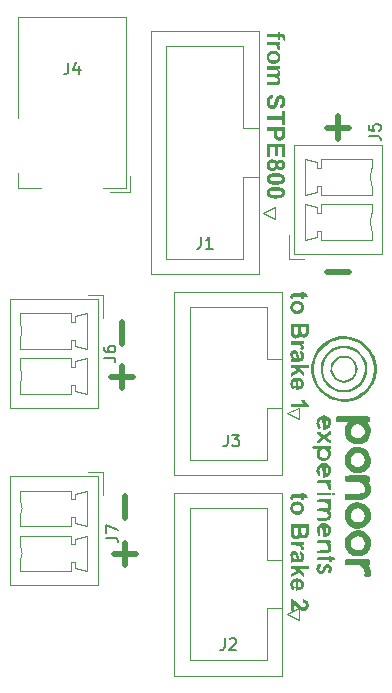
<source format=gbr>
%TF.GenerationSoftware,KiCad,Pcbnew,(7.0.0)*%
%TF.CreationDate,2023-04-03T13:39:18+09:00*%
%TF.ProjectId,STEP800_brakeConverter,53544550-3830-4305-9f62-72616b65436f,rev?*%
%TF.SameCoordinates,Original*%
%TF.FileFunction,Legend,Top*%
%TF.FilePolarity,Positive*%
%FSLAX46Y46*%
G04 Gerber Fmt 4.6, Leading zero omitted, Abs format (unit mm)*
G04 Created by KiCad (PCBNEW (7.0.0)) date 2023-04-03 13:39:18*
%MOMM*%
%LPD*%
G01*
G04 APERTURE LIST*
%ADD10C,0.300000*%
%ADD11C,0.500000*%
%ADD12C,0.150000*%
%ADD13C,0.120000*%
G04 APERTURE END LIST*
D10*
G36*
X106107023Y-124403227D02*
G01*
X105895997Y-124403227D01*
X105895997Y-124205390D01*
X105417526Y-124205390D01*
X105399819Y-124205412D01*
X105383059Y-124205476D01*
X105367246Y-124205583D01*
X105352382Y-124205734D01*
X105331860Y-124206040D01*
X105313471Y-124206442D01*
X105297213Y-124206941D01*
X105278852Y-124207757D01*
X105261230Y-124209018D01*
X105247899Y-124210886D01*
X105233609Y-124215945D01*
X105220966Y-124223794D01*
X105209967Y-124234435D01*
X105207965Y-124236898D01*
X105199851Y-124250314D01*
X105194742Y-124265377D01*
X105192713Y-124280340D01*
X105192578Y-124285624D01*
X105193557Y-124301999D01*
X105195868Y-124317573D01*
X105199539Y-124334900D01*
X105203454Y-124350024D01*
X105208240Y-124366270D01*
X105213896Y-124383638D01*
X105220422Y-124402128D01*
X105019654Y-124427041D01*
X105012845Y-124407849D01*
X105006705Y-124388195D01*
X105001236Y-124368076D01*
X104996436Y-124347494D01*
X104992306Y-124326448D01*
X104988845Y-124304938D01*
X104986910Y-124290341D01*
X104985273Y-124275538D01*
X104983934Y-124260528D01*
X104982892Y-124245313D01*
X104982148Y-124229891D01*
X104981701Y-124214263D01*
X104981552Y-124198429D01*
X104981976Y-124179069D01*
X104983247Y-124160190D01*
X104985365Y-124141792D01*
X104988330Y-124123874D01*
X104992142Y-124106438D01*
X104996802Y-124089482D01*
X105002309Y-124073007D01*
X105008663Y-124057013D01*
X105015687Y-124041866D01*
X105023203Y-124027749D01*
X105031212Y-124014663D01*
X105039713Y-124002608D01*
X105051031Y-123988987D01*
X105063118Y-123976976D01*
X105075975Y-123966576D01*
X105078639Y-123964689D01*
X105092776Y-123955968D01*
X105108399Y-123948124D01*
X105121966Y-123942480D01*
X105136483Y-123937396D01*
X105151950Y-123932874D01*
X105168368Y-123928913D01*
X105185736Y-123925512D01*
X105194776Y-123924023D01*
X105209436Y-123921876D01*
X105227406Y-123920015D01*
X105243054Y-123918808D01*
X105260563Y-123917761D01*
X105279933Y-123916876D01*
X105301165Y-123916151D01*
X105316353Y-123915758D01*
X105332369Y-123915436D01*
X105349212Y-123915185D01*
X105366882Y-123915007D01*
X105385379Y-123914899D01*
X105404703Y-123914863D01*
X105895997Y-123914863D01*
X105895997Y-123781873D01*
X106107023Y-123781873D01*
X106107023Y-123914863D01*
X106318049Y-123914863D01*
X106482180Y-124205390D01*
X106107023Y-124205390D01*
X106107023Y-124403227D01*
G37*
G36*
X105589496Y-124533930D02*
G01*
X105607520Y-124534763D01*
X105625469Y-124536151D01*
X105643343Y-124538095D01*
X105661144Y-124540594D01*
X105678869Y-124543648D01*
X105696521Y-124547257D01*
X105714098Y-124551421D01*
X105731600Y-124556141D01*
X105749028Y-124561416D01*
X105766382Y-124567247D01*
X105783661Y-124573632D01*
X105800866Y-124580573D01*
X105817996Y-124588069D01*
X105835052Y-124596121D01*
X105852034Y-124604727D01*
X105868728Y-124613844D01*
X105884921Y-124623423D01*
X105900613Y-124633467D01*
X105915804Y-124643974D01*
X105930494Y-124654945D01*
X105944684Y-124666380D01*
X105958372Y-124678278D01*
X105971560Y-124690640D01*
X105984247Y-124703465D01*
X105996433Y-124716755D01*
X106008118Y-124730508D01*
X106019302Y-124744724D01*
X106029985Y-124759405D01*
X106040167Y-124774549D01*
X106049849Y-124790156D01*
X106059030Y-124806228D01*
X106067681Y-124822648D01*
X106075773Y-124839304D01*
X106083308Y-124856193D01*
X106090285Y-124873318D01*
X106096703Y-124890678D01*
X106102564Y-124908272D01*
X106107866Y-124926100D01*
X106112610Y-124944164D01*
X106116796Y-124962462D01*
X106120424Y-124980995D01*
X106123494Y-124999762D01*
X106126005Y-125018765D01*
X106127959Y-125038002D01*
X106129354Y-125057473D01*
X106130191Y-125077180D01*
X106130471Y-125097121D01*
X106130312Y-125112558D01*
X106129838Y-125127820D01*
X106129047Y-125142906D01*
X106127940Y-125157817D01*
X106126517Y-125172553D01*
X106124778Y-125187113D01*
X106120350Y-125215708D01*
X106114657Y-125243602D01*
X106107699Y-125270795D01*
X106099476Y-125297286D01*
X106089987Y-125323076D01*
X106079234Y-125348165D01*
X106067215Y-125372552D01*
X106053932Y-125396239D01*
X106039383Y-125419224D01*
X106023569Y-125441508D01*
X106006491Y-125463090D01*
X105988147Y-125483972D01*
X105968538Y-125504152D01*
X105947961Y-125523361D01*
X105926715Y-125541332D01*
X105904799Y-125558063D01*
X105882213Y-125573555D01*
X105858957Y-125587807D01*
X105835032Y-125600820D01*
X105810437Y-125612594D01*
X105785172Y-125623128D01*
X105759238Y-125632423D01*
X105732633Y-125640479D01*
X105705359Y-125647296D01*
X105677415Y-125652873D01*
X105648802Y-125657210D01*
X105634244Y-125658914D01*
X105619518Y-125660309D01*
X105604625Y-125661393D01*
X105589565Y-125662168D01*
X105574337Y-125662632D01*
X105558942Y-125662787D01*
X105543455Y-125662631D01*
X105528133Y-125662161D01*
X105512978Y-125661377D01*
X105497988Y-125660280D01*
X105483165Y-125658870D01*
X105468508Y-125657146D01*
X105439691Y-125652758D01*
X105411538Y-125647117D01*
X105384049Y-125640222D01*
X105357224Y-125632073D01*
X105331064Y-125622670D01*
X105305567Y-125612014D01*
X105280734Y-125600105D01*
X105256566Y-125586941D01*
X105233061Y-125572524D01*
X105210221Y-125556854D01*
X105188044Y-125539929D01*
X105166532Y-125521751D01*
X105145683Y-125502320D01*
X105125808Y-125481984D01*
X105107215Y-125461001D01*
X105089904Y-125439371D01*
X105073876Y-125417094D01*
X105059130Y-125394171D01*
X105045666Y-125370600D01*
X105033484Y-125346383D01*
X105022585Y-125321519D01*
X105012968Y-125296008D01*
X105004633Y-125269850D01*
X104997581Y-125243046D01*
X104991810Y-125215594D01*
X104987322Y-125187496D01*
X104984117Y-125158750D01*
X104982995Y-125144135D01*
X104982193Y-125129358D01*
X104981712Y-125114419D01*
X104981552Y-125099319D01*
X104981568Y-125098220D01*
X105192578Y-125098220D01*
X105193399Y-125119124D01*
X105195862Y-125139384D01*
X105199968Y-125159001D01*
X105205716Y-125177973D01*
X105213105Y-125196301D01*
X105222138Y-125213985D01*
X105232812Y-125231026D01*
X105245128Y-125247422D01*
X105259087Y-125263174D01*
X105274688Y-125278282D01*
X105286001Y-125287997D01*
X105298055Y-125297313D01*
X105310771Y-125306029D01*
X105324147Y-125314143D01*
X105338185Y-125321656D01*
X105352884Y-125328569D01*
X105368244Y-125334880D01*
X105384265Y-125340590D01*
X105400948Y-125345699D01*
X105418291Y-125350207D01*
X105436296Y-125354114D01*
X105454962Y-125357420D01*
X105474289Y-125360125D01*
X105494278Y-125362228D01*
X105514927Y-125363731D01*
X105536238Y-125364633D01*
X105558210Y-125364933D01*
X105579648Y-125364633D01*
X105600456Y-125363731D01*
X105620635Y-125362228D01*
X105640184Y-125360125D01*
X105659103Y-125357420D01*
X105677392Y-125354114D01*
X105695052Y-125350207D01*
X105712083Y-125345699D01*
X105728483Y-125340590D01*
X105744254Y-125334880D01*
X105759395Y-125328569D01*
X105773907Y-125321656D01*
X105787788Y-125314143D01*
X105801040Y-125306029D01*
X105813663Y-125297313D01*
X105825655Y-125287997D01*
X105837013Y-125278282D01*
X105852675Y-125263174D01*
X105866688Y-125247422D01*
X105879053Y-125231026D01*
X105889769Y-125213985D01*
X105898837Y-125196301D01*
X105906256Y-125177973D01*
X105912026Y-125159001D01*
X105916147Y-125139384D01*
X105918620Y-125119124D01*
X105919445Y-125098220D01*
X105918620Y-125077309D01*
X105916147Y-125057030D01*
X105912026Y-125037381D01*
X105906256Y-125018364D01*
X105898837Y-124999978D01*
X105889769Y-124982223D01*
X105879053Y-124965099D01*
X105866688Y-124948606D01*
X105852675Y-124932744D01*
X105837013Y-124917514D01*
X105825655Y-124907711D01*
X105813654Y-124898350D01*
X105801006Y-124889593D01*
X105787711Y-124881440D01*
X105773769Y-124873891D01*
X105759180Y-124866945D01*
X105743945Y-124860604D01*
X105728062Y-124854867D01*
X105711533Y-124849733D01*
X105694357Y-124845204D01*
X105676534Y-124841278D01*
X105658064Y-124837957D01*
X105638947Y-124835239D01*
X105619183Y-124833125D01*
X105598773Y-124831616D01*
X105577716Y-124830710D01*
X105556011Y-124830408D01*
X105534306Y-124830710D01*
X105513244Y-124831616D01*
X105492826Y-124833125D01*
X105473053Y-124835239D01*
X105453923Y-124837957D01*
X105435437Y-124841278D01*
X105417596Y-124845204D01*
X105400398Y-124849733D01*
X105383844Y-124854867D01*
X105367935Y-124860604D01*
X105352669Y-124866945D01*
X105338048Y-124873891D01*
X105324070Y-124881440D01*
X105310736Y-124889593D01*
X105298047Y-124898350D01*
X105286001Y-124907711D01*
X105274688Y-124917514D01*
X105259087Y-124932744D01*
X105245128Y-124948606D01*
X105232812Y-124965099D01*
X105222138Y-124982223D01*
X105213105Y-124999978D01*
X105205716Y-125018364D01*
X105199968Y-125037381D01*
X105195862Y-125057030D01*
X105193399Y-125077309D01*
X105192578Y-125098220D01*
X104981568Y-125098220D01*
X104981818Y-125080552D01*
X104982617Y-125061893D01*
X104983948Y-125043343D01*
X104985811Y-125024901D01*
X104988207Y-125006569D01*
X104991135Y-124988345D01*
X104994595Y-124970230D01*
X104998588Y-124952224D01*
X105003113Y-124934326D01*
X105008171Y-124916538D01*
X105013761Y-124898858D01*
X105019883Y-124881287D01*
X105026538Y-124863824D01*
X105033725Y-124846471D01*
X105041444Y-124829226D01*
X105049696Y-124812090D01*
X105058507Y-124795308D01*
X105067814Y-124779037D01*
X105077615Y-124763274D01*
X105087912Y-124748022D01*
X105098704Y-124733278D01*
X105109991Y-124719044D01*
X105121774Y-124705320D01*
X105134051Y-124692105D01*
X105146824Y-124679400D01*
X105160092Y-124667204D01*
X105173855Y-124655517D01*
X105188113Y-124644340D01*
X105202866Y-124633673D01*
X105218115Y-124623515D01*
X105233858Y-124613866D01*
X105250097Y-124604727D01*
X105266808Y-124596121D01*
X105283969Y-124588069D01*
X105301579Y-124580573D01*
X105319638Y-124573632D01*
X105338146Y-124567247D01*
X105357104Y-124561416D01*
X105376511Y-124556141D01*
X105396368Y-124551421D01*
X105416674Y-124547257D01*
X105437430Y-124543648D01*
X105458634Y-124540594D01*
X105480288Y-124538095D01*
X105502392Y-124536151D01*
X105524945Y-124534763D01*
X105547947Y-124533930D01*
X105571399Y-124533653D01*
X105589496Y-124533930D01*
G37*
G36*
X106529075Y-127072923D02*
G01*
X106529015Y-127094961D01*
X106528834Y-127116286D01*
X106528534Y-127136898D01*
X106528113Y-127156798D01*
X106527572Y-127175985D01*
X106526911Y-127194459D01*
X106526130Y-127212221D01*
X106525228Y-127229269D01*
X106524206Y-127245606D01*
X106523064Y-127261229D01*
X106521802Y-127276140D01*
X106519683Y-127297169D01*
X106517294Y-127316596D01*
X106514634Y-127334418D01*
X106513688Y-127340003D01*
X106510578Y-127356394D01*
X106506883Y-127372456D01*
X106502601Y-127388190D01*
X106497734Y-127403596D01*
X106492280Y-127418673D01*
X106486240Y-127433422D01*
X106479615Y-127447842D01*
X106472403Y-127461934D01*
X106464605Y-127475697D01*
X106456221Y-127489132D01*
X106450307Y-127497906D01*
X106441024Y-127510752D01*
X106431175Y-127523185D01*
X106420760Y-127535206D01*
X106409778Y-127546816D01*
X106398228Y-127558013D01*
X106386113Y-127568797D01*
X106373430Y-127579170D01*
X106360181Y-127589131D01*
X106346365Y-127598679D01*
X106331982Y-127607815D01*
X106322079Y-127613677D01*
X106306930Y-127621992D01*
X106291433Y-127629489D01*
X106275589Y-127636169D01*
X106259396Y-127642030D01*
X106242856Y-127647074D01*
X106225969Y-127651300D01*
X106208733Y-127654707D01*
X106191150Y-127657297D01*
X106173219Y-127659069D01*
X106154940Y-127660024D01*
X106142561Y-127660205D01*
X106122519Y-127659703D01*
X106102787Y-127658196D01*
X106083364Y-127655684D01*
X106064250Y-127652168D01*
X106045445Y-127647647D01*
X106026950Y-127642122D01*
X106008763Y-127635592D01*
X105990886Y-127628057D01*
X105973317Y-127619517D01*
X105956058Y-127609973D01*
X105944724Y-127603053D01*
X105928221Y-127591979D01*
X105912511Y-127580191D01*
X105897593Y-127567687D01*
X105883467Y-127554469D01*
X105870133Y-127540536D01*
X105857591Y-127525888D01*
X105845841Y-127510526D01*
X105834883Y-127494448D01*
X105824718Y-127477656D01*
X105815344Y-127460149D01*
X105809535Y-127448080D01*
X105804276Y-127465095D01*
X105798573Y-127481609D01*
X105792427Y-127497621D01*
X105785836Y-127513133D01*
X105778802Y-127528144D01*
X105771325Y-127542654D01*
X105763404Y-127556663D01*
X105755039Y-127570171D01*
X105746230Y-127583179D01*
X105736978Y-127595685D01*
X105727282Y-127607691D01*
X105717143Y-127619195D01*
X105706560Y-127630199D01*
X105695533Y-127640702D01*
X105684063Y-127650704D01*
X105672149Y-127660205D01*
X105659880Y-127669211D01*
X105647345Y-127677636D01*
X105634544Y-127685480D01*
X105621476Y-127692743D01*
X105608142Y-127699425D01*
X105594543Y-127705526D01*
X105580677Y-127711046D01*
X105566544Y-127715984D01*
X105552146Y-127720342D01*
X105537481Y-127724119D01*
X105522551Y-127727314D01*
X105507354Y-127729929D01*
X105491890Y-127731963D01*
X105476161Y-127733415D01*
X105460166Y-127734287D01*
X105443904Y-127734577D01*
X105424581Y-127734155D01*
X105405354Y-127732890D01*
X105386224Y-127730781D01*
X105367191Y-127727828D01*
X105348254Y-127724032D01*
X105329414Y-127719392D01*
X105310670Y-127713908D01*
X105292023Y-127707581D01*
X105273473Y-127700410D01*
X105255019Y-127692395D01*
X105242770Y-127686584D01*
X105224842Y-127677279D01*
X105207603Y-127667362D01*
X105191054Y-127656834D01*
X105175193Y-127645694D01*
X105160021Y-127633942D01*
X105145539Y-127621578D01*
X105131745Y-127608603D01*
X105118641Y-127595015D01*
X105106226Y-127580816D01*
X105094500Y-127566005D01*
X105087065Y-127555792D01*
X105076536Y-127539926D01*
X105066792Y-127523377D01*
X105057834Y-127506146D01*
X105049662Y-127488232D01*
X105042275Y-127469635D01*
X105035674Y-127450356D01*
X105029859Y-127430394D01*
X105024829Y-127409750D01*
X105020585Y-127388422D01*
X105018192Y-127373825D01*
X105016149Y-127358924D01*
X105015258Y-127351360D01*
X105013798Y-127335179D01*
X105012441Y-127315210D01*
X105011594Y-127299795D01*
X105010793Y-127282696D01*
X105010037Y-127263914D01*
X105009327Y-127243449D01*
X105008663Y-127221301D01*
X105008045Y-127197470D01*
X105007472Y-127171956D01*
X105006946Y-127144759D01*
X105006465Y-127115880D01*
X105006242Y-127100809D01*
X105006030Y-127085317D01*
X105005830Y-127069404D01*
X105005641Y-127053071D01*
X105005463Y-127036317D01*
X105005297Y-127019142D01*
X105005143Y-127001547D01*
X105005000Y-126983531D01*
X105005000Y-126773970D01*
X105262920Y-126773970D01*
X105262920Y-127056437D01*
X105262956Y-127076574D01*
X105263063Y-127095770D01*
X105263242Y-127114023D01*
X105263492Y-127131336D01*
X105263814Y-127147706D01*
X105264208Y-127163135D01*
X105264932Y-127184512D01*
X105265818Y-127203771D01*
X105266864Y-127220911D01*
X105268072Y-127235933D01*
X105269932Y-127252665D01*
X105272079Y-127265631D01*
X105275651Y-127282266D01*
X105280322Y-127298100D01*
X105286092Y-127313132D01*
X105292962Y-127327363D01*
X105300930Y-127340793D01*
X105309998Y-127353421D01*
X105320164Y-127365248D01*
X105331430Y-127376273D01*
X105343749Y-127386319D01*
X105357076Y-127395026D01*
X105371410Y-127402394D01*
X105386751Y-127408422D01*
X105403100Y-127413110D01*
X105420457Y-127416459D01*
X105438821Y-127418468D01*
X105458192Y-127419138D01*
X105474633Y-127418622D01*
X105490432Y-127417077D01*
X105505590Y-127414501D01*
X105520108Y-127410894D01*
X105537353Y-127404937D01*
X105553596Y-127397370D01*
X105568837Y-127388193D01*
X105571765Y-127386165D01*
X105585793Y-127375145D01*
X105598570Y-127362695D01*
X105610094Y-127348813D01*
X105618411Y-127336677D01*
X105625928Y-127323625D01*
X105632642Y-127309658D01*
X105638556Y-127294774D01*
X105639909Y-127290910D01*
X105644975Y-127273056D01*
X105648331Y-127256667D01*
X105651308Y-127237709D01*
X105653904Y-127216181D01*
X105655424Y-127200401D01*
X105656775Y-127183480D01*
X105657957Y-127165416D01*
X105658970Y-127146211D01*
X105659814Y-127125863D01*
X105660490Y-127104374D01*
X105660997Y-127081742D01*
X105661334Y-127057969D01*
X105661503Y-127033053D01*
X105661524Y-127020167D01*
X105661524Y-126773970D01*
X105919445Y-126773970D01*
X105919445Y-126974005D01*
X105919465Y-126995735D01*
X105919525Y-127016412D01*
X105919625Y-127036035D01*
X105919765Y-127054605D01*
X105919946Y-127072122D01*
X105920166Y-127088586D01*
X105920426Y-127103996D01*
X105920892Y-127125136D01*
X105921448Y-127143907D01*
X105922094Y-127160307D01*
X105923096Y-127178488D01*
X105924574Y-127195289D01*
X105927510Y-127214363D01*
X105931558Y-127232383D01*
X105936715Y-127249351D01*
X105942984Y-127265265D01*
X105950362Y-127280125D01*
X105958852Y-127293933D01*
X105968452Y-127306687D01*
X105979162Y-127318387D01*
X105990874Y-127328949D01*
X106003480Y-127338102D01*
X106016978Y-127345848D01*
X106031369Y-127352185D01*
X106046653Y-127357113D01*
X106062831Y-127360634D01*
X106079901Y-127362746D01*
X106097864Y-127363450D01*
X106115123Y-127362844D01*
X106131547Y-127361023D01*
X106147134Y-127357989D01*
X106161886Y-127353742D01*
X106175802Y-127348281D01*
X106188883Y-127341606D01*
X106204058Y-127331556D01*
X106212536Y-127324616D01*
X106225434Y-127311673D01*
X106234542Y-127299992D01*
X106242573Y-127287132D01*
X106249528Y-127273093D01*
X106255407Y-127257875D01*
X106260210Y-127241477D01*
X106263937Y-127223900D01*
X106266025Y-127209944D01*
X106267503Y-127191597D01*
X106268269Y-127176605D01*
X106268946Y-127158624D01*
X106269532Y-127137655D01*
X106269872Y-127122016D01*
X106270173Y-127105049D01*
X106270433Y-127086754D01*
X106270654Y-127067130D01*
X106270834Y-127046179D01*
X106270974Y-127023899D01*
X106271074Y-127000292D01*
X106271134Y-126975356D01*
X106271154Y-126949092D01*
X106271154Y-126773970D01*
X105919445Y-126773970D01*
X105661524Y-126773970D01*
X105262920Y-126773970D01*
X105005000Y-126773970D01*
X105005000Y-126469155D01*
X106529075Y-126469155D01*
X106529075Y-127072923D01*
G37*
G36*
X105005000Y-128258478D02*
G01*
X105005000Y-127969050D01*
X106107023Y-127969050D01*
X106107023Y-128237962D01*
X105951318Y-128237962D01*
X105964807Y-128246517D01*
X105977702Y-128254963D01*
X105990006Y-128263301D01*
X106007350Y-128275604D01*
X106023361Y-128287661D01*
X106038038Y-128299475D01*
X106051383Y-128311043D01*
X106063395Y-128322367D01*
X106074073Y-128333446D01*
X106086238Y-128347837D01*
X106096032Y-128361793D01*
X106104104Y-128375858D01*
X106111099Y-128390392D01*
X106117018Y-128405396D01*
X106121861Y-128420869D01*
X106125628Y-128436812D01*
X106128318Y-128453224D01*
X106129932Y-128470105D01*
X106130471Y-128487456D01*
X106129949Y-128505939D01*
X106128384Y-128524293D01*
X106125776Y-128542518D01*
X106122124Y-128560614D01*
X106117430Y-128578582D01*
X106111692Y-128596421D01*
X106104910Y-128614131D01*
X106097086Y-128631712D01*
X106088218Y-128649164D01*
X106078307Y-128666488D01*
X106071120Y-128677965D01*
X105801475Y-128588206D01*
X105809987Y-128574561D01*
X105817661Y-128561102D01*
X105824498Y-128547830D01*
X105832312Y-128530425D01*
X105838638Y-128513352D01*
X105843475Y-128496611D01*
X105846824Y-128480202D01*
X105848684Y-128464125D01*
X105849103Y-128452285D01*
X105848588Y-128437367D01*
X105846495Y-128419525D01*
X105842792Y-128402577D01*
X105837479Y-128386523D01*
X105830556Y-128371364D01*
X105822023Y-128357100D01*
X105816130Y-128348970D01*
X105804529Y-128336242D01*
X105793381Y-128326691D01*
X105780572Y-128317701D01*
X105766104Y-128309272D01*
X105749975Y-128301403D01*
X105732186Y-128294096D01*
X105717755Y-128288984D01*
X105702391Y-128284187D01*
X105697062Y-128282658D01*
X105679329Y-128278337D01*
X105658280Y-128274441D01*
X105642405Y-128272079D01*
X105625055Y-128269907D01*
X105606232Y-128267924D01*
X105585934Y-128266129D01*
X105564163Y-128264523D01*
X105540917Y-128263106D01*
X105516198Y-128261879D01*
X105490004Y-128260840D01*
X105462337Y-128259989D01*
X105433195Y-128259328D01*
X105418071Y-128259069D01*
X105402579Y-128258856D01*
X105386719Y-128258691D01*
X105370489Y-128258573D01*
X105353892Y-128258502D01*
X105336926Y-128258478D01*
X105005000Y-128258478D01*
G37*
G36*
X105327655Y-128721586D02*
G01*
X105344768Y-128722755D01*
X105361521Y-128724703D01*
X105377913Y-128727430D01*
X105393944Y-128730937D01*
X105409614Y-128735223D01*
X105424925Y-128740288D01*
X105439874Y-128746132D01*
X105454463Y-128752755D01*
X105468691Y-128760158D01*
X105477976Y-128765526D01*
X105491546Y-128774151D01*
X105504504Y-128783400D01*
X105516851Y-128793273D01*
X105528586Y-128803771D01*
X105539709Y-128814894D01*
X105550220Y-128826642D01*
X105560119Y-128839014D01*
X105569407Y-128852011D01*
X105578082Y-128865633D01*
X105586146Y-128879879D01*
X105591182Y-128889724D01*
X105598446Y-128905320D01*
X105605535Y-128922160D01*
X105612450Y-128940242D01*
X105619192Y-128959568D01*
X105625760Y-128980136D01*
X105630042Y-128994539D01*
X105634246Y-129009494D01*
X105638374Y-129025001D01*
X105642424Y-129041061D01*
X105646396Y-129057674D01*
X105650292Y-129074838D01*
X105654110Y-129092555D01*
X105657851Y-129110825D01*
X105659692Y-129120167D01*
X105664525Y-129145051D01*
X105669315Y-129168962D01*
X105674062Y-129191900D01*
X105678766Y-129213865D01*
X105683427Y-129234856D01*
X105688046Y-129254875D01*
X105692621Y-129273920D01*
X105697153Y-129291992D01*
X105701643Y-129309091D01*
X105706089Y-129325216D01*
X105710493Y-129340369D01*
X105714853Y-129354549D01*
X105721314Y-129373993D01*
X105727677Y-129391248D01*
X105731866Y-129401535D01*
X105761542Y-129401535D01*
X105777116Y-129401171D01*
X105791827Y-129400079D01*
X105810099Y-129397492D01*
X105826838Y-129393611D01*
X105842042Y-129388436D01*
X105855712Y-129381967D01*
X105870642Y-129372062D01*
X105883175Y-129360136D01*
X105893624Y-129345524D01*
X105900708Y-129331259D01*
X105906658Y-129314704D01*
X105911475Y-129295859D01*
X105914344Y-129280222D01*
X105916576Y-129263298D01*
X105918170Y-129245086D01*
X105919126Y-129225585D01*
X105919445Y-129204797D01*
X105918958Y-129185998D01*
X105917498Y-129168252D01*
X105915066Y-129151560D01*
X105911659Y-129135921D01*
X105907280Y-129121335D01*
X105900438Y-129104584D01*
X105892075Y-129089478D01*
X105888304Y-129083897D01*
X105877418Y-129070790D01*
X105864225Y-129058488D01*
X105852009Y-129049225D01*
X105838317Y-129040478D01*
X105823147Y-129032247D01*
X105806500Y-129024530D01*
X105788376Y-129017329D01*
X105778761Y-129013921D01*
X105825655Y-128751238D01*
X105844758Y-128757028D01*
X105863231Y-128763317D01*
X105881074Y-128770103D01*
X105898287Y-128777387D01*
X105914871Y-128785170D01*
X105930825Y-128793450D01*
X105946149Y-128802229D01*
X105960844Y-128811505D01*
X105974909Y-128821280D01*
X105988344Y-128831552D01*
X106001150Y-128842323D01*
X106013326Y-128853591D01*
X106024872Y-128865358D01*
X106035788Y-128877622D01*
X106046075Y-128890385D01*
X106055732Y-128903646D01*
X106064783Y-128917610D01*
X106073249Y-128932394D01*
X106081132Y-128947996D01*
X106088430Y-128964416D01*
X106095145Y-128981656D01*
X106101276Y-128999713D01*
X106106823Y-129018590D01*
X106111786Y-129038285D01*
X106116165Y-129058798D01*
X106119960Y-129080130D01*
X106123172Y-129102281D01*
X106125799Y-129125250D01*
X106127843Y-129149038D01*
X106129303Y-129173645D01*
X106130179Y-129199070D01*
X106130471Y-129225314D01*
X106130290Y-129249152D01*
X106129749Y-129272214D01*
X106128848Y-129294501D01*
X106127585Y-129316012D01*
X106125963Y-129336747D01*
X106123979Y-129356707D01*
X106121635Y-129375891D01*
X106118930Y-129394299D01*
X106115865Y-129411932D01*
X106112439Y-129428789D01*
X106108652Y-129444870D01*
X106104504Y-129460176D01*
X106099996Y-129474706D01*
X106092558Y-129495047D01*
X106084309Y-129513642D01*
X106075434Y-129530938D01*
X106066122Y-129547242D01*
X106056372Y-129562554D01*
X106046184Y-129576874D01*
X106035558Y-129590203D01*
X106024494Y-129602540D01*
X106012992Y-129613885D01*
X106001052Y-129624238D01*
X105988675Y-129633600D01*
X105975859Y-129641970D01*
X105967072Y-129646999D01*
X105952768Y-129653939D01*
X105936370Y-129660197D01*
X105917880Y-129665771D01*
X105897297Y-129670664D01*
X105882412Y-129673546D01*
X105866597Y-129676125D01*
X105849851Y-129678400D01*
X105832176Y-129680372D01*
X105813570Y-129682041D01*
X105794034Y-129683406D01*
X105773567Y-129684468D01*
X105752171Y-129685227D01*
X105729844Y-129685682D01*
X105706587Y-129685833D01*
X105366601Y-129682536D01*
X105348764Y-129682591D01*
X105331522Y-129682754D01*
X105314875Y-129683026D01*
X105298824Y-129683406D01*
X105283368Y-129683896D01*
X105268507Y-129684494D01*
X105247332Y-129685595D01*
X105227497Y-129686941D01*
X105209001Y-129688532D01*
X105191845Y-129690367D01*
X105176029Y-129692447D01*
X105161552Y-129694772D01*
X105152644Y-129696458D01*
X105135271Y-129700316D01*
X105117588Y-129704930D01*
X105099596Y-129710300D01*
X105081295Y-129716425D01*
X105067366Y-129721515D01*
X105053264Y-129727029D01*
X105038987Y-129732969D01*
X105024537Y-129739334D01*
X105009913Y-129746124D01*
X105005000Y-129748482D01*
X105005000Y-129462351D01*
X105019545Y-129457137D01*
X105034246Y-129452277D01*
X105051007Y-129447056D01*
X105066549Y-129442430D01*
X105083522Y-129437554D01*
X105094392Y-129434508D01*
X105109355Y-129430357D01*
X105123564Y-129426246D01*
X105129930Y-129424249D01*
X105116313Y-129410214D01*
X105103354Y-129395999D01*
X105091051Y-129381604D01*
X105079406Y-129367028D01*
X105068417Y-129352272D01*
X105058085Y-129337335D01*
X105048410Y-129322218D01*
X105039392Y-129306921D01*
X105031031Y-129291444D01*
X105023326Y-129275786D01*
X105018555Y-129265247D01*
X105011942Y-129249345D01*
X105005980Y-129233236D01*
X105000668Y-129216921D01*
X104996006Y-129200401D01*
X104991995Y-129183674D01*
X104989644Y-129171824D01*
X105192578Y-129171824D01*
X105193339Y-129191310D01*
X105195623Y-129210567D01*
X105199430Y-129229595D01*
X105204760Y-129248394D01*
X105209756Y-129262344D01*
X105215609Y-129276164D01*
X105222318Y-129289855D01*
X105229884Y-129303418D01*
X105238307Y-129316852D01*
X105241304Y-129321301D01*
X105250899Y-129333837D01*
X105260997Y-129345252D01*
X105271598Y-129355545D01*
X105285559Y-129366832D01*
X105300306Y-129376367D01*
X105315841Y-129384149D01*
X105332163Y-129390177D01*
X105347593Y-129394037D01*
X105363875Y-129396644D01*
X105379143Y-129398329D01*
X105396402Y-129399660D01*
X105415653Y-129400636D01*
X105431399Y-129401135D01*
X105448265Y-129401435D01*
X105466252Y-129401535D01*
X105520840Y-129401535D01*
X105516335Y-129386600D01*
X105511613Y-129369638D01*
X105506672Y-129350650D01*
X105502825Y-129335079D01*
X105498854Y-129318369D01*
X105494762Y-129300518D01*
X105490547Y-129281528D01*
X105486209Y-129261397D01*
X105481750Y-129240127D01*
X105478709Y-129225314D01*
X105475689Y-129210573D01*
X105471170Y-129189686D01*
X105466664Y-129170267D01*
X105462171Y-129152317D01*
X105457691Y-129135835D01*
X105453224Y-129120821D01*
X105447288Y-129103087D01*
X105441374Y-129087963D01*
X105434015Y-129072729D01*
X105431081Y-129067777D01*
X105421235Y-129054468D01*
X105410748Y-129042933D01*
X105399620Y-129033173D01*
X105384808Y-129023468D01*
X105368994Y-129016536D01*
X105352178Y-129012377D01*
X105334361Y-129010990D01*
X105316656Y-129012100D01*
X105299721Y-129015427D01*
X105283555Y-129020972D01*
X105268158Y-129028736D01*
X105253530Y-129038718D01*
X105242382Y-129048301D01*
X105234344Y-129056420D01*
X105224555Y-129068160D01*
X105216071Y-129080668D01*
X105208893Y-129093943D01*
X105203019Y-129107985D01*
X105198451Y-129122794D01*
X105195188Y-129138371D01*
X105193231Y-129154714D01*
X105192578Y-129171824D01*
X104989644Y-129171824D01*
X104988635Y-129166741D01*
X104985925Y-129149602D01*
X104983865Y-129132257D01*
X104982456Y-129114706D01*
X104981697Y-129096949D01*
X104981552Y-129084996D01*
X104981916Y-129064163D01*
X104983006Y-129043889D01*
X104984824Y-129024172D01*
X104987368Y-129005014D01*
X104990640Y-128986414D01*
X104994638Y-128968372D01*
X104999364Y-128950888D01*
X105004816Y-128933962D01*
X105010996Y-128917595D01*
X105017902Y-128901785D01*
X105025536Y-128886534D01*
X105033896Y-128871841D01*
X105042984Y-128857706D01*
X105052799Y-128844129D01*
X105063340Y-128831110D01*
X105074609Y-128818649D01*
X105086434Y-128806848D01*
X105098646Y-128795809D01*
X105111244Y-128785530D01*
X105124228Y-128776014D01*
X105137599Y-128767258D01*
X105151356Y-128759264D01*
X105165500Y-128752031D01*
X105180030Y-128745560D01*
X105194946Y-128739849D01*
X105210249Y-128734901D01*
X105225939Y-128730713D01*
X105242014Y-128727287D01*
X105258476Y-128724622D01*
X105275325Y-128722719D01*
X105292560Y-128721577D01*
X105310181Y-128721196D01*
X105327655Y-128721586D01*
G37*
G36*
X105005000Y-129955111D02*
G01*
X106529075Y-129955111D01*
X106529075Y-130244905D01*
X105719043Y-130244905D01*
X106107023Y-130583792D01*
X106107023Y-130940265D01*
X105704023Y-130566207D01*
X105005000Y-130967009D01*
X105005000Y-130654867D01*
X105502156Y-130379727D01*
X105357808Y-130244905D01*
X105005000Y-130244905D01*
X105005000Y-129955111D01*
G37*
G36*
X105564551Y-131049214D02*
G01*
X105581285Y-131049630D01*
X105597787Y-131050324D01*
X105614057Y-131051296D01*
X105630096Y-131052545D01*
X105645902Y-131054072D01*
X105661477Y-131055877D01*
X105676820Y-131057959D01*
X105691931Y-131060319D01*
X105706810Y-131062957D01*
X105721458Y-131065872D01*
X105735873Y-131069065D01*
X105764009Y-131076283D01*
X105791217Y-131084612D01*
X105817498Y-131094052D01*
X105842852Y-131104602D01*
X105867278Y-131116263D01*
X105890777Y-131129034D01*
X105913348Y-131142916D01*
X105934992Y-131157908D01*
X105955709Y-131174011D01*
X105975498Y-131191224D01*
X105994265Y-131209288D01*
X106011820Y-131227941D01*
X106028165Y-131247183D01*
X106043299Y-131267016D01*
X106057222Y-131287438D01*
X106069935Y-131308449D01*
X106081436Y-131330051D01*
X106091728Y-131352241D01*
X106100808Y-131375022D01*
X106108678Y-131398392D01*
X106115337Y-131422351D01*
X106120785Y-131446901D01*
X106125022Y-131472040D01*
X106128049Y-131497768D01*
X106129865Y-131524086D01*
X106130471Y-131550994D01*
X106130313Y-131566143D01*
X106129839Y-131581092D01*
X106129051Y-131595839D01*
X106126526Y-131624730D01*
X106122739Y-131652817D01*
X106117690Y-131680100D01*
X106111379Y-131706578D01*
X106103806Y-131732252D01*
X106094970Y-131757122D01*
X106084872Y-131781188D01*
X106073512Y-131804449D01*
X106060890Y-131826906D01*
X106047005Y-131848559D01*
X106031858Y-131869407D01*
X106015449Y-131889451D01*
X105997778Y-131908691D01*
X105978844Y-131927127D01*
X105968904Y-131936043D01*
X105948037Y-131953143D01*
X105925827Y-131969090D01*
X105902276Y-131983883D01*
X105877382Y-131997523D01*
X105851145Y-132010010D01*
X105837523Y-132015820D01*
X105823566Y-132021343D01*
X105809273Y-132026577D01*
X105794645Y-132031522D01*
X105779681Y-132036179D01*
X105764381Y-132040548D01*
X105748746Y-132044629D01*
X105732775Y-132048421D01*
X105716469Y-132051924D01*
X105699827Y-132055140D01*
X105682849Y-132058067D01*
X105665536Y-132060705D01*
X105647887Y-132063056D01*
X105629902Y-132065117D01*
X105611582Y-132066891D01*
X105592927Y-132068376D01*
X105573936Y-132069573D01*
X105554609Y-132070481D01*
X105534946Y-132071101D01*
X105514949Y-132071433D01*
X105494615Y-132071476D01*
X105473946Y-132071231D01*
X105473946Y-131350959D01*
X105661524Y-131350959D01*
X105661524Y-131783635D01*
X105677086Y-131783038D01*
X105692173Y-131781981D01*
X105706785Y-131780462D01*
X105727811Y-131777321D01*
X105747769Y-131773142D01*
X105766657Y-131767927D01*
X105784477Y-131761675D01*
X105801227Y-131754386D01*
X105816909Y-131746060D01*
X105831521Y-131736697D01*
X105845064Y-131726298D01*
X105853499Y-131718789D01*
X105865284Y-131706945D01*
X105875910Y-131694630D01*
X105885377Y-131681846D01*
X105893685Y-131668591D01*
X105900833Y-131654866D01*
X105906822Y-131640672D01*
X105911652Y-131626007D01*
X105915323Y-131610872D01*
X105917835Y-131595266D01*
X105919187Y-131579191D01*
X105919445Y-131568213D01*
X105918836Y-131550777D01*
X105917010Y-131533914D01*
X105913968Y-131517624D01*
X105909707Y-131501907D01*
X105904230Y-131486763D01*
X105897536Y-131472193D01*
X105889624Y-131458195D01*
X105880496Y-131444771D01*
X105870150Y-131431920D01*
X105858587Y-131419642D01*
X105850202Y-131411775D01*
X105836715Y-131400720D01*
X105822360Y-131390773D01*
X105807134Y-131381933D01*
X105791040Y-131374200D01*
X105774076Y-131367576D01*
X105756242Y-131362059D01*
X105737539Y-131357649D01*
X105717967Y-131354348D01*
X105697526Y-131352154D01*
X105676215Y-131351068D01*
X105661524Y-131350959D01*
X105473946Y-131350959D01*
X105473946Y-131345830D01*
X105457508Y-131346447D01*
X105441534Y-131347564D01*
X105426024Y-131349183D01*
X105410977Y-131351302D01*
X105396394Y-131353923D01*
X105375389Y-131358793D01*
X105355427Y-131364789D01*
X105336508Y-131371913D01*
X105318633Y-131380164D01*
X105301801Y-131389541D01*
X105286012Y-131400046D01*
X105271267Y-131411678D01*
X105266584Y-131415806D01*
X105253358Y-131428666D01*
X105241433Y-131442106D01*
X105230809Y-131456126D01*
X105221486Y-131470726D01*
X105213464Y-131485905D01*
X105206743Y-131501664D01*
X105201323Y-131518002D01*
X105197203Y-131534920D01*
X105194385Y-131552417D01*
X105192867Y-131570494D01*
X105192578Y-131582868D01*
X105193099Y-131599474D01*
X105194662Y-131615405D01*
X105197266Y-131630661D01*
X105200913Y-131645241D01*
X105205601Y-131659146D01*
X105212927Y-131675577D01*
X105221880Y-131690952D01*
X105225917Y-131696807D01*
X105237328Y-131710792D01*
X105247887Y-131721182D01*
X105259717Y-131730862D01*
X105272817Y-131739833D01*
X105287188Y-131748093D01*
X105302830Y-131755643D01*
X105319743Y-131762484D01*
X105333262Y-131767149D01*
X105286367Y-132055844D01*
X105268006Y-132048631D01*
X105250200Y-132040915D01*
X105232950Y-132032694D01*
X105216254Y-132023970D01*
X105200114Y-132014742D01*
X105184529Y-132005011D01*
X105169500Y-131994776D01*
X105155026Y-131984036D01*
X105141107Y-131972794D01*
X105127743Y-131961047D01*
X105114935Y-131948797D01*
X105102681Y-131936043D01*
X105090983Y-131922785D01*
X105079841Y-131909023D01*
X105069253Y-131894758D01*
X105059221Y-131879989D01*
X105049816Y-131864778D01*
X105041018Y-131849094D01*
X105032826Y-131832938D01*
X105025241Y-131816310D01*
X105018263Y-131799210D01*
X105011892Y-131781637D01*
X105006127Y-131763593D01*
X105000969Y-131745075D01*
X104996419Y-131726086D01*
X104992474Y-131706624D01*
X104989137Y-131686690D01*
X104986407Y-131666284D01*
X104984283Y-131645406D01*
X104982766Y-131624055D01*
X104981856Y-131602232D01*
X104981552Y-131579937D01*
X104981735Y-131562222D01*
X104982283Y-131544797D01*
X104983198Y-131527663D01*
X104984477Y-131510820D01*
X104986123Y-131494267D01*
X104988134Y-131478004D01*
X104990511Y-131462033D01*
X104993253Y-131446351D01*
X104996361Y-131430960D01*
X104999835Y-131415860D01*
X105003674Y-131401050D01*
X105007879Y-131386531D01*
X105012450Y-131372302D01*
X105017386Y-131358364D01*
X105028355Y-131331359D01*
X105040787Y-131305516D01*
X105054682Y-131280835D01*
X105070039Y-131257316D01*
X105086859Y-131234959D01*
X105105141Y-131213764D01*
X105124886Y-131193732D01*
X105146094Y-131174861D01*
X105168764Y-131157152D01*
X105187847Y-131144065D01*
X105207542Y-131131822D01*
X105227849Y-131120423D01*
X105248769Y-131109868D01*
X105270302Y-131100158D01*
X105292447Y-131091293D01*
X105315204Y-131083271D01*
X105338574Y-131076094D01*
X105362557Y-131069762D01*
X105387152Y-131064273D01*
X105412359Y-131059629D01*
X105438179Y-131055830D01*
X105464612Y-131052874D01*
X105491657Y-131050764D01*
X105519315Y-131049497D01*
X105547585Y-131049075D01*
X105564551Y-131049214D01*
G37*
G36*
X105286367Y-133800837D02*
G01*
X105005000Y-133800837D01*
X105005000Y-132785642D01*
X105023850Y-132787960D01*
X105042575Y-132790794D01*
X105061173Y-132794142D01*
X105079646Y-132798006D01*
X105097993Y-132802386D01*
X105116214Y-132807280D01*
X105134309Y-132812689D01*
X105152278Y-132818614D01*
X105170121Y-132825054D01*
X105187838Y-132832009D01*
X105205429Y-132839480D01*
X105222895Y-132847465D01*
X105240234Y-132855966D01*
X105257447Y-132864982D01*
X105274535Y-132874513D01*
X105291496Y-132884560D01*
X105308786Y-132895492D01*
X105326765Y-132907681D01*
X105345433Y-132921126D01*
X105364792Y-132935828D01*
X105384841Y-132951786D01*
X105405579Y-132969001D01*
X105427007Y-132987472D01*
X105449125Y-133007200D01*
X105460442Y-133017535D01*
X105471932Y-133028185D01*
X105483595Y-133039148D01*
X105495430Y-133050426D01*
X105507437Y-133062017D01*
X105519617Y-133073923D01*
X105531969Y-133086143D01*
X105544494Y-133098677D01*
X105557191Y-133111525D01*
X105570061Y-133124687D01*
X105583103Y-133138164D01*
X105596317Y-133151954D01*
X105609704Y-133166059D01*
X105623264Y-133180478D01*
X105636995Y-133195211D01*
X105650900Y-133210258D01*
X105662097Y-133222360D01*
X105673066Y-133234166D01*
X105683807Y-133245676D01*
X105694320Y-133256889D01*
X105704604Y-133267806D01*
X105724488Y-133288752D01*
X105743459Y-133308513D01*
X105761516Y-133327089D01*
X105778661Y-133344479D01*
X105794893Y-133360685D01*
X105810211Y-133375706D01*
X105824617Y-133389542D01*
X105838109Y-133402193D01*
X105850689Y-133413659D01*
X105862355Y-133423940D01*
X105878143Y-133437140D01*
X105891876Y-133447674D01*
X105895997Y-133450593D01*
X105912671Y-133461265D01*
X105929305Y-133470887D01*
X105945901Y-133479460D01*
X105962458Y-133486983D01*
X105978977Y-133493456D01*
X105995457Y-133498880D01*
X106011898Y-133503254D01*
X106028301Y-133506578D01*
X106044665Y-133508852D01*
X106060990Y-133510077D01*
X106071852Y-133510310D01*
X106089460Y-133509853D01*
X106106289Y-133508481D01*
X106122339Y-133506195D01*
X106137609Y-133502994D01*
X106152100Y-133498879D01*
X106170209Y-133491970D01*
X106186933Y-133483434D01*
X106202272Y-133473274D01*
X106216225Y-133461487D01*
X106219497Y-133458286D01*
X106231604Y-133444662D01*
X106242097Y-133429801D01*
X106250976Y-133413704D01*
X106258240Y-133396371D01*
X106263890Y-133377801D01*
X106267068Y-133363062D01*
X106269338Y-133347627D01*
X106270700Y-133331497D01*
X106271154Y-133314672D01*
X106270678Y-133297964D01*
X106269248Y-133281913D01*
X106266865Y-133266520D01*
X106263529Y-133251783D01*
X106259240Y-133237703D01*
X106252039Y-133219951D01*
X106243143Y-133203368D01*
X106232553Y-133187952D01*
X106220268Y-133173704D01*
X106216933Y-133170324D01*
X106202255Y-133157656D01*
X106189774Y-133149079D01*
X106176031Y-133141294D01*
X106161026Y-133134301D01*
X106144759Y-133128101D01*
X106127229Y-133122692D01*
X106108437Y-133118076D01*
X106088383Y-133114251D01*
X106067067Y-133111219D01*
X106052154Y-133109638D01*
X106036681Y-133108408D01*
X106065258Y-132819713D01*
X106080622Y-132821424D01*
X106095713Y-132823350D01*
X106110530Y-132825491D01*
X106125072Y-132827848D01*
X106153335Y-132833207D01*
X106180502Y-132839428D01*
X106206573Y-132846511D01*
X106231547Y-132854455D01*
X106255425Y-132863261D01*
X106278207Y-132872928D01*
X106299893Y-132883456D01*
X106320482Y-132894847D01*
X106339975Y-132907098D01*
X106358372Y-132920212D01*
X106375673Y-132934186D01*
X106391877Y-132949023D01*
X106406985Y-132964721D01*
X106420997Y-132981280D01*
X106434085Y-132998581D01*
X106446328Y-133016411D01*
X106457727Y-133034771D01*
X106468281Y-133053660D01*
X106477991Y-133073079D01*
X106486857Y-133093027D01*
X106494878Y-133113505D01*
X106502056Y-133134512D01*
X106508388Y-133156049D01*
X106513876Y-133178115D01*
X106518520Y-133200711D01*
X106522320Y-133223836D01*
X106525275Y-133247491D01*
X106527386Y-133271675D01*
X106528653Y-133296389D01*
X106529075Y-133321632D01*
X106528605Y-133349194D01*
X106527197Y-133376009D01*
X106524850Y-133402077D01*
X106521564Y-133427397D01*
X106517340Y-133451971D01*
X106512176Y-133475797D01*
X106506074Y-133498877D01*
X106499033Y-133521209D01*
X106491053Y-133542795D01*
X106482134Y-133563633D01*
X106472277Y-133583725D01*
X106461481Y-133603069D01*
X106449746Y-133621666D01*
X106437072Y-133639516D01*
X106423459Y-133656620D01*
X106408907Y-133672976D01*
X106393702Y-133688459D01*
X106378035Y-133702943D01*
X106361908Y-133716429D01*
X106345320Y-133728915D01*
X106328271Y-133740403D01*
X106310762Y-133750891D01*
X106292791Y-133760381D01*
X106274360Y-133768872D01*
X106255468Y-133776363D01*
X106236115Y-133782856D01*
X106216301Y-133788350D01*
X106196027Y-133792846D01*
X106175291Y-133796342D01*
X106154095Y-133798839D01*
X106132438Y-133800337D01*
X106110321Y-133800837D01*
X106091376Y-133800515D01*
X106072599Y-133799549D01*
X106053990Y-133797939D01*
X106035548Y-133795685D01*
X106017273Y-133792787D01*
X105999166Y-133789245D01*
X105981226Y-133785059D01*
X105963454Y-133780229D01*
X105945849Y-133774755D01*
X105928412Y-133768637D01*
X105916880Y-133764200D01*
X105899626Y-133756958D01*
X105882212Y-133748968D01*
X105864636Y-133740231D01*
X105846899Y-133730747D01*
X105829001Y-133720516D01*
X105810942Y-133709538D01*
X105792722Y-133697813D01*
X105780486Y-133689581D01*
X105768179Y-133681017D01*
X105755800Y-133672121D01*
X105743349Y-133662894D01*
X105730827Y-133653334D01*
X105724539Y-133648429D01*
X105711522Y-133637797D01*
X105697474Y-133625683D01*
X105682396Y-133612088D01*
X105666287Y-133597012D01*
X105654976Y-133586139D01*
X105643206Y-133574607D01*
X105630979Y-133562417D01*
X105618293Y-133549568D01*
X105605150Y-133536061D01*
X105591549Y-133521896D01*
X105577489Y-133507073D01*
X105562972Y-133491591D01*
X105547997Y-133475451D01*
X105532564Y-133458653D01*
X105517274Y-133441917D01*
X105502637Y-133425966D01*
X105488652Y-133410799D01*
X105475320Y-133396417D01*
X105462640Y-133382818D01*
X105450613Y-133370004D01*
X105439238Y-133357974D01*
X105428517Y-133346728D01*
X105413657Y-133331330D01*
X105400266Y-133317697D01*
X105388344Y-133305828D01*
X105374731Y-133292748D01*
X105366235Y-133284996D01*
X105353466Y-133273887D01*
X105340804Y-133263458D01*
X105328249Y-133253708D01*
X105315802Y-133244639D01*
X105303463Y-133236249D01*
X105288797Y-133227078D01*
X105286367Y-133225645D01*
X105286367Y-133800837D01*
G37*
D11*
X90746428Y-109297619D02*
X90746428Y-111202381D01*
X90996428Y-124047619D02*
X90996428Y-125952381D01*
X90996428Y-128047619D02*
X90996428Y-129952381D01*
X90044047Y-129000000D02*
X91948809Y-129000000D01*
D10*
G36*
X106107023Y-107403227D02*
G01*
X105895997Y-107403227D01*
X105895997Y-107205390D01*
X105417526Y-107205390D01*
X105399819Y-107205412D01*
X105383059Y-107205476D01*
X105367246Y-107205583D01*
X105352382Y-107205734D01*
X105331860Y-107206040D01*
X105313471Y-107206442D01*
X105297213Y-107206941D01*
X105278852Y-107207757D01*
X105261230Y-107209018D01*
X105247899Y-107210886D01*
X105233609Y-107215945D01*
X105220966Y-107223794D01*
X105209967Y-107234435D01*
X105207965Y-107236898D01*
X105199851Y-107250314D01*
X105194742Y-107265377D01*
X105192713Y-107280340D01*
X105192578Y-107285624D01*
X105193557Y-107301999D01*
X105195868Y-107317573D01*
X105199539Y-107334900D01*
X105203454Y-107350024D01*
X105208240Y-107366270D01*
X105213896Y-107383638D01*
X105220422Y-107402128D01*
X105019654Y-107427041D01*
X105012845Y-107407849D01*
X105006705Y-107388195D01*
X105001236Y-107368076D01*
X104996436Y-107347494D01*
X104992306Y-107326448D01*
X104988845Y-107304938D01*
X104986910Y-107290341D01*
X104985273Y-107275538D01*
X104983934Y-107260528D01*
X104982892Y-107245313D01*
X104982148Y-107229891D01*
X104981701Y-107214263D01*
X104981552Y-107198429D01*
X104981976Y-107179069D01*
X104983247Y-107160190D01*
X104985365Y-107141792D01*
X104988330Y-107123874D01*
X104992142Y-107106438D01*
X104996802Y-107089482D01*
X105002309Y-107073007D01*
X105008663Y-107057013D01*
X105015687Y-107041866D01*
X105023203Y-107027749D01*
X105031212Y-107014663D01*
X105039713Y-107002608D01*
X105051031Y-106988987D01*
X105063118Y-106976976D01*
X105075975Y-106966576D01*
X105078639Y-106964689D01*
X105092776Y-106955968D01*
X105108399Y-106948124D01*
X105121966Y-106942480D01*
X105136483Y-106937396D01*
X105151950Y-106932874D01*
X105168368Y-106928913D01*
X105185736Y-106925512D01*
X105194776Y-106924023D01*
X105209436Y-106921876D01*
X105227406Y-106920015D01*
X105243054Y-106918808D01*
X105260563Y-106917761D01*
X105279933Y-106916876D01*
X105301165Y-106916151D01*
X105316353Y-106915758D01*
X105332369Y-106915436D01*
X105349212Y-106915185D01*
X105366882Y-106915007D01*
X105385379Y-106914899D01*
X105404703Y-106914863D01*
X105895997Y-106914863D01*
X105895997Y-106781873D01*
X106107023Y-106781873D01*
X106107023Y-106914863D01*
X106318049Y-106914863D01*
X106482180Y-107205390D01*
X106107023Y-107205390D01*
X106107023Y-107403227D01*
G37*
G36*
X105589496Y-107533930D02*
G01*
X105607520Y-107534763D01*
X105625469Y-107536151D01*
X105643343Y-107538095D01*
X105661144Y-107540594D01*
X105678869Y-107543648D01*
X105696521Y-107547257D01*
X105714098Y-107551421D01*
X105731600Y-107556141D01*
X105749028Y-107561416D01*
X105766382Y-107567247D01*
X105783661Y-107573632D01*
X105800866Y-107580573D01*
X105817996Y-107588069D01*
X105835052Y-107596121D01*
X105852034Y-107604727D01*
X105868728Y-107613844D01*
X105884921Y-107623423D01*
X105900613Y-107633467D01*
X105915804Y-107643974D01*
X105930494Y-107654945D01*
X105944684Y-107666380D01*
X105958372Y-107678278D01*
X105971560Y-107690640D01*
X105984247Y-107703465D01*
X105996433Y-107716755D01*
X106008118Y-107730508D01*
X106019302Y-107744724D01*
X106029985Y-107759405D01*
X106040167Y-107774549D01*
X106049849Y-107790156D01*
X106059030Y-107806228D01*
X106067681Y-107822648D01*
X106075773Y-107839304D01*
X106083308Y-107856193D01*
X106090285Y-107873318D01*
X106096703Y-107890678D01*
X106102564Y-107908272D01*
X106107866Y-107926100D01*
X106112610Y-107944164D01*
X106116796Y-107962462D01*
X106120424Y-107980995D01*
X106123494Y-107999762D01*
X106126005Y-108018765D01*
X106127959Y-108038002D01*
X106129354Y-108057473D01*
X106130191Y-108077180D01*
X106130471Y-108097121D01*
X106130312Y-108112558D01*
X106129838Y-108127820D01*
X106129047Y-108142906D01*
X106127940Y-108157817D01*
X106126517Y-108172553D01*
X106124778Y-108187113D01*
X106120350Y-108215708D01*
X106114657Y-108243602D01*
X106107699Y-108270795D01*
X106099476Y-108297286D01*
X106089987Y-108323076D01*
X106079234Y-108348165D01*
X106067215Y-108372552D01*
X106053932Y-108396239D01*
X106039383Y-108419224D01*
X106023569Y-108441508D01*
X106006491Y-108463090D01*
X105988147Y-108483972D01*
X105968538Y-108504152D01*
X105947961Y-108523361D01*
X105926715Y-108541332D01*
X105904799Y-108558063D01*
X105882213Y-108573555D01*
X105858957Y-108587807D01*
X105835032Y-108600820D01*
X105810437Y-108612594D01*
X105785172Y-108623128D01*
X105759238Y-108632423D01*
X105732633Y-108640479D01*
X105705359Y-108647296D01*
X105677415Y-108652873D01*
X105648802Y-108657210D01*
X105634244Y-108658914D01*
X105619518Y-108660309D01*
X105604625Y-108661393D01*
X105589565Y-108662168D01*
X105574337Y-108662632D01*
X105558942Y-108662787D01*
X105543455Y-108662631D01*
X105528133Y-108662161D01*
X105512978Y-108661377D01*
X105497988Y-108660280D01*
X105483165Y-108658870D01*
X105468508Y-108657146D01*
X105439691Y-108652758D01*
X105411538Y-108647117D01*
X105384049Y-108640222D01*
X105357224Y-108632073D01*
X105331064Y-108622670D01*
X105305567Y-108612014D01*
X105280734Y-108600105D01*
X105256566Y-108586941D01*
X105233061Y-108572524D01*
X105210221Y-108556854D01*
X105188044Y-108539929D01*
X105166532Y-108521751D01*
X105145683Y-108502320D01*
X105125808Y-108481984D01*
X105107215Y-108461001D01*
X105089904Y-108439371D01*
X105073876Y-108417094D01*
X105059130Y-108394171D01*
X105045666Y-108370600D01*
X105033484Y-108346383D01*
X105022585Y-108321519D01*
X105012968Y-108296008D01*
X105004633Y-108269850D01*
X104997581Y-108243046D01*
X104991810Y-108215594D01*
X104987322Y-108187496D01*
X104984117Y-108158750D01*
X104982995Y-108144135D01*
X104982193Y-108129358D01*
X104981712Y-108114419D01*
X104981552Y-108099319D01*
X104981568Y-108098220D01*
X105192578Y-108098220D01*
X105193399Y-108119124D01*
X105195862Y-108139384D01*
X105199968Y-108159001D01*
X105205716Y-108177973D01*
X105213105Y-108196301D01*
X105222138Y-108213985D01*
X105232812Y-108231026D01*
X105245128Y-108247422D01*
X105259087Y-108263174D01*
X105274688Y-108278282D01*
X105286001Y-108287997D01*
X105298055Y-108297313D01*
X105310771Y-108306029D01*
X105324147Y-108314143D01*
X105338185Y-108321656D01*
X105352884Y-108328569D01*
X105368244Y-108334880D01*
X105384265Y-108340590D01*
X105400948Y-108345699D01*
X105418291Y-108350207D01*
X105436296Y-108354114D01*
X105454962Y-108357420D01*
X105474289Y-108360125D01*
X105494278Y-108362228D01*
X105514927Y-108363731D01*
X105536238Y-108364633D01*
X105558210Y-108364933D01*
X105579648Y-108364633D01*
X105600456Y-108363731D01*
X105620635Y-108362228D01*
X105640184Y-108360125D01*
X105659103Y-108357420D01*
X105677392Y-108354114D01*
X105695052Y-108350207D01*
X105712083Y-108345699D01*
X105728483Y-108340590D01*
X105744254Y-108334880D01*
X105759395Y-108328569D01*
X105773907Y-108321656D01*
X105787788Y-108314143D01*
X105801040Y-108306029D01*
X105813663Y-108297313D01*
X105825655Y-108287997D01*
X105837013Y-108278282D01*
X105852675Y-108263174D01*
X105866688Y-108247422D01*
X105879053Y-108231026D01*
X105889769Y-108213985D01*
X105898837Y-108196301D01*
X105906256Y-108177973D01*
X105912026Y-108159001D01*
X105916147Y-108139384D01*
X105918620Y-108119124D01*
X105919445Y-108098220D01*
X105918620Y-108077309D01*
X105916147Y-108057030D01*
X105912026Y-108037381D01*
X105906256Y-108018364D01*
X105898837Y-107999978D01*
X105889769Y-107982223D01*
X105879053Y-107965099D01*
X105866688Y-107948606D01*
X105852675Y-107932744D01*
X105837013Y-107917514D01*
X105825655Y-107907711D01*
X105813654Y-107898350D01*
X105801006Y-107889593D01*
X105787711Y-107881440D01*
X105773769Y-107873891D01*
X105759180Y-107866945D01*
X105743945Y-107860604D01*
X105728062Y-107854867D01*
X105711533Y-107849733D01*
X105694357Y-107845204D01*
X105676534Y-107841278D01*
X105658064Y-107837957D01*
X105638947Y-107835239D01*
X105619183Y-107833125D01*
X105598773Y-107831616D01*
X105577716Y-107830710D01*
X105556011Y-107830408D01*
X105534306Y-107830710D01*
X105513244Y-107831616D01*
X105492826Y-107833125D01*
X105473053Y-107835239D01*
X105453923Y-107837957D01*
X105435437Y-107841278D01*
X105417596Y-107845204D01*
X105400398Y-107849733D01*
X105383844Y-107854867D01*
X105367935Y-107860604D01*
X105352669Y-107866945D01*
X105338048Y-107873891D01*
X105324070Y-107881440D01*
X105310736Y-107889593D01*
X105298047Y-107898350D01*
X105286001Y-107907711D01*
X105274688Y-107917514D01*
X105259087Y-107932744D01*
X105245128Y-107948606D01*
X105232812Y-107965099D01*
X105222138Y-107982223D01*
X105213105Y-107999978D01*
X105205716Y-108018364D01*
X105199968Y-108037381D01*
X105195862Y-108057030D01*
X105193399Y-108077309D01*
X105192578Y-108098220D01*
X104981568Y-108098220D01*
X104981818Y-108080552D01*
X104982617Y-108061893D01*
X104983948Y-108043343D01*
X104985811Y-108024901D01*
X104988207Y-108006569D01*
X104991135Y-107988345D01*
X104994595Y-107970230D01*
X104998588Y-107952224D01*
X105003113Y-107934326D01*
X105008171Y-107916538D01*
X105013761Y-107898858D01*
X105019883Y-107881287D01*
X105026538Y-107863824D01*
X105033725Y-107846471D01*
X105041444Y-107829226D01*
X105049696Y-107812090D01*
X105058507Y-107795308D01*
X105067814Y-107779037D01*
X105077615Y-107763274D01*
X105087912Y-107748022D01*
X105098704Y-107733278D01*
X105109991Y-107719044D01*
X105121774Y-107705320D01*
X105134051Y-107692105D01*
X105146824Y-107679400D01*
X105160092Y-107667204D01*
X105173855Y-107655517D01*
X105188113Y-107644340D01*
X105202866Y-107633673D01*
X105218115Y-107623515D01*
X105233858Y-107613866D01*
X105250097Y-107604727D01*
X105266808Y-107596121D01*
X105283969Y-107588069D01*
X105301579Y-107580573D01*
X105319638Y-107573632D01*
X105338146Y-107567247D01*
X105357104Y-107561416D01*
X105376511Y-107556141D01*
X105396368Y-107551421D01*
X105416674Y-107547257D01*
X105437430Y-107543648D01*
X105458634Y-107540594D01*
X105480288Y-107538095D01*
X105502392Y-107536151D01*
X105524945Y-107534763D01*
X105547947Y-107533930D01*
X105571399Y-107533653D01*
X105589496Y-107533930D01*
G37*
G36*
X106529075Y-110072923D02*
G01*
X106529015Y-110094961D01*
X106528834Y-110116286D01*
X106528534Y-110136898D01*
X106528113Y-110156798D01*
X106527572Y-110175985D01*
X106526911Y-110194459D01*
X106526130Y-110212221D01*
X106525228Y-110229269D01*
X106524206Y-110245606D01*
X106523064Y-110261229D01*
X106521802Y-110276140D01*
X106519683Y-110297169D01*
X106517294Y-110316596D01*
X106514634Y-110334418D01*
X106513688Y-110340003D01*
X106510578Y-110356394D01*
X106506883Y-110372456D01*
X106502601Y-110388190D01*
X106497734Y-110403596D01*
X106492280Y-110418673D01*
X106486240Y-110433422D01*
X106479615Y-110447842D01*
X106472403Y-110461934D01*
X106464605Y-110475697D01*
X106456221Y-110489132D01*
X106450307Y-110497906D01*
X106441024Y-110510752D01*
X106431175Y-110523185D01*
X106420760Y-110535206D01*
X106409778Y-110546816D01*
X106398228Y-110558013D01*
X106386113Y-110568797D01*
X106373430Y-110579170D01*
X106360181Y-110589131D01*
X106346365Y-110598679D01*
X106331982Y-110607815D01*
X106322079Y-110613677D01*
X106306930Y-110621992D01*
X106291433Y-110629489D01*
X106275589Y-110636169D01*
X106259396Y-110642030D01*
X106242856Y-110647074D01*
X106225969Y-110651300D01*
X106208733Y-110654707D01*
X106191150Y-110657297D01*
X106173219Y-110659069D01*
X106154940Y-110660024D01*
X106142561Y-110660205D01*
X106122519Y-110659703D01*
X106102787Y-110658196D01*
X106083364Y-110655684D01*
X106064250Y-110652168D01*
X106045445Y-110647647D01*
X106026950Y-110642122D01*
X106008763Y-110635592D01*
X105990886Y-110628057D01*
X105973317Y-110619517D01*
X105956058Y-110609973D01*
X105944724Y-110603053D01*
X105928221Y-110591979D01*
X105912511Y-110580191D01*
X105897593Y-110567687D01*
X105883467Y-110554469D01*
X105870133Y-110540536D01*
X105857591Y-110525888D01*
X105845841Y-110510526D01*
X105834883Y-110494448D01*
X105824718Y-110477656D01*
X105815344Y-110460149D01*
X105809535Y-110448080D01*
X105804276Y-110465095D01*
X105798573Y-110481609D01*
X105792427Y-110497621D01*
X105785836Y-110513133D01*
X105778802Y-110528144D01*
X105771325Y-110542654D01*
X105763404Y-110556663D01*
X105755039Y-110570171D01*
X105746230Y-110583179D01*
X105736978Y-110595685D01*
X105727282Y-110607691D01*
X105717143Y-110619195D01*
X105706560Y-110630199D01*
X105695533Y-110640702D01*
X105684063Y-110650704D01*
X105672149Y-110660205D01*
X105659880Y-110669211D01*
X105647345Y-110677636D01*
X105634544Y-110685480D01*
X105621476Y-110692743D01*
X105608142Y-110699425D01*
X105594543Y-110705526D01*
X105580677Y-110711046D01*
X105566544Y-110715984D01*
X105552146Y-110720342D01*
X105537481Y-110724119D01*
X105522551Y-110727314D01*
X105507354Y-110729929D01*
X105491890Y-110731963D01*
X105476161Y-110733415D01*
X105460166Y-110734287D01*
X105443904Y-110734577D01*
X105424581Y-110734155D01*
X105405354Y-110732890D01*
X105386224Y-110730781D01*
X105367191Y-110727828D01*
X105348254Y-110724032D01*
X105329414Y-110719392D01*
X105310670Y-110713908D01*
X105292023Y-110707581D01*
X105273473Y-110700410D01*
X105255019Y-110692395D01*
X105242770Y-110686584D01*
X105224842Y-110677279D01*
X105207603Y-110667362D01*
X105191054Y-110656834D01*
X105175193Y-110645694D01*
X105160021Y-110633942D01*
X105145539Y-110621578D01*
X105131745Y-110608603D01*
X105118641Y-110595015D01*
X105106226Y-110580816D01*
X105094500Y-110566005D01*
X105087065Y-110555792D01*
X105076536Y-110539926D01*
X105066792Y-110523377D01*
X105057834Y-110506146D01*
X105049662Y-110488232D01*
X105042275Y-110469635D01*
X105035674Y-110450356D01*
X105029859Y-110430394D01*
X105024829Y-110409750D01*
X105020585Y-110388422D01*
X105018192Y-110373825D01*
X105016149Y-110358924D01*
X105015258Y-110351360D01*
X105013798Y-110335179D01*
X105012441Y-110315210D01*
X105011594Y-110299795D01*
X105010793Y-110282696D01*
X105010037Y-110263914D01*
X105009327Y-110243449D01*
X105008663Y-110221301D01*
X105008045Y-110197470D01*
X105007472Y-110171956D01*
X105006946Y-110144759D01*
X105006465Y-110115880D01*
X105006242Y-110100809D01*
X105006030Y-110085317D01*
X105005830Y-110069404D01*
X105005641Y-110053071D01*
X105005463Y-110036317D01*
X105005297Y-110019142D01*
X105005143Y-110001547D01*
X105005000Y-109983531D01*
X105005000Y-109773970D01*
X105262920Y-109773970D01*
X105262920Y-110056437D01*
X105262956Y-110076574D01*
X105263063Y-110095770D01*
X105263242Y-110114023D01*
X105263492Y-110131336D01*
X105263814Y-110147706D01*
X105264208Y-110163135D01*
X105264932Y-110184512D01*
X105265818Y-110203771D01*
X105266864Y-110220911D01*
X105268072Y-110235933D01*
X105269932Y-110252665D01*
X105272079Y-110265631D01*
X105275651Y-110282266D01*
X105280322Y-110298100D01*
X105286092Y-110313132D01*
X105292962Y-110327363D01*
X105300930Y-110340793D01*
X105309998Y-110353421D01*
X105320164Y-110365248D01*
X105331430Y-110376273D01*
X105343749Y-110386319D01*
X105357076Y-110395026D01*
X105371410Y-110402394D01*
X105386751Y-110408422D01*
X105403100Y-110413110D01*
X105420457Y-110416459D01*
X105438821Y-110418468D01*
X105458192Y-110419138D01*
X105474633Y-110418622D01*
X105490432Y-110417077D01*
X105505590Y-110414501D01*
X105520108Y-110410894D01*
X105537353Y-110404937D01*
X105553596Y-110397370D01*
X105568837Y-110388193D01*
X105571765Y-110386165D01*
X105585793Y-110375145D01*
X105598570Y-110362695D01*
X105610094Y-110348813D01*
X105618411Y-110336677D01*
X105625928Y-110323625D01*
X105632642Y-110309658D01*
X105638556Y-110294774D01*
X105639909Y-110290910D01*
X105644975Y-110273056D01*
X105648331Y-110256667D01*
X105651308Y-110237709D01*
X105653904Y-110216181D01*
X105655424Y-110200401D01*
X105656775Y-110183480D01*
X105657957Y-110165416D01*
X105658970Y-110146211D01*
X105659814Y-110125863D01*
X105660490Y-110104374D01*
X105660997Y-110081742D01*
X105661334Y-110057969D01*
X105661503Y-110033053D01*
X105661524Y-110020167D01*
X105661524Y-109773970D01*
X105919445Y-109773970D01*
X105919445Y-109974005D01*
X105919465Y-109995735D01*
X105919525Y-110016412D01*
X105919625Y-110036035D01*
X105919765Y-110054605D01*
X105919946Y-110072122D01*
X105920166Y-110088586D01*
X105920426Y-110103996D01*
X105920892Y-110125136D01*
X105921448Y-110143907D01*
X105922094Y-110160307D01*
X105923096Y-110178488D01*
X105924574Y-110195289D01*
X105927510Y-110214363D01*
X105931558Y-110232383D01*
X105936715Y-110249351D01*
X105942984Y-110265265D01*
X105950362Y-110280125D01*
X105958852Y-110293933D01*
X105968452Y-110306687D01*
X105979162Y-110318387D01*
X105990874Y-110328949D01*
X106003480Y-110338102D01*
X106016978Y-110345848D01*
X106031369Y-110352185D01*
X106046653Y-110357113D01*
X106062831Y-110360634D01*
X106079901Y-110362746D01*
X106097864Y-110363450D01*
X106115123Y-110362844D01*
X106131547Y-110361023D01*
X106147134Y-110357989D01*
X106161886Y-110353742D01*
X106175802Y-110348281D01*
X106188883Y-110341606D01*
X106204058Y-110331556D01*
X106212536Y-110324616D01*
X106225434Y-110311673D01*
X106234542Y-110299992D01*
X106242573Y-110287132D01*
X106249528Y-110273093D01*
X106255407Y-110257875D01*
X106260210Y-110241477D01*
X106263937Y-110223900D01*
X106266025Y-110209944D01*
X106267503Y-110191597D01*
X106268269Y-110176605D01*
X106268946Y-110158624D01*
X106269532Y-110137655D01*
X106269872Y-110122016D01*
X106270173Y-110105049D01*
X106270433Y-110086754D01*
X106270654Y-110067130D01*
X106270834Y-110046179D01*
X106270974Y-110023899D01*
X106271074Y-110000292D01*
X106271134Y-109975356D01*
X106271154Y-109949092D01*
X106271154Y-109773970D01*
X105919445Y-109773970D01*
X105661524Y-109773970D01*
X105262920Y-109773970D01*
X105005000Y-109773970D01*
X105005000Y-109469155D01*
X106529075Y-109469155D01*
X106529075Y-110072923D01*
G37*
G36*
X105005000Y-111258478D02*
G01*
X105005000Y-110969050D01*
X106107023Y-110969050D01*
X106107023Y-111237962D01*
X105951318Y-111237962D01*
X105964807Y-111246517D01*
X105977702Y-111254963D01*
X105990006Y-111263301D01*
X106007350Y-111275604D01*
X106023361Y-111287661D01*
X106038038Y-111299475D01*
X106051383Y-111311043D01*
X106063395Y-111322367D01*
X106074073Y-111333446D01*
X106086238Y-111347837D01*
X106096032Y-111361793D01*
X106104104Y-111375858D01*
X106111099Y-111390392D01*
X106117018Y-111405396D01*
X106121861Y-111420869D01*
X106125628Y-111436812D01*
X106128318Y-111453224D01*
X106129932Y-111470105D01*
X106130471Y-111487456D01*
X106129949Y-111505939D01*
X106128384Y-111524293D01*
X106125776Y-111542518D01*
X106122124Y-111560614D01*
X106117430Y-111578582D01*
X106111692Y-111596421D01*
X106104910Y-111614131D01*
X106097086Y-111631712D01*
X106088218Y-111649164D01*
X106078307Y-111666488D01*
X106071120Y-111677965D01*
X105801475Y-111588206D01*
X105809987Y-111574561D01*
X105817661Y-111561102D01*
X105824498Y-111547830D01*
X105832312Y-111530425D01*
X105838638Y-111513352D01*
X105843475Y-111496611D01*
X105846824Y-111480202D01*
X105848684Y-111464125D01*
X105849103Y-111452285D01*
X105848588Y-111437367D01*
X105846495Y-111419525D01*
X105842792Y-111402577D01*
X105837479Y-111386523D01*
X105830556Y-111371364D01*
X105822023Y-111357100D01*
X105816130Y-111348970D01*
X105804529Y-111336242D01*
X105793381Y-111326691D01*
X105780572Y-111317701D01*
X105766104Y-111309272D01*
X105749975Y-111301403D01*
X105732186Y-111294096D01*
X105717755Y-111288984D01*
X105702391Y-111284187D01*
X105697062Y-111282658D01*
X105679329Y-111278337D01*
X105658280Y-111274441D01*
X105642405Y-111272079D01*
X105625055Y-111269907D01*
X105606232Y-111267924D01*
X105585934Y-111266129D01*
X105564163Y-111264523D01*
X105540917Y-111263106D01*
X105516198Y-111261879D01*
X105490004Y-111260840D01*
X105462337Y-111259989D01*
X105433195Y-111259328D01*
X105418071Y-111259069D01*
X105402579Y-111258856D01*
X105386719Y-111258691D01*
X105370489Y-111258573D01*
X105353892Y-111258502D01*
X105336926Y-111258478D01*
X105005000Y-111258478D01*
G37*
G36*
X105327655Y-111721586D02*
G01*
X105344768Y-111722755D01*
X105361521Y-111724703D01*
X105377913Y-111727430D01*
X105393944Y-111730937D01*
X105409614Y-111735223D01*
X105424925Y-111740288D01*
X105439874Y-111746132D01*
X105454463Y-111752755D01*
X105468691Y-111760158D01*
X105477976Y-111765526D01*
X105491546Y-111774151D01*
X105504504Y-111783400D01*
X105516851Y-111793273D01*
X105528586Y-111803771D01*
X105539709Y-111814894D01*
X105550220Y-111826642D01*
X105560119Y-111839014D01*
X105569407Y-111852011D01*
X105578082Y-111865633D01*
X105586146Y-111879879D01*
X105591182Y-111889724D01*
X105598446Y-111905320D01*
X105605535Y-111922160D01*
X105612450Y-111940242D01*
X105619192Y-111959568D01*
X105625760Y-111980136D01*
X105630042Y-111994539D01*
X105634246Y-112009494D01*
X105638374Y-112025001D01*
X105642424Y-112041061D01*
X105646396Y-112057674D01*
X105650292Y-112074838D01*
X105654110Y-112092555D01*
X105657851Y-112110825D01*
X105659692Y-112120167D01*
X105664525Y-112145051D01*
X105669315Y-112168962D01*
X105674062Y-112191900D01*
X105678766Y-112213865D01*
X105683427Y-112234856D01*
X105688046Y-112254875D01*
X105692621Y-112273920D01*
X105697153Y-112291992D01*
X105701643Y-112309091D01*
X105706089Y-112325216D01*
X105710493Y-112340369D01*
X105714853Y-112354549D01*
X105721314Y-112373993D01*
X105727677Y-112391248D01*
X105731866Y-112401535D01*
X105761542Y-112401535D01*
X105777116Y-112401171D01*
X105791827Y-112400079D01*
X105810099Y-112397492D01*
X105826838Y-112393611D01*
X105842042Y-112388436D01*
X105855712Y-112381967D01*
X105870642Y-112372062D01*
X105883175Y-112360136D01*
X105893624Y-112345524D01*
X105900708Y-112331259D01*
X105906658Y-112314704D01*
X105911475Y-112295859D01*
X105914344Y-112280222D01*
X105916576Y-112263298D01*
X105918170Y-112245086D01*
X105919126Y-112225585D01*
X105919445Y-112204797D01*
X105918958Y-112185998D01*
X105917498Y-112168252D01*
X105915066Y-112151560D01*
X105911659Y-112135921D01*
X105907280Y-112121335D01*
X105900438Y-112104584D01*
X105892075Y-112089478D01*
X105888304Y-112083897D01*
X105877418Y-112070790D01*
X105864225Y-112058488D01*
X105852009Y-112049225D01*
X105838317Y-112040478D01*
X105823147Y-112032247D01*
X105806500Y-112024530D01*
X105788376Y-112017329D01*
X105778761Y-112013921D01*
X105825655Y-111751238D01*
X105844758Y-111757028D01*
X105863231Y-111763317D01*
X105881074Y-111770103D01*
X105898287Y-111777387D01*
X105914871Y-111785170D01*
X105930825Y-111793450D01*
X105946149Y-111802229D01*
X105960844Y-111811505D01*
X105974909Y-111821280D01*
X105988344Y-111831552D01*
X106001150Y-111842323D01*
X106013326Y-111853591D01*
X106024872Y-111865358D01*
X106035788Y-111877622D01*
X106046075Y-111890385D01*
X106055732Y-111903646D01*
X106064783Y-111917610D01*
X106073249Y-111932394D01*
X106081132Y-111947996D01*
X106088430Y-111964416D01*
X106095145Y-111981656D01*
X106101276Y-111999713D01*
X106106823Y-112018590D01*
X106111786Y-112038285D01*
X106116165Y-112058798D01*
X106119960Y-112080130D01*
X106123172Y-112102281D01*
X106125799Y-112125250D01*
X106127843Y-112149038D01*
X106129303Y-112173645D01*
X106130179Y-112199070D01*
X106130471Y-112225314D01*
X106130290Y-112249152D01*
X106129749Y-112272214D01*
X106128848Y-112294501D01*
X106127585Y-112316012D01*
X106125963Y-112336747D01*
X106123979Y-112356707D01*
X106121635Y-112375891D01*
X106118930Y-112394299D01*
X106115865Y-112411932D01*
X106112439Y-112428789D01*
X106108652Y-112444870D01*
X106104504Y-112460176D01*
X106099996Y-112474706D01*
X106092558Y-112495047D01*
X106084309Y-112513642D01*
X106075434Y-112530938D01*
X106066122Y-112547242D01*
X106056372Y-112562554D01*
X106046184Y-112576874D01*
X106035558Y-112590203D01*
X106024494Y-112602540D01*
X106012992Y-112613885D01*
X106001052Y-112624238D01*
X105988675Y-112633600D01*
X105975859Y-112641970D01*
X105967072Y-112646999D01*
X105952768Y-112653939D01*
X105936370Y-112660197D01*
X105917880Y-112665771D01*
X105897297Y-112670664D01*
X105882412Y-112673546D01*
X105866597Y-112676125D01*
X105849851Y-112678400D01*
X105832176Y-112680372D01*
X105813570Y-112682041D01*
X105794034Y-112683406D01*
X105773567Y-112684468D01*
X105752171Y-112685227D01*
X105729844Y-112685682D01*
X105706587Y-112685833D01*
X105366601Y-112682536D01*
X105348764Y-112682591D01*
X105331522Y-112682754D01*
X105314875Y-112683026D01*
X105298824Y-112683406D01*
X105283368Y-112683896D01*
X105268507Y-112684494D01*
X105247332Y-112685595D01*
X105227497Y-112686941D01*
X105209001Y-112688532D01*
X105191845Y-112690367D01*
X105176029Y-112692447D01*
X105161552Y-112694772D01*
X105152644Y-112696458D01*
X105135271Y-112700316D01*
X105117588Y-112704930D01*
X105099596Y-112710300D01*
X105081295Y-112716425D01*
X105067366Y-112721515D01*
X105053264Y-112727029D01*
X105038987Y-112732969D01*
X105024537Y-112739334D01*
X105009913Y-112746124D01*
X105005000Y-112748482D01*
X105005000Y-112462351D01*
X105019545Y-112457137D01*
X105034246Y-112452277D01*
X105051007Y-112447056D01*
X105066549Y-112442430D01*
X105083522Y-112437554D01*
X105094392Y-112434508D01*
X105109355Y-112430357D01*
X105123564Y-112426246D01*
X105129930Y-112424249D01*
X105116313Y-112410214D01*
X105103354Y-112395999D01*
X105091051Y-112381604D01*
X105079406Y-112367028D01*
X105068417Y-112352272D01*
X105058085Y-112337335D01*
X105048410Y-112322218D01*
X105039392Y-112306921D01*
X105031031Y-112291444D01*
X105023326Y-112275786D01*
X105018555Y-112265247D01*
X105011942Y-112249345D01*
X105005980Y-112233236D01*
X105000668Y-112216921D01*
X104996006Y-112200401D01*
X104991995Y-112183674D01*
X104989644Y-112171824D01*
X105192578Y-112171824D01*
X105193339Y-112191310D01*
X105195623Y-112210567D01*
X105199430Y-112229595D01*
X105204760Y-112248394D01*
X105209756Y-112262344D01*
X105215609Y-112276164D01*
X105222318Y-112289855D01*
X105229884Y-112303418D01*
X105238307Y-112316852D01*
X105241304Y-112321301D01*
X105250899Y-112333837D01*
X105260997Y-112345252D01*
X105271598Y-112355545D01*
X105285559Y-112366832D01*
X105300306Y-112376367D01*
X105315841Y-112384149D01*
X105332163Y-112390177D01*
X105347593Y-112394037D01*
X105363875Y-112396644D01*
X105379143Y-112398329D01*
X105396402Y-112399660D01*
X105415653Y-112400636D01*
X105431399Y-112401135D01*
X105448265Y-112401435D01*
X105466252Y-112401535D01*
X105520840Y-112401535D01*
X105516335Y-112386600D01*
X105511613Y-112369638D01*
X105506672Y-112350650D01*
X105502825Y-112335079D01*
X105498854Y-112318369D01*
X105494762Y-112300518D01*
X105490547Y-112281528D01*
X105486209Y-112261397D01*
X105481750Y-112240127D01*
X105478709Y-112225314D01*
X105475689Y-112210573D01*
X105471170Y-112189686D01*
X105466664Y-112170267D01*
X105462171Y-112152317D01*
X105457691Y-112135835D01*
X105453224Y-112120821D01*
X105447288Y-112103087D01*
X105441374Y-112087963D01*
X105434015Y-112072729D01*
X105431081Y-112067777D01*
X105421235Y-112054468D01*
X105410748Y-112042933D01*
X105399620Y-112033173D01*
X105384808Y-112023468D01*
X105368994Y-112016536D01*
X105352178Y-112012377D01*
X105334361Y-112010990D01*
X105316656Y-112012100D01*
X105299721Y-112015427D01*
X105283555Y-112020972D01*
X105268158Y-112028736D01*
X105253530Y-112038718D01*
X105242382Y-112048301D01*
X105234344Y-112056420D01*
X105224555Y-112068160D01*
X105216071Y-112080668D01*
X105208893Y-112093943D01*
X105203019Y-112107985D01*
X105198451Y-112122794D01*
X105195188Y-112138371D01*
X105193231Y-112154714D01*
X105192578Y-112171824D01*
X104989644Y-112171824D01*
X104988635Y-112166741D01*
X104985925Y-112149602D01*
X104983865Y-112132257D01*
X104982456Y-112114706D01*
X104981697Y-112096949D01*
X104981552Y-112084996D01*
X104981916Y-112064163D01*
X104983006Y-112043889D01*
X104984824Y-112024172D01*
X104987368Y-112005014D01*
X104990640Y-111986414D01*
X104994638Y-111968372D01*
X104999364Y-111950888D01*
X105004816Y-111933962D01*
X105010996Y-111917595D01*
X105017902Y-111901785D01*
X105025536Y-111886534D01*
X105033896Y-111871841D01*
X105042984Y-111857706D01*
X105052799Y-111844129D01*
X105063340Y-111831110D01*
X105074609Y-111818649D01*
X105086434Y-111806848D01*
X105098646Y-111795809D01*
X105111244Y-111785530D01*
X105124228Y-111776014D01*
X105137599Y-111767258D01*
X105151356Y-111759264D01*
X105165500Y-111752031D01*
X105180030Y-111745560D01*
X105194946Y-111739849D01*
X105210249Y-111734901D01*
X105225939Y-111730713D01*
X105242014Y-111727287D01*
X105258476Y-111724622D01*
X105275325Y-111722719D01*
X105292560Y-111721577D01*
X105310181Y-111721196D01*
X105327655Y-111721586D01*
G37*
G36*
X105005000Y-112955111D02*
G01*
X106529075Y-112955111D01*
X106529075Y-113244905D01*
X105719043Y-113244905D01*
X106107023Y-113583792D01*
X106107023Y-113940265D01*
X105704023Y-113566207D01*
X105005000Y-113967009D01*
X105005000Y-113654867D01*
X105502156Y-113379727D01*
X105357808Y-113244905D01*
X105005000Y-113244905D01*
X105005000Y-112955111D01*
G37*
G36*
X105564551Y-114049214D02*
G01*
X105581285Y-114049630D01*
X105597787Y-114050324D01*
X105614057Y-114051296D01*
X105630096Y-114052545D01*
X105645902Y-114054072D01*
X105661477Y-114055877D01*
X105676820Y-114057959D01*
X105691931Y-114060319D01*
X105706810Y-114062957D01*
X105721458Y-114065872D01*
X105735873Y-114069065D01*
X105764009Y-114076283D01*
X105791217Y-114084612D01*
X105817498Y-114094052D01*
X105842852Y-114104602D01*
X105867278Y-114116263D01*
X105890777Y-114129034D01*
X105913348Y-114142916D01*
X105934992Y-114157908D01*
X105955709Y-114174011D01*
X105975498Y-114191224D01*
X105994265Y-114209288D01*
X106011820Y-114227941D01*
X106028165Y-114247183D01*
X106043299Y-114267016D01*
X106057222Y-114287438D01*
X106069935Y-114308449D01*
X106081436Y-114330051D01*
X106091728Y-114352241D01*
X106100808Y-114375022D01*
X106108678Y-114398392D01*
X106115337Y-114422351D01*
X106120785Y-114446901D01*
X106125022Y-114472040D01*
X106128049Y-114497768D01*
X106129865Y-114524086D01*
X106130471Y-114550994D01*
X106130313Y-114566143D01*
X106129839Y-114581092D01*
X106129051Y-114595839D01*
X106126526Y-114624730D01*
X106122739Y-114652817D01*
X106117690Y-114680100D01*
X106111379Y-114706578D01*
X106103806Y-114732252D01*
X106094970Y-114757122D01*
X106084872Y-114781188D01*
X106073512Y-114804449D01*
X106060890Y-114826906D01*
X106047005Y-114848559D01*
X106031858Y-114869407D01*
X106015449Y-114889451D01*
X105997778Y-114908691D01*
X105978844Y-114927127D01*
X105968904Y-114936043D01*
X105948037Y-114953143D01*
X105925827Y-114969090D01*
X105902276Y-114983883D01*
X105877382Y-114997523D01*
X105851145Y-115010010D01*
X105837523Y-115015820D01*
X105823566Y-115021343D01*
X105809273Y-115026577D01*
X105794645Y-115031522D01*
X105779681Y-115036179D01*
X105764381Y-115040548D01*
X105748746Y-115044629D01*
X105732775Y-115048421D01*
X105716469Y-115051924D01*
X105699827Y-115055140D01*
X105682849Y-115058067D01*
X105665536Y-115060705D01*
X105647887Y-115063056D01*
X105629902Y-115065117D01*
X105611582Y-115066891D01*
X105592927Y-115068376D01*
X105573936Y-115069573D01*
X105554609Y-115070481D01*
X105534946Y-115071101D01*
X105514949Y-115071433D01*
X105494615Y-115071476D01*
X105473946Y-115071231D01*
X105473946Y-114350959D01*
X105661524Y-114350959D01*
X105661524Y-114783635D01*
X105677086Y-114783038D01*
X105692173Y-114781981D01*
X105706785Y-114780462D01*
X105727811Y-114777321D01*
X105747769Y-114773142D01*
X105766657Y-114767927D01*
X105784477Y-114761675D01*
X105801227Y-114754386D01*
X105816909Y-114746060D01*
X105831521Y-114736697D01*
X105845064Y-114726298D01*
X105853499Y-114718789D01*
X105865284Y-114706945D01*
X105875910Y-114694630D01*
X105885377Y-114681846D01*
X105893685Y-114668591D01*
X105900833Y-114654866D01*
X105906822Y-114640672D01*
X105911652Y-114626007D01*
X105915323Y-114610872D01*
X105917835Y-114595266D01*
X105919187Y-114579191D01*
X105919445Y-114568213D01*
X105918836Y-114550777D01*
X105917010Y-114533914D01*
X105913968Y-114517624D01*
X105909707Y-114501907D01*
X105904230Y-114486763D01*
X105897536Y-114472193D01*
X105889624Y-114458195D01*
X105880496Y-114444771D01*
X105870150Y-114431920D01*
X105858587Y-114419642D01*
X105850202Y-114411775D01*
X105836715Y-114400720D01*
X105822360Y-114390773D01*
X105807134Y-114381933D01*
X105791040Y-114374200D01*
X105774076Y-114367576D01*
X105756242Y-114362059D01*
X105737539Y-114357649D01*
X105717967Y-114354348D01*
X105697526Y-114352154D01*
X105676215Y-114351068D01*
X105661524Y-114350959D01*
X105473946Y-114350959D01*
X105473946Y-114345830D01*
X105457508Y-114346447D01*
X105441534Y-114347564D01*
X105426024Y-114349183D01*
X105410977Y-114351302D01*
X105396394Y-114353923D01*
X105375389Y-114358793D01*
X105355427Y-114364789D01*
X105336508Y-114371913D01*
X105318633Y-114380164D01*
X105301801Y-114389541D01*
X105286012Y-114400046D01*
X105271267Y-114411678D01*
X105266584Y-114415806D01*
X105253358Y-114428666D01*
X105241433Y-114442106D01*
X105230809Y-114456126D01*
X105221486Y-114470726D01*
X105213464Y-114485905D01*
X105206743Y-114501664D01*
X105201323Y-114518002D01*
X105197203Y-114534920D01*
X105194385Y-114552417D01*
X105192867Y-114570494D01*
X105192578Y-114582868D01*
X105193099Y-114599474D01*
X105194662Y-114615405D01*
X105197266Y-114630661D01*
X105200913Y-114645241D01*
X105205601Y-114659146D01*
X105212927Y-114675577D01*
X105221880Y-114690952D01*
X105225917Y-114696807D01*
X105237328Y-114710792D01*
X105247887Y-114721182D01*
X105259717Y-114730862D01*
X105272817Y-114739833D01*
X105287188Y-114748093D01*
X105302830Y-114755643D01*
X105319743Y-114762484D01*
X105333262Y-114767149D01*
X105286367Y-115055844D01*
X105268006Y-115048631D01*
X105250200Y-115040915D01*
X105232950Y-115032694D01*
X105216254Y-115023970D01*
X105200114Y-115014742D01*
X105184529Y-115005011D01*
X105169500Y-114994776D01*
X105155026Y-114984036D01*
X105141107Y-114972794D01*
X105127743Y-114961047D01*
X105114935Y-114948797D01*
X105102681Y-114936043D01*
X105090983Y-114922785D01*
X105079841Y-114909023D01*
X105069253Y-114894758D01*
X105059221Y-114879989D01*
X105049816Y-114864778D01*
X105041018Y-114849094D01*
X105032826Y-114832938D01*
X105025241Y-114816310D01*
X105018263Y-114799210D01*
X105011892Y-114781637D01*
X105006127Y-114763593D01*
X105000969Y-114745075D01*
X104996419Y-114726086D01*
X104992474Y-114706624D01*
X104989137Y-114686690D01*
X104986407Y-114666284D01*
X104984283Y-114645406D01*
X104982766Y-114624055D01*
X104981856Y-114602232D01*
X104981552Y-114579937D01*
X104981735Y-114562222D01*
X104982283Y-114544797D01*
X104983198Y-114527663D01*
X104984477Y-114510820D01*
X104986123Y-114494267D01*
X104988134Y-114478004D01*
X104990511Y-114462033D01*
X104993253Y-114446351D01*
X104996361Y-114430960D01*
X104999835Y-114415860D01*
X105003674Y-114401050D01*
X105007879Y-114386531D01*
X105012450Y-114372302D01*
X105017386Y-114358364D01*
X105028355Y-114331359D01*
X105040787Y-114305516D01*
X105054682Y-114280835D01*
X105070039Y-114257316D01*
X105086859Y-114234959D01*
X105105141Y-114213764D01*
X105124886Y-114193732D01*
X105146094Y-114174861D01*
X105168764Y-114157152D01*
X105187847Y-114144065D01*
X105207542Y-114131822D01*
X105227849Y-114120423D01*
X105248769Y-114109868D01*
X105270302Y-114100158D01*
X105292447Y-114091293D01*
X105315204Y-114083271D01*
X105338574Y-114076094D01*
X105362557Y-114069762D01*
X105387152Y-114064273D01*
X105412359Y-114059629D01*
X105438179Y-114055830D01*
X105464612Y-114052874D01*
X105491657Y-114050764D01*
X105519315Y-114049497D01*
X105547585Y-114049075D01*
X105564551Y-114049214D01*
G37*
G36*
X105005000Y-116563799D02*
G01*
X105005000Y-116274371D01*
X106107756Y-116274371D01*
X106088204Y-116254320D01*
X106069299Y-116233825D01*
X106051041Y-116212887D01*
X106033430Y-116191504D01*
X106016465Y-116169679D01*
X106000148Y-116147409D01*
X105984477Y-116124696D01*
X105969453Y-116101539D01*
X105955077Y-116077939D01*
X105941346Y-116053895D01*
X105928263Y-116029407D01*
X105915827Y-116004475D01*
X105904037Y-115979100D01*
X105892895Y-115953282D01*
X105882399Y-115927019D01*
X105872550Y-115900314D01*
X106153918Y-115900314D01*
X106158706Y-115914542D01*
X106164004Y-115928924D01*
X106169812Y-115943462D01*
X106176129Y-115958153D01*
X106182955Y-115973000D01*
X106190291Y-115988001D01*
X106198136Y-116003156D01*
X106206491Y-116018466D01*
X106215355Y-116033931D01*
X106224729Y-116049550D01*
X106234612Y-116065323D01*
X106245005Y-116081252D01*
X106255907Y-116097334D01*
X106267319Y-116113572D01*
X106279240Y-116129964D01*
X106291671Y-116146510D01*
X106304534Y-116162808D01*
X106317660Y-116178453D01*
X106331049Y-116193445D01*
X106344702Y-116207785D01*
X106358618Y-116221472D01*
X106372798Y-116234506D01*
X106387240Y-116246888D01*
X106401946Y-116258618D01*
X106416916Y-116269695D01*
X106432149Y-116280119D01*
X106447645Y-116289890D01*
X106463404Y-116299009D01*
X106479427Y-116307476D01*
X106495713Y-116315290D01*
X106512262Y-116322451D01*
X106529075Y-116328960D01*
X106529075Y-116563799D01*
X105005000Y-116563799D01*
G37*
D11*
X90746428Y-113047619D02*
X90746428Y-114952381D01*
X89794047Y-114000000D02*
X91698809Y-114000000D01*
X109969880Y-105093928D02*
X108065119Y-105093928D01*
X108065119Y-92871071D02*
X109969881Y-92871071D01*
X109017500Y-93823452D02*
X109017500Y-91918690D01*
D10*
G36*
X104107023Y-84774912D02*
G01*
X104107023Y-84935380D01*
X104190188Y-84935380D01*
X104207314Y-84935494D01*
X104223888Y-84935838D01*
X104239909Y-84936410D01*
X104255378Y-84937212D01*
X104270294Y-84938242D01*
X104291633Y-84940217D01*
X104311729Y-84942707D01*
X104330582Y-84945712D01*
X104348193Y-84949233D01*
X104364560Y-84953269D01*
X104379684Y-84957820D01*
X104393566Y-84962886D01*
X104397916Y-84964689D01*
X104414643Y-84972789D01*
X104430569Y-84982435D01*
X104445693Y-84993626D01*
X104460015Y-85006363D01*
X104470231Y-85016930D01*
X104479996Y-85028366D01*
X104489311Y-85040672D01*
X104498174Y-85053847D01*
X104506587Y-85067892D01*
X104509291Y-85072766D01*
X104517017Y-85087968D01*
X104523983Y-85103897D01*
X104530189Y-85120554D01*
X104535635Y-85137939D01*
X104540321Y-85156052D01*
X104544247Y-85174892D01*
X104547414Y-85194460D01*
X104549820Y-85214755D01*
X104551467Y-85235779D01*
X104552353Y-85257530D01*
X104552522Y-85272435D01*
X104552385Y-85287849D01*
X104551973Y-85303227D01*
X104551286Y-85318567D01*
X104550324Y-85333870D01*
X104549088Y-85349135D01*
X104547576Y-85364364D01*
X104545790Y-85379555D01*
X104543729Y-85394709D01*
X104541394Y-85409826D01*
X104538784Y-85424905D01*
X104535898Y-85439948D01*
X104532739Y-85454953D01*
X104529304Y-85469921D01*
X104525594Y-85484852D01*
X104521610Y-85499745D01*
X104517351Y-85514602D01*
X104325010Y-85475401D01*
X104328874Y-85458256D01*
X104332223Y-85441260D01*
X104335056Y-85424413D01*
X104337375Y-85407715D01*
X104339178Y-85391166D01*
X104340466Y-85374765D01*
X104341239Y-85358513D01*
X104341496Y-85342411D01*
X104341004Y-85327298D01*
X104339004Y-85309953D01*
X104335466Y-85294325D01*
X104330389Y-85280415D01*
X104322266Y-85265989D01*
X104311927Y-85254037D01*
X104309989Y-85252285D01*
X104296263Y-85243071D01*
X104281696Y-85236850D01*
X104264285Y-85231952D01*
X104248308Y-85228986D01*
X104230511Y-85226868D01*
X104210893Y-85225598D01*
X104194985Y-85225200D01*
X104189455Y-85225174D01*
X104107023Y-85225174D01*
X104107023Y-85441329D01*
X103895997Y-85441329D01*
X103895997Y-85225174D01*
X103005000Y-85225174D01*
X103005000Y-84935380D01*
X103895997Y-84935380D01*
X103895997Y-84774912D01*
X104107023Y-84774912D01*
G37*
G36*
X103005000Y-85877669D02*
G01*
X103005000Y-85588241D01*
X104107023Y-85588241D01*
X104107023Y-85857152D01*
X103951318Y-85857152D01*
X103964807Y-85865708D01*
X103977702Y-85874154D01*
X103990006Y-85882492D01*
X104007350Y-85894794D01*
X104023361Y-85906852D01*
X104038038Y-85918665D01*
X104051383Y-85930233D01*
X104063395Y-85941557D01*
X104074073Y-85952636D01*
X104086238Y-85967027D01*
X104096032Y-85980983D01*
X104104104Y-85995048D01*
X104111099Y-86009583D01*
X104117018Y-86024587D01*
X104121861Y-86040060D01*
X104125628Y-86056002D01*
X104128318Y-86072414D01*
X104129932Y-86089296D01*
X104130471Y-86106646D01*
X104129949Y-86125129D01*
X104128384Y-86143483D01*
X104125776Y-86161708D01*
X104122124Y-86179805D01*
X104117430Y-86197772D01*
X104111692Y-86215611D01*
X104104910Y-86233321D01*
X104097086Y-86250902D01*
X104088218Y-86268355D01*
X104078307Y-86285678D01*
X104071120Y-86297156D01*
X103801475Y-86207397D01*
X103809987Y-86193751D01*
X103817661Y-86180293D01*
X103824498Y-86167021D01*
X103832312Y-86149616D01*
X103838638Y-86132543D01*
X103843475Y-86115802D01*
X103846824Y-86099392D01*
X103848684Y-86083315D01*
X103849103Y-86071475D01*
X103848588Y-86056558D01*
X103846495Y-86038715D01*
X103842792Y-86021767D01*
X103837479Y-86005714D01*
X103830556Y-85990555D01*
X103822023Y-85976290D01*
X103816130Y-85968161D01*
X103804529Y-85955433D01*
X103793381Y-85945882D01*
X103780572Y-85936891D01*
X103766104Y-85928462D01*
X103749975Y-85920594D01*
X103732186Y-85913287D01*
X103717755Y-85908174D01*
X103702391Y-85903378D01*
X103697062Y-85901849D01*
X103679329Y-85897528D01*
X103658280Y-85893631D01*
X103642405Y-85891270D01*
X103625055Y-85889098D01*
X103606232Y-85887114D01*
X103585934Y-85885319D01*
X103564163Y-85883714D01*
X103540917Y-85882297D01*
X103516198Y-85881069D01*
X103490004Y-85880030D01*
X103462337Y-85879180D01*
X103433195Y-85878519D01*
X103418071Y-85878259D01*
X103402579Y-85878047D01*
X103386719Y-85877881D01*
X103370489Y-85877763D01*
X103353892Y-85877692D01*
X103336926Y-85877669D01*
X103005000Y-85877669D01*
G37*
G36*
X103589496Y-86350190D02*
G01*
X103607520Y-86351023D01*
X103625469Y-86352411D01*
X103643343Y-86354354D01*
X103661144Y-86356853D01*
X103678869Y-86359907D01*
X103696521Y-86363516D01*
X103714098Y-86367681D01*
X103731600Y-86372401D01*
X103749028Y-86377676D01*
X103766382Y-86383506D01*
X103783661Y-86389892D01*
X103800866Y-86396833D01*
X103817996Y-86404329D01*
X103835052Y-86412380D01*
X103852034Y-86420987D01*
X103868728Y-86430103D01*
X103884921Y-86439683D01*
X103900613Y-86449726D01*
X103915804Y-86460234D01*
X103930494Y-86471205D01*
X103944684Y-86482639D01*
X103958372Y-86494537D01*
X103971560Y-86506899D01*
X103984247Y-86519725D01*
X103996433Y-86533014D01*
X104008118Y-86546767D01*
X104019302Y-86560984D01*
X104029985Y-86575664D01*
X104040167Y-86590808D01*
X104049849Y-86606416D01*
X104059030Y-86622487D01*
X104067681Y-86638908D01*
X104075773Y-86655563D01*
X104083308Y-86672453D01*
X104090285Y-86689578D01*
X104096703Y-86706937D01*
X104102564Y-86724531D01*
X104107866Y-86742360D01*
X104112610Y-86760423D01*
X104116796Y-86778722D01*
X104120424Y-86797254D01*
X104123494Y-86816022D01*
X104126005Y-86835024D01*
X104127959Y-86854261D01*
X104129354Y-86873733D01*
X104130191Y-86893439D01*
X104130471Y-86913381D01*
X104130312Y-86928818D01*
X104129838Y-86944079D01*
X104129047Y-86959166D01*
X104127940Y-86974077D01*
X104126517Y-86988813D01*
X104124778Y-87003373D01*
X104120350Y-87031968D01*
X104114657Y-87059862D01*
X104107699Y-87087054D01*
X104099476Y-87113546D01*
X104089987Y-87139336D01*
X104079234Y-87164424D01*
X104067215Y-87188812D01*
X104053932Y-87212498D01*
X104039383Y-87235483D01*
X104023569Y-87257767D01*
X104006491Y-87279350D01*
X103988147Y-87300231D01*
X103968538Y-87320411D01*
X103947961Y-87339621D01*
X103926715Y-87357591D01*
X103904799Y-87374323D01*
X103882213Y-87389814D01*
X103858957Y-87404067D01*
X103835032Y-87417080D01*
X103810437Y-87428854D01*
X103785172Y-87439388D01*
X103759238Y-87448683D01*
X103732633Y-87456739D01*
X103705359Y-87463555D01*
X103677415Y-87469132D01*
X103648802Y-87473470D01*
X103634244Y-87475174D01*
X103619518Y-87476568D01*
X103604625Y-87477653D01*
X103589565Y-87478427D01*
X103574337Y-87478892D01*
X103558942Y-87479047D01*
X103543455Y-87478890D01*
X103528133Y-87478420D01*
X103512978Y-87477637D01*
X103497988Y-87476540D01*
X103483165Y-87475129D01*
X103468508Y-87473406D01*
X103439691Y-87469018D01*
X103411538Y-87463376D01*
X103384049Y-87456481D01*
X103357224Y-87448332D01*
X103331064Y-87438930D01*
X103305567Y-87428274D01*
X103280734Y-87416364D01*
X103256566Y-87403201D01*
X103233061Y-87388784D01*
X103210221Y-87373113D01*
X103188044Y-87356189D01*
X103166532Y-87338011D01*
X103145683Y-87318579D01*
X103125808Y-87298243D01*
X103107215Y-87277260D01*
X103089904Y-87255631D01*
X103073876Y-87233354D01*
X103059130Y-87210430D01*
X103045666Y-87186860D01*
X103033484Y-87162643D01*
X103022585Y-87137779D01*
X103012968Y-87112268D01*
X103004633Y-87086110D01*
X102997581Y-87059305D01*
X102991810Y-87031854D01*
X102987322Y-87003755D01*
X102984117Y-86975010D01*
X102982995Y-86960395D01*
X102982193Y-86945618D01*
X102981712Y-86930679D01*
X102981552Y-86915579D01*
X102981568Y-86914480D01*
X103192578Y-86914480D01*
X103193399Y-86935384D01*
X103195862Y-86955644D01*
X103199968Y-86975260D01*
X103205716Y-86994233D01*
X103213105Y-87012561D01*
X103222138Y-87030245D01*
X103232812Y-87047285D01*
X103245128Y-87063681D01*
X103259087Y-87079434D01*
X103274688Y-87094542D01*
X103286001Y-87104256D01*
X103298055Y-87113573D01*
X103310771Y-87122288D01*
X103324147Y-87130403D01*
X103338185Y-87137916D01*
X103352884Y-87144828D01*
X103368244Y-87151139D01*
X103384265Y-87156850D01*
X103400948Y-87161959D01*
X103418291Y-87166467D01*
X103436296Y-87170374D01*
X103454962Y-87173679D01*
X103474289Y-87176384D01*
X103494278Y-87178488D01*
X103514927Y-87179991D01*
X103536238Y-87180892D01*
X103558210Y-87181193D01*
X103579648Y-87180892D01*
X103600456Y-87179991D01*
X103620635Y-87178488D01*
X103640184Y-87176384D01*
X103659103Y-87173679D01*
X103677392Y-87170374D01*
X103695052Y-87166467D01*
X103712083Y-87161959D01*
X103728483Y-87156850D01*
X103744254Y-87151139D01*
X103759395Y-87144828D01*
X103773907Y-87137916D01*
X103787788Y-87130403D01*
X103801040Y-87122288D01*
X103813663Y-87113573D01*
X103825655Y-87104256D01*
X103837013Y-87094542D01*
X103852675Y-87079434D01*
X103866688Y-87063681D01*
X103879053Y-87047285D01*
X103889769Y-87030245D01*
X103898837Y-87012561D01*
X103906256Y-86994233D01*
X103912026Y-86975260D01*
X103916147Y-86955644D01*
X103918620Y-86935384D01*
X103919445Y-86914480D01*
X103918620Y-86893569D01*
X103916147Y-86873289D01*
X103912026Y-86853641D01*
X103906256Y-86834624D01*
X103898837Y-86816237D01*
X103889769Y-86798482D01*
X103879053Y-86781358D01*
X103866688Y-86764866D01*
X103852675Y-86749004D01*
X103837013Y-86733773D01*
X103825655Y-86723970D01*
X103813654Y-86714609D01*
X103801006Y-86705852D01*
X103787711Y-86697699D01*
X103773769Y-86690150D01*
X103759180Y-86683205D01*
X103743945Y-86676864D01*
X103728062Y-86671126D01*
X103711533Y-86665993D01*
X103694357Y-86661464D01*
X103676534Y-86657538D01*
X103658064Y-86654216D01*
X103638947Y-86651499D01*
X103619183Y-86649385D01*
X103598773Y-86647875D01*
X103577716Y-86646969D01*
X103556011Y-86646667D01*
X103534306Y-86646969D01*
X103513244Y-86647875D01*
X103492826Y-86649385D01*
X103473053Y-86651499D01*
X103453923Y-86654216D01*
X103435437Y-86657538D01*
X103417596Y-86661464D01*
X103400398Y-86665993D01*
X103383844Y-86671126D01*
X103367935Y-86676864D01*
X103352669Y-86683205D01*
X103338048Y-86690150D01*
X103324070Y-86697699D01*
X103310736Y-86705852D01*
X103298047Y-86714609D01*
X103286001Y-86723970D01*
X103274688Y-86733773D01*
X103259087Y-86749004D01*
X103245128Y-86764866D01*
X103232812Y-86781358D01*
X103222138Y-86798482D01*
X103213105Y-86816237D01*
X103205716Y-86834624D01*
X103199968Y-86853641D01*
X103195862Y-86873289D01*
X103193399Y-86893569D01*
X103192578Y-86914480D01*
X102981568Y-86914480D01*
X102981818Y-86896811D01*
X102982617Y-86878152D01*
X102983948Y-86859602D01*
X102985811Y-86841161D01*
X102988207Y-86822828D01*
X102991135Y-86804605D01*
X102994595Y-86786490D01*
X102998588Y-86768483D01*
X103003113Y-86750586D01*
X103008171Y-86732797D01*
X103013761Y-86715117D01*
X103019883Y-86697546D01*
X103026538Y-86680084D01*
X103033725Y-86662730D01*
X103041444Y-86645485D01*
X103049696Y-86628349D01*
X103058507Y-86611568D01*
X103067814Y-86595296D01*
X103077615Y-86579534D01*
X103087912Y-86564281D01*
X103098704Y-86549538D01*
X103109991Y-86535304D01*
X103121774Y-86521580D01*
X103134051Y-86508365D01*
X103146824Y-86495659D01*
X103160092Y-86483463D01*
X103173855Y-86471777D01*
X103188113Y-86460600D01*
X103202866Y-86449933D01*
X103218115Y-86439775D01*
X103233858Y-86430126D01*
X103250097Y-86420987D01*
X103266808Y-86412380D01*
X103283969Y-86404329D01*
X103301579Y-86396833D01*
X103319638Y-86389892D01*
X103338146Y-86383506D01*
X103357104Y-86377676D01*
X103376511Y-86372401D01*
X103396368Y-86367681D01*
X103416674Y-86363516D01*
X103437430Y-86359907D01*
X103458634Y-86356853D01*
X103480288Y-86354354D01*
X103502392Y-86352411D01*
X103524945Y-86351023D01*
X103547947Y-86350190D01*
X103571399Y-86349912D01*
X103589496Y-86350190D01*
G37*
G36*
X104107023Y-87677250D02*
G01*
X104107023Y-87944330D01*
X103957547Y-87944330D01*
X103978487Y-87962449D01*
X103998076Y-87980995D01*
X104016314Y-87999967D01*
X104033201Y-88019366D01*
X104048737Y-88039191D01*
X104062922Y-88059442D01*
X104075756Y-88080120D01*
X104087240Y-88101225D01*
X104097372Y-88122756D01*
X104106153Y-88144714D01*
X104113583Y-88167098D01*
X104119663Y-88189908D01*
X104124391Y-88213145D01*
X104127769Y-88236808D01*
X104129795Y-88260898D01*
X104130471Y-88285415D01*
X104130107Y-88304885D01*
X104129015Y-88323866D01*
X104127196Y-88342357D01*
X104124649Y-88360359D01*
X104121374Y-88377872D01*
X104117372Y-88394895D01*
X104112641Y-88411428D01*
X104107184Y-88427472D01*
X104100998Y-88443027D01*
X104094085Y-88458092D01*
X104089071Y-88467864D01*
X104081004Y-88482114D01*
X104072190Y-88495874D01*
X104062629Y-88509145D01*
X104052320Y-88521926D01*
X104041265Y-88534218D01*
X104029463Y-88546020D01*
X104016913Y-88557333D01*
X104003617Y-88568156D01*
X103989573Y-88578490D01*
X103974783Y-88588335D01*
X103964508Y-88594626D01*
X103979796Y-88608259D01*
X103994338Y-88622091D01*
X104008132Y-88636122D01*
X104021179Y-88650354D01*
X104033480Y-88664785D01*
X104045033Y-88679415D01*
X104055840Y-88694245D01*
X104065899Y-88709275D01*
X104075211Y-88724505D01*
X104083776Y-88739934D01*
X104089071Y-88750331D01*
X104096470Y-88766090D01*
X104103141Y-88782042D01*
X104109084Y-88798187D01*
X104114299Y-88814525D01*
X104118787Y-88831056D01*
X104122546Y-88847781D01*
X104125579Y-88864699D01*
X104127883Y-88881810D01*
X104129460Y-88899114D01*
X104130309Y-88916612D01*
X104130471Y-88928384D01*
X104130277Y-88943306D01*
X104129263Y-88965147D01*
X104127379Y-88986338D01*
X104124626Y-89006879D01*
X104121004Y-89026769D01*
X104116512Y-89046008D01*
X104111151Y-89064597D01*
X104104920Y-89082536D01*
X104097820Y-89099824D01*
X104089850Y-89116462D01*
X104081011Y-89132449D01*
X104071401Y-89147737D01*
X104060979Y-89162279D01*
X104049745Y-89176073D01*
X104037700Y-89189121D01*
X104024844Y-89201421D01*
X104011176Y-89212975D01*
X103996697Y-89223781D01*
X103981406Y-89233840D01*
X103965304Y-89243152D01*
X103948390Y-89251718D01*
X103936664Y-89257013D01*
X103922708Y-89262382D01*
X103907220Y-89267222D01*
X103890199Y-89271535D01*
X103871646Y-89275320D01*
X103851559Y-89278576D01*
X103829940Y-89281304D01*
X103814676Y-89282830D01*
X103798731Y-89284121D01*
X103782104Y-89285177D01*
X103764796Y-89285998D01*
X103746807Y-89286585D01*
X103728137Y-89286937D01*
X103708785Y-89287055D01*
X103005000Y-89287055D01*
X103005000Y-88997260D01*
X103642107Y-88997260D01*
X103662393Y-88997143D01*
X103681760Y-88996791D01*
X103700209Y-88996204D01*
X103717738Y-88995383D01*
X103734349Y-88994327D01*
X103750041Y-88993036D01*
X103764815Y-88991510D01*
X103785252Y-88988782D01*
X103803622Y-88985525D01*
X103819925Y-88981741D01*
X103834161Y-88977428D01*
X103849926Y-88970857D01*
X103856430Y-88967219D01*
X103871199Y-88956554D01*
X103883999Y-88944527D01*
X103894830Y-88931137D01*
X103903691Y-88916386D01*
X103910583Y-88900271D01*
X103915506Y-88882795D01*
X103918460Y-88863955D01*
X103919383Y-88848932D01*
X103919445Y-88843754D01*
X103918855Y-88828659D01*
X103917086Y-88813781D01*
X103914138Y-88799120D01*
X103910011Y-88784678D01*
X103904704Y-88770452D01*
X103898218Y-88756445D01*
X103890553Y-88742654D01*
X103881709Y-88729082D01*
X103871720Y-88716173D01*
X103860620Y-88704192D01*
X103848410Y-88693138D01*
X103835089Y-88683012D01*
X103820658Y-88673812D01*
X103805116Y-88665541D01*
X103788464Y-88658196D01*
X103770701Y-88651779D01*
X103756287Y-88647589D01*
X103740386Y-88643811D01*
X103722997Y-88640445D01*
X103704120Y-88637491D01*
X103683756Y-88634949D01*
X103661904Y-88632820D01*
X103646509Y-88631629D01*
X103630453Y-88630621D01*
X103613737Y-88629797D01*
X103596359Y-88629156D01*
X103578320Y-88628698D01*
X103559619Y-88628423D01*
X103540258Y-88628332D01*
X103005000Y-88628332D01*
X103005000Y-88338904D01*
X103616095Y-88338904D01*
X103635978Y-88338844D01*
X103654958Y-88338663D01*
X103673038Y-88338363D01*
X103690215Y-88337942D01*
X103706491Y-88337401D01*
X103721866Y-88336740D01*
X103743237Y-88335523D01*
X103762579Y-88334035D01*
X103779893Y-88332277D01*
X103795179Y-88330249D01*
X103812403Y-88327123D01*
X103826022Y-88323517D01*
X103840201Y-88318288D01*
X103855657Y-88310903D01*
X103869412Y-88302308D01*
X103881468Y-88292502D01*
X103891824Y-88281485D01*
X103896364Y-88275523D01*
X103904208Y-88262609D01*
X103910429Y-88248046D01*
X103915027Y-88231834D01*
X103917619Y-88217065D01*
X103919084Y-88201151D01*
X103919445Y-88187595D01*
X103918867Y-88171046D01*
X103917132Y-88154920D01*
X103914241Y-88139218D01*
X103910194Y-88123940D01*
X103904991Y-88109085D01*
X103898631Y-88094653D01*
X103891114Y-88080646D01*
X103882442Y-88067062D01*
X103872773Y-88054159D01*
X103862086Y-88042195D01*
X103850379Y-88031169D01*
X103837654Y-88021083D01*
X103823910Y-88011935D01*
X103809146Y-88003726D01*
X103793364Y-87996456D01*
X103776563Y-87990125D01*
X103757827Y-87984716D01*
X103741904Y-87981132D01*
X103724377Y-87977954D01*
X103705247Y-87975181D01*
X103684514Y-87972814D01*
X103669800Y-87971462D01*
X103654374Y-87970290D01*
X103638236Y-87969298D01*
X103621384Y-87968487D01*
X103603820Y-87967856D01*
X103585544Y-87967405D01*
X103566554Y-87967134D01*
X103546852Y-87967044D01*
X103005000Y-87967044D01*
X103005000Y-87677250D01*
X104107023Y-87677250D01*
G37*
G36*
X103497393Y-90074005D02*
G01*
X103520840Y-90370760D01*
X103503006Y-90374318D01*
X103485772Y-90378305D01*
X103469140Y-90382721D01*
X103453109Y-90387567D01*
X103437679Y-90392842D01*
X103422849Y-90398547D01*
X103408621Y-90404680D01*
X103394994Y-90411243D01*
X103381968Y-90418236D01*
X103363556Y-90429529D01*
X103346497Y-90441789D01*
X103330790Y-90455015D01*
X103316435Y-90469206D01*
X103307616Y-90479204D01*
X103295438Y-90495094D01*
X103284458Y-90511988D01*
X103274676Y-90529887D01*
X103266091Y-90548790D01*
X103258705Y-90568698D01*
X103252516Y-90589611D01*
X103249055Y-90604111D01*
X103246127Y-90619058D01*
X103243732Y-90634451D01*
X103241868Y-90650290D01*
X103240537Y-90666576D01*
X103239739Y-90683309D01*
X103239473Y-90700488D01*
X103239712Y-90718614D01*
X103240429Y-90736174D01*
X103241624Y-90753167D01*
X103243297Y-90769593D01*
X103245448Y-90785453D01*
X103248076Y-90800746D01*
X103251183Y-90815472D01*
X103256740Y-90836499D01*
X103263372Y-90856250D01*
X103271080Y-90874726D01*
X103279863Y-90891928D01*
X103289721Y-90907854D01*
X103300655Y-90922505D01*
X103312376Y-90935861D01*
X103324458Y-90947904D01*
X103336900Y-90958633D01*
X103349702Y-90968048D01*
X103362866Y-90976150D01*
X103376390Y-90982938D01*
X103390274Y-90988412D01*
X103404520Y-90992572D01*
X103419126Y-90995418D01*
X103434092Y-90996951D01*
X103444270Y-90997243D01*
X103460372Y-90996474D01*
X103475705Y-90994166D01*
X103490268Y-90990320D01*
X103504062Y-90984935D01*
X103517087Y-90978012D01*
X103529343Y-90969551D01*
X103534030Y-90965736D01*
X103545360Y-90954754D01*
X103556226Y-90941500D01*
X103564584Y-90929261D01*
X103572644Y-90915568D01*
X103580406Y-90900421D01*
X103587871Y-90883820D01*
X103595038Y-90865765D01*
X103598510Y-90856193D01*
X103603742Y-90840594D01*
X103608282Y-90826092D01*
X103613350Y-90809188D01*
X103618947Y-90789882D01*
X103622971Y-90775677D01*
X103627230Y-90760404D01*
X103631724Y-90744064D01*
X103636452Y-90726655D01*
X103641415Y-90708180D01*
X103646613Y-90688637D01*
X103652045Y-90668026D01*
X103657713Y-90646347D01*
X103663614Y-90623601D01*
X103666653Y-90611828D01*
X103670595Y-90596652D01*
X103674590Y-90581762D01*
X103678638Y-90567157D01*
X103682739Y-90552837D01*
X103691100Y-90525055D01*
X103699672Y-90498415D01*
X103708456Y-90472917D01*
X103717452Y-90448561D01*
X103726660Y-90425347D01*
X103736079Y-90403275D01*
X103745711Y-90382345D01*
X103755554Y-90362557D01*
X103765609Y-90343911D01*
X103775876Y-90326407D01*
X103786354Y-90310045D01*
X103797045Y-90294825D01*
X103807947Y-90280748D01*
X103819061Y-90267812D01*
X103835031Y-90250953D01*
X103851433Y-90235182D01*
X103868267Y-90220499D01*
X103885533Y-90206904D01*
X103903232Y-90194396D01*
X103921362Y-90182976D01*
X103939925Y-90172643D01*
X103958920Y-90163398D01*
X103978348Y-90155241D01*
X103998207Y-90148171D01*
X104018499Y-90142189D01*
X104039223Y-90137295D01*
X104060379Y-90133488D01*
X104081967Y-90130769D01*
X104103988Y-90129137D01*
X104126441Y-90128593D01*
X104148153Y-90129167D01*
X104169601Y-90130886D01*
X104190786Y-90133752D01*
X104211706Y-90137764D01*
X104232362Y-90142922D01*
X104252755Y-90149227D01*
X104272883Y-90156678D01*
X104292747Y-90165276D01*
X104312347Y-90175019D01*
X104325267Y-90182152D01*
X104338070Y-90189794D01*
X104344427Y-90193806D01*
X104356968Y-90202228D01*
X104369128Y-90211100D01*
X104380908Y-90220421D01*
X104392307Y-90230191D01*
X104403325Y-90240410D01*
X104413962Y-90251079D01*
X104424219Y-90262198D01*
X104434095Y-90273765D01*
X104443590Y-90285782D01*
X104452705Y-90298249D01*
X104461439Y-90311164D01*
X104469793Y-90324530D01*
X104477765Y-90338344D01*
X104485357Y-90352608D01*
X104492569Y-90367321D01*
X104499399Y-90382484D01*
X104505832Y-90398114D01*
X104511850Y-90414140D01*
X104517453Y-90430561D01*
X104522641Y-90447376D01*
X104527413Y-90464587D01*
X104531771Y-90482192D01*
X104535714Y-90500193D01*
X104539241Y-90518588D01*
X104542354Y-90537379D01*
X104545052Y-90556564D01*
X104547334Y-90576145D01*
X104549202Y-90596120D01*
X104550655Y-90616490D01*
X104551692Y-90637256D01*
X104552315Y-90658416D01*
X104552522Y-90679972D01*
X104552397Y-90697603D01*
X104552023Y-90714959D01*
X104551398Y-90732041D01*
X104550524Y-90748848D01*
X104549401Y-90765380D01*
X104548027Y-90781638D01*
X104546404Y-90797620D01*
X104544531Y-90813328D01*
X104542408Y-90828761D01*
X104540036Y-90843920D01*
X104537414Y-90858803D01*
X104534542Y-90873412D01*
X104531420Y-90887746D01*
X104524428Y-90915590D01*
X104516436Y-90942334D01*
X104507446Y-90967980D01*
X104497457Y-90992526D01*
X104486469Y-91015973D01*
X104474482Y-91038322D01*
X104461496Y-91059571D01*
X104447511Y-91079721D01*
X104432528Y-91098772D01*
X104424661Y-91107885D01*
X104408345Y-91125349D01*
X104391362Y-91141745D01*
X104373712Y-91157074D01*
X104355395Y-91171335D01*
X104336412Y-91184528D01*
X104316761Y-91196654D01*
X104296444Y-91207712D01*
X104275459Y-91217703D01*
X104253808Y-91226626D01*
X104231490Y-91234481D01*
X104208505Y-91241269D01*
X104184853Y-91246989D01*
X104160534Y-91251642D01*
X104135548Y-91255226D01*
X104109895Y-91257744D01*
X104083576Y-91259193D01*
X104083576Y-90954012D01*
X104104108Y-90949975D01*
X104123525Y-90945146D01*
X104141829Y-90939525D01*
X104159018Y-90933112D01*
X104175094Y-90925907D01*
X104190055Y-90917909D01*
X104203902Y-90909120D01*
X104216635Y-90899538D01*
X104228254Y-90889165D01*
X104238758Y-90877999D01*
X104245143Y-90870115D01*
X104253981Y-90857458D01*
X104261951Y-90843668D01*
X104269051Y-90828744D01*
X104275282Y-90812687D01*
X104280643Y-90795497D01*
X104285135Y-90777173D01*
X104288757Y-90757715D01*
X104291511Y-90737124D01*
X104293394Y-90715400D01*
X104294167Y-90700288D01*
X104294553Y-90684671D01*
X104294602Y-90676674D01*
X104294393Y-90660320D01*
X104293766Y-90644411D01*
X104292721Y-90628950D01*
X104291259Y-90613934D01*
X104289378Y-90599366D01*
X104285774Y-90578350D01*
X104281229Y-90558339D01*
X104275745Y-90539332D01*
X104269320Y-90521330D01*
X104261955Y-90504333D01*
X104253649Y-90488340D01*
X104244403Y-90473352D01*
X104241113Y-90468579D01*
X104229778Y-90454648D01*
X104217299Y-90443077D01*
X104203675Y-90433868D01*
X104188906Y-90427020D01*
X104172992Y-90422533D01*
X104155933Y-90420408D01*
X104148789Y-90420219D01*
X104132784Y-90421328D01*
X104117512Y-90424656D01*
X104102974Y-90430201D01*
X104089169Y-90437965D01*
X104076097Y-90447947D01*
X104063759Y-90460147D01*
X104059030Y-90465648D01*
X104050038Y-90477886D01*
X104040925Y-90493027D01*
X104031688Y-90511073D01*
X104025463Y-90524717D01*
X104019183Y-90539652D01*
X104012849Y-90555878D01*
X104006461Y-90573395D01*
X104000018Y-90592203D01*
X103993521Y-90612301D01*
X103986969Y-90633691D01*
X103980363Y-90656371D01*
X103973703Y-90680342D01*
X103966988Y-90705604D01*
X103960219Y-90732157D01*
X103956814Y-90745917D01*
X103950028Y-90773307D01*
X103943224Y-90799790D01*
X103936403Y-90825365D01*
X103929566Y-90850033D01*
X103922711Y-90873794D01*
X103915838Y-90896647D01*
X103908949Y-90918594D01*
X103902042Y-90939632D01*
X103895119Y-90959764D01*
X103888178Y-90978988D01*
X103881220Y-90997305D01*
X103874245Y-91014714D01*
X103867252Y-91031216D01*
X103860243Y-91046811D01*
X103853216Y-91061498D01*
X103846172Y-91075279D01*
X103838958Y-91088423D01*
X103831420Y-91101205D01*
X103823559Y-91113622D01*
X103811161Y-91131567D01*
X103798035Y-91148695D01*
X103784182Y-91165004D01*
X103769600Y-91180495D01*
X103754291Y-91195169D01*
X103738255Y-91209024D01*
X103721490Y-91222062D01*
X103703998Y-91234282D01*
X103691933Y-91241974D01*
X103673189Y-91252777D01*
X103653640Y-91262518D01*
X103640161Y-91268421D01*
X103626323Y-91273852D01*
X103612128Y-91278811D01*
X103597575Y-91283298D01*
X103582664Y-91287312D01*
X103567396Y-91290854D01*
X103551770Y-91293924D01*
X103535785Y-91296521D01*
X103519444Y-91298646D01*
X103502744Y-91300299D01*
X103485687Y-91301480D01*
X103468271Y-91302188D01*
X103450498Y-91302424D01*
X103434260Y-91302143D01*
X103418150Y-91301297D01*
X103402168Y-91299887D01*
X103386316Y-91297914D01*
X103370592Y-91295376D01*
X103354998Y-91292275D01*
X103339532Y-91288610D01*
X103324194Y-91284381D01*
X103308986Y-91279588D01*
X103293906Y-91274232D01*
X103278956Y-91268311D01*
X103264134Y-91261827D01*
X103249440Y-91254779D01*
X103234876Y-91247166D01*
X103220440Y-91238991D01*
X103206133Y-91230251D01*
X103192120Y-91220996D01*
X103178565Y-91211274D01*
X103165467Y-91201086D01*
X103152827Y-91190432D01*
X103140646Y-91179310D01*
X103128922Y-91167723D01*
X103117657Y-91155668D01*
X103106849Y-91143148D01*
X103096499Y-91130160D01*
X103086607Y-91116706D01*
X103077173Y-91102786D01*
X103068197Y-91088399D01*
X103059679Y-91073546D01*
X103051619Y-91058226D01*
X103044017Y-91042439D01*
X103036873Y-91026186D01*
X103030174Y-91009446D01*
X103023907Y-90992200D01*
X103018073Y-90974447D01*
X103012670Y-90956187D01*
X103007700Y-90937421D01*
X103003162Y-90918148D01*
X102999056Y-90898369D01*
X102995382Y-90878083D01*
X102992141Y-90857290D01*
X102989332Y-90835991D01*
X102986955Y-90814185D01*
X102985010Y-90791873D01*
X102983497Y-90769054D01*
X102982417Y-90745728D01*
X102981768Y-90721896D01*
X102981552Y-90697557D01*
X102981681Y-90679781D01*
X102982066Y-90662264D01*
X102982708Y-90645008D01*
X102983607Y-90628011D01*
X102984763Y-90611274D01*
X102986176Y-90594796D01*
X102987846Y-90578578D01*
X102989772Y-90562621D01*
X102991956Y-90546922D01*
X102994396Y-90531484D01*
X102997094Y-90516305D01*
X103000048Y-90501386D01*
X103003259Y-90486727D01*
X103006727Y-90472327D01*
X103014433Y-90444308D01*
X103023167Y-90417327D01*
X103032929Y-90391385D01*
X103043718Y-90366483D01*
X103055535Y-90342619D01*
X103068379Y-90319794D01*
X103082251Y-90298008D01*
X103097150Y-90277261D01*
X103113077Y-90257554D01*
X103130034Y-90238848D01*
X103147933Y-90221106D01*
X103166774Y-90204329D01*
X103186556Y-90188517D01*
X103207280Y-90173669D01*
X103228945Y-90159786D01*
X103251553Y-90146867D01*
X103275102Y-90134913D01*
X103299592Y-90123924D01*
X103325024Y-90113899D01*
X103351398Y-90104838D01*
X103378714Y-90096743D01*
X103406971Y-90089611D01*
X103421453Y-90086407D01*
X103436170Y-90083445D01*
X103451123Y-90080723D01*
X103466311Y-90078243D01*
X103481734Y-90076003D01*
X103497393Y-90074005D01*
G37*
G36*
X103005000Y-91890806D02*
G01*
X104271154Y-91890806D01*
X104271154Y-91442742D01*
X104529075Y-91442742D01*
X104529075Y-92642951D01*
X104271154Y-92642951D01*
X104271154Y-92195987D01*
X103005000Y-92195987D01*
X103005000Y-91890806D01*
G37*
G36*
X104529075Y-93322557D02*
G01*
X104529053Y-93339770D01*
X104528986Y-93356603D01*
X104528875Y-93373057D01*
X104528720Y-93389132D01*
X104528520Y-93404828D01*
X104528276Y-93420144D01*
X104527988Y-93435082D01*
X104527278Y-93463818D01*
X104526391Y-93491038D01*
X104525326Y-93516741D01*
X104524084Y-93540927D01*
X104522664Y-93563595D01*
X104521067Y-93584747D01*
X104519293Y-93604382D01*
X104517340Y-93622500D01*
X104515211Y-93639101D01*
X104512904Y-93654185D01*
X104509111Y-93673966D01*
X104506360Y-93685258D01*
X104501835Y-93701349D01*
X104496686Y-93717108D01*
X104490913Y-93732536D01*
X104484516Y-93747631D01*
X104477495Y-93762395D01*
X104469850Y-93776826D01*
X104461581Y-93790925D01*
X104452688Y-93804692D01*
X104443171Y-93818128D01*
X104433030Y-93831231D01*
X104422265Y-93844002D01*
X104410877Y-93856441D01*
X104398864Y-93868549D01*
X104386227Y-93880324D01*
X104372966Y-93891767D01*
X104359082Y-93902878D01*
X104344626Y-93913481D01*
X104329652Y-93923400D01*
X104314161Y-93932635D01*
X104298151Y-93941186D01*
X104281623Y-93949053D01*
X104264577Y-93956236D01*
X104247013Y-93962734D01*
X104228931Y-93968549D01*
X104210331Y-93973679D01*
X104191213Y-93978126D01*
X104171576Y-93981888D01*
X104151422Y-93984967D01*
X104130750Y-93987361D01*
X104109559Y-93989071D01*
X104087851Y-93990097D01*
X104065624Y-93990439D01*
X104048485Y-93990242D01*
X104031690Y-93989649D01*
X104015238Y-93988662D01*
X103999129Y-93987279D01*
X103983364Y-93985502D01*
X103967942Y-93983329D01*
X103952864Y-93980762D01*
X103938129Y-93977800D01*
X103923738Y-93974442D01*
X103902795Y-93968666D01*
X103882625Y-93962000D01*
X103863228Y-93954446D01*
X103844603Y-93946003D01*
X103832616Y-93939881D01*
X103815251Y-93930163D01*
X103798600Y-93919968D01*
X103782665Y-93909297D01*
X103767444Y-93898150D01*
X103752938Y-93886525D01*
X103739146Y-93874425D01*
X103726070Y-93861847D01*
X103713708Y-93848794D01*
X103702062Y-93835263D01*
X103691130Y-93821256D01*
X103684239Y-93811653D01*
X103674460Y-93797065D01*
X103665318Y-93782424D01*
X103656814Y-93767733D01*
X103648948Y-93752989D01*
X103641719Y-93738194D01*
X103635127Y-93723348D01*
X103629174Y-93708450D01*
X103623857Y-93693501D01*
X103619179Y-93678500D01*
X103615138Y-93663448D01*
X103612798Y-93653384D01*
X103608935Y-93632054D01*
X103606571Y-93616878D01*
X103604375Y-93600938D01*
X103602349Y-93584235D01*
X103600491Y-93566766D01*
X103598803Y-93548534D01*
X103597283Y-93529538D01*
X103595932Y-93509777D01*
X103594750Y-93489252D01*
X103593737Y-93467963D01*
X103592892Y-93445909D01*
X103592217Y-93423092D01*
X103591710Y-93399510D01*
X103591372Y-93375164D01*
X103591203Y-93350053D01*
X103591182Y-93337212D01*
X103591182Y-93138276D01*
X103849103Y-93138276D01*
X103849103Y-93305338D01*
X103849193Y-93327403D01*
X103849463Y-93348535D01*
X103849914Y-93368733D01*
X103850545Y-93387999D01*
X103851357Y-93406331D01*
X103852349Y-93423731D01*
X103853521Y-93440197D01*
X103854873Y-93455730D01*
X103856406Y-93470331D01*
X103859043Y-93490481D01*
X103862086Y-93508533D01*
X103865534Y-93524485D01*
X103870764Y-93542488D01*
X103872184Y-93546406D01*
X103878458Y-93561198D01*
X103885556Y-93575165D01*
X103893479Y-93588309D01*
X103902226Y-93600628D01*
X103911797Y-93612122D01*
X103922192Y-93622793D01*
X103933412Y-93632639D01*
X103945457Y-93641660D01*
X103958165Y-93649732D01*
X103971377Y-93656727D01*
X103985093Y-93662646D01*
X103999312Y-93667489D01*
X104014035Y-93671256D01*
X104029262Y-93673946D01*
X104044993Y-93675560D01*
X104061228Y-93676099D01*
X104076161Y-93675674D01*
X104095301Y-93673784D01*
X104113559Y-93670384D01*
X104130935Y-93665473D01*
X104147430Y-93659050D01*
X104163044Y-93651116D01*
X104177776Y-93641670D01*
X104191626Y-93630714D01*
X104194951Y-93627739D01*
X104207522Y-93615242D01*
X104218856Y-93601933D01*
X104228954Y-93587811D01*
X104237815Y-93572875D01*
X104245440Y-93557128D01*
X104251829Y-93540567D01*
X104256981Y-93523193D01*
X104260896Y-93505006D01*
X104263300Y-93489636D01*
X104265384Y-93470820D01*
X104266737Y-93454446D01*
X104267909Y-93436134D01*
X104268900Y-93415884D01*
X104269712Y-93393695D01*
X104270153Y-93377825D01*
X104270513Y-93361094D01*
X104270794Y-93343501D01*
X104270994Y-93325047D01*
X104271114Y-93305732D01*
X104271154Y-93285554D01*
X104271154Y-93138276D01*
X103849103Y-93138276D01*
X103591182Y-93138276D01*
X103005000Y-93138276D01*
X103005000Y-92833094D01*
X104529075Y-92833094D01*
X104529075Y-93322557D01*
G37*
G36*
X103005000Y-94232606D02*
G01*
X104529075Y-94232606D01*
X104529075Y-95352581D01*
X104271154Y-95352581D01*
X104271154Y-94537787D01*
X103942892Y-94537787D01*
X103942892Y-95296161D01*
X103684972Y-95296161D01*
X103684972Y-94537787D01*
X103262920Y-94537787D01*
X103262920Y-95381524D01*
X103005000Y-95381524D01*
X103005000Y-94232606D01*
G37*
G36*
X103460814Y-95564211D02*
G01*
X103476098Y-95564924D01*
X103491222Y-95566112D01*
X103506186Y-95567775D01*
X103520989Y-95569913D01*
X103535632Y-95572526D01*
X103550115Y-95575614D01*
X103564438Y-95579178D01*
X103578600Y-95583216D01*
X103592602Y-95587730D01*
X103606444Y-95592719D01*
X103620125Y-95598183D01*
X103633646Y-95604122D01*
X103647007Y-95610536D01*
X103660208Y-95617426D01*
X103673248Y-95624790D01*
X103686023Y-95632667D01*
X103698430Y-95641093D01*
X103710467Y-95650069D01*
X103722135Y-95659595D01*
X103733433Y-95669670D01*
X103744363Y-95680294D01*
X103754923Y-95691468D01*
X103765114Y-95703192D01*
X103774935Y-95715465D01*
X103784388Y-95728288D01*
X103793471Y-95741660D01*
X103802185Y-95755582D01*
X103810530Y-95770054D01*
X103818506Y-95785075D01*
X103826112Y-95800645D01*
X103833349Y-95816765D01*
X103839348Y-95802946D01*
X103845622Y-95789608D01*
X103855549Y-95770503D01*
X103866093Y-95752480D01*
X103877256Y-95735538D01*
X103889036Y-95719678D01*
X103901436Y-95704901D01*
X103914453Y-95691205D01*
X103928089Y-95678591D01*
X103942342Y-95667059D01*
X103957215Y-95656609D01*
X103962309Y-95653367D01*
X103977904Y-95644266D01*
X103993775Y-95636060D01*
X104009923Y-95628750D01*
X104026349Y-95622334D01*
X104043051Y-95616814D01*
X104060030Y-95612189D01*
X104077286Y-95608459D01*
X104094819Y-95605625D01*
X104112629Y-95603685D01*
X104130715Y-95602641D01*
X104142927Y-95602442D01*
X104163628Y-95602903D01*
X104183874Y-95604285D01*
X104203665Y-95606589D01*
X104223000Y-95609815D01*
X104241881Y-95613962D01*
X104260307Y-95619031D01*
X104278277Y-95625022D01*
X104295792Y-95631934D01*
X104312853Y-95639768D01*
X104329458Y-95648524D01*
X104345608Y-95658201D01*
X104361303Y-95668800D01*
X104376543Y-95680320D01*
X104391328Y-95692762D01*
X104405657Y-95706126D01*
X104419532Y-95720411D01*
X104432797Y-95735547D01*
X104445206Y-95751461D01*
X104456759Y-95768153D01*
X104467457Y-95785624D01*
X104477299Y-95803874D01*
X104486285Y-95822902D01*
X104494415Y-95842708D01*
X104501689Y-95863293D01*
X104508108Y-95884657D01*
X104513670Y-95906799D01*
X104518377Y-95929720D01*
X104522228Y-95953419D01*
X104525224Y-95977897D01*
X104527363Y-96003153D01*
X104528647Y-96029188D01*
X104529075Y-96056001D01*
X104528647Y-96082508D01*
X104527363Y-96108265D01*
X104525224Y-96133272D01*
X104522228Y-96157530D01*
X104518377Y-96181037D01*
X104513670Y-96203795D01*
X104508108Y-96225802D01*
X104501689Y-96247060D01*
X104494415Y-96267568D01*
X104486285Y-96287326D01*
X104477299Y-96306334D01*
X104467457Y-96324592D01*
X104456759Y-96342100D01*
X104445206Y-96358858D01*
X104432797Y-96374867D01*
X104419532Y-96390125D01*
X104405657Y-96404544D01*
X104391328Y-96418032D01*
X104376543Y-96430590D01*
X104361303Y-96442218D01*
X104345608Y-96452915D01*
X104329458Y-96462682D01*
X104312853Y-96471520D01*
X104295792Y-96479426D01*
X104278277Y-96486403D01*
X104260307Y-96492450D01*
X104241881Y-96497566D01*
X104223000Y-96501752D01*
X104203665Y-96505008D01*
X104183874Y-96507333D01*
X104163628Y-96508728D01*
X104142927Y-96509193D01*
X104123552Y-96508710D01*
X104104583Y-96507261D01*
X104086020Y-96504847D01*
X104067862Y-96501466D01*
X104050110Y-96497119D01*
X104032764Y-96491806D01*
X104015824Y-96485527D01*
X103999289Y-96478282D01*
X103983160Y-96470071D01*
X103967437Y-96460894D01*
X103957180Y-96454239D01*
X103942334Y-96443614D01*
X103928157Y-96432210D01*
X103914650Y-96420026D01*
X103901813Y-96407064D01*
X103889646Y-96393322D01*
X103878149Y-96378801D01*
X103867321Y-96363500D01*
X103857163Y-96347421D01*
X103847675Y-96330562D01*
X103838856Y-96312924D01*
X103833349Y-96300732D01*
X103826799Y-96316205D01*
X103819880Y-96331209D01*
X103812591Y-96345744D01*
X103804933Y-96359808D01*
X103796906Y-96373404D01*
X103788510Y-96386530D01*
X103779744Y-96399187D01*
X103770609Y-96411374D01*
X103761105Y-96423092D01*
X103751232Y-96434341D01*
X103740990Y-96445120D01*
X103730378Y-96455430D01*
X103719397Y-96465270D01*
X103708047Y-96474641D01*
X103696327Y-96483542D01*
X103684239Y-96491974D01*
X103671893Y-96499916D01*
X103652928Y-96510867D01*
X103633429Y-96520665D01*
X103613395Y-96529311D01*
X103592827Y-96536804D01*
X103578818Y-96541159D01*
X103564571Y-96545001D01*
X103550087Y-96548332D01*
X103535365Y-96551149D01*
X103520405Y-96553455D01*
X103505208Y-96555248D01*
X103489774Y-96556529D01*
X103474102Y-96557297D01*
X103458192Y-96557554D01*
X103432031Y-96557031D01*
X103406489Y-96555464D01*
X103381565Y-96552852D01*
X103357259Y-96549196D01*
X103333571Y-96544495D01*
X103310502Y-96538749D01*
X103288050Y-96531958D01*
X103266217Y-96524123D01*
X103245002Y-96515243D01*
X103224406Y-96505318D01*
X103204428Y-96494349D01*
X103185068Y-96482334D01*
X103166326Y-96469276D01*
X103148202Y-96455172D01*
X103130697Y-96440024D01*
X103113810Y-96423831D01*
X103097794Y-96406818D01*
X103082812Y-96389118D01*
X103068863Y-96370731D01*
X103055947Y-96351657D01*
X103044065Y-96331896D01*
X103033215Y-96311448D01*
X103023399Y-96290314D01*
X103014617Y-96268492D01*
X103006867Y-96245984D01*
X103000151Y-96222788D01*
X102994468Y-96198906D01*
X102989818Y-96174337D01*
X102986202Y-96149080D01*
X102983619Y-96123137D01*
X102982069Y-96096507D01*
X102981552Y-96069190D01*
X102981638Y-96064061D01*
X103216025Y-96064061D01*
X103216598Y-96080552D01*
X103218318Y-96096501D01*
X103221184Y-96111910D01*
X103225196Y-96126778D01*
X103230354Y-96141105D01*
X103236659Y-96154891D01*
X103244110Y-96168136D01*
X103252708Y-96180840D01*
X103262451Y-96193003D01*
X103273341Y-96204625D01*
X103281238Y-96212072D01*
X103294040Y-96222613D01*
X103307853Y-96232118D01*
X103322676Y-96240585D01*
X103338511Y-96248016D01*
X103355357Y-96254410D01*
X103373214Y-96259767D01*
X103392082Y-96264087D01*
X103411962Y-96267370D01*
X103432852Y-96269617D01*
X103454753Y-96270826D01*
X103469916Y-96271057D01*
X103489738Y-96270532D01*
X103508813Y-96268957D01*
X103527142Y-96266333D01*
X103544723Y-96262659D01*
X103561557Y-96257935D01*
X103577644Y-96252162D01*
X103592984Y-96245339D01*
X103607577Y-96237466D01*
X103621423Y-96228543D01*
X103634522Y-96218571D01*
X103642840Y-96211339D01*
X103654559Y-96199862D01*
X103665126Y-96187825D01*
X103674541Y-96175227D01*
X103682802Y-96162069D01*
X103689911Y-96148351D01*
X103695867Y-96134072D01*
X103700670Y-96119233D01*
X103704320Y-96103834D01*
X103706818Y-96087875D01*
X103708163Y-96071355D01*
X103708419Y-96060031D01*
X103708271Y-96055635D01*
X103942892Y-96055635D01*
X103943307Y-96070801D01*
X103945154Y-96090121D01*
X103948477Y-96108410D01*
X103953277Y-96125669D01*
X103959553Y-96141898D01*
X103967307Y-96157097D01*
X103976538Y-96171265D01*
X103987245Y-96184402D01*
X103990153Y-96187526D01*
X104002541Y-96199118D01*
X104016073Y-96209164D01*
X104030751Y-96217665D01*
X104046573Y-96224620D01*
X104063540Y-96230030D01*
X104081653Y-96233894D01*
X104100910Y-96236212D01*
X104116104Y-96236937D01*
X104121311Y-96236985D01*
X104140511Y-96236218D01*
X104158726Y-96233917D01*
X104175957Y-96230081D01*
X104192203Y-96224712D01*
X104207464Y-96217808D01*
X104221741Y-96209370D01*
X104235033Y-96199398D01*
X104247341Y-96187892D01*
X104258418Y-96175218D01*
X104268017Y-96161560D01*
X104276140Y-96146916D01*
X104282786Y-96131289D01*
X104287956Y-96114676D01*
X104291648Y-96097079D01*
X104293863Y-96078498D01*
X104294602Y-96058932D01*
X104294180Y-96043569D01*
X104292914Y-96028806D01*
X104289915Y-96010052D01*
X104285415Y-95992364D01*
X104279416Y-95975740D01*
X104271917Y-95960181D01*
X104262918Y-95945687D01*
X104252420Y-95932257D01*
X104246608Y-95925942D01*
X104234215Y-95914350D01*
X104220848Y-95904303D01*
X104206508Y-95895802D01*
X104191195Y-95888847D01*
X104174909Y-95883438D01*
X104157650Y-95879574D01*
X104139418Y-95877255D01*
X104120212Y-95876482D01*
X104104872Y-95876911D01*
X104090176Y-95878195D01*
X104071583Y-95881241D01*
X104054135Y-95885809D01*
X104037832Y-95891900D01*
X104022674Y-95899513D01*
X104008660Y-95908649D01*
X103995792Y-95919308D01*
X103989787Y-95925209D01*
X103978796Y-95937986D01*
X103969270Y-95951770D01*
X103961210Y-95966562D01*
X103954616Y-95982362D01*
X103949487Y-95999169D01*
X103945823Y-96016983D01*
X103943625Y-96035805D01*
X103942938Y-96050583D01*
X103942892Y-96055635D01*
X103708271Y-96055635D01*
X103707765Y-96040586D01*
X103705804Y-96022095D01*
X103702536Y-96004557D01*
X103697960Y-95987972D01*
X103692077Y-95972340D01*
X103684887Y-95957661D01*
X103676390Y-95943935D01*
X103666585Y-95931162D01*
X103655472Y-95919343D01*
X103643053Y-95908476D01*
X103634047Y-95901762D01*
X103620058Y-95892464D01*
X103605844Y-95884082D01*
X103591405Y-95876613D01*
X103576740Y-95870060D01*
X103561849Y-95864420D01*
X103546733Y-95859695D01*
X103531392Y-95855885D01*
X103515826Y-95852989D01*
X103500034Y-95851008D01*
X103484016Y-95849941D01*
X103473213Y-95849738D01*
X103458262Y-95849977D01*
X103436614Y-95851232D01*
X103415900Y-95853562D01*
X103396119Y-95856967D01*
X103377273Y-95861449D01*
X103359360Y-95867005D01*
X103342381Y-95873637D01*
X103326336Y-95881345D01*
X103311224Y-95890128D01*
X103297047Y-95899987D01*
X103283803Y-95910921D01*
X103271690Y-95922725D01*
X103260769Y-95935058D01*
X103251039Y-95947918D01*
X103242501Y-95961307D01*
X103235154Y-95975224D01*
X103228998Y-95989669D01*
X103224034Y-96004642D01*
X103220261Y-96020143D01*
X103217680Y-96036172D01*
X103216290Y-96052729D01*
X103216025Y-96064061D01*
X102981638Y-96064061D01*
X102981980Y-96043678D01*
X102983264Y-96018706D01*
X102985403Y-95994276D01*
X102988399Y-95970386D01*
X102992250Y-95947038D01*
X102996957Y-95924230D01*
X103002519Y-95901963D01*
X103008938Y-95880238D01*
X103016212Y-95859053D01*
X103024342Y-95838409D01*
X103033328Y-95818306D01*
X103043170Y-95798744D01*
X103053868Y-95779724D01*
X103065421Y-95761244D01*
X103077830Y-95743305D01*
X103091095Y-95725907D01*
X103107634Y-95706298D01*
X103124921Y-95687954D01*
X103142954Y-95670875D01*
X103161735Y-95655061D01*
X103181262Y-95640512D01*
X103201537Y-95627229D01*
X103222558Y-95615210D01*
X103244327Y-95604457D01*
X103266843Y-95594969D01*
X103290105Y-95586746D01*
X103314115Y-95579787D01*
X103338872Y-95574094D01*
X103364376Y-95569667D01*
X103390627Y-95566504D01*
X103417624Y-95564606D01*
X103445369Y-95563974D01*
X103460814Y-95564211D01*
G37*
G36*
X103784389Y-96735385D02*
G01*
X103810431Y-96735820D01*
X103836006Y-96736544D01*
X103861113Y-96737559D01*
X103885751Y-96738863D01*
X103909922Y-96740457D01*
X103933625Y-96742340D01*
X103956860Y-96744514D01*
X103979626Y-96746977D01*
X104001925Y-96749730D01*
X104023756Y-96752773D01*
X104045119Y-96756106D01*
X104066014Y-96759728D01*
X104086441Y-96763641D01*
X104106400Y-96767843D01*
X104125891Y-96772335D01*
X104144914Y-96777116D01*
X104163469Y-96782188D01*
X104181556Y-96787549D01*
X104199175Y-96793200D01*
X104216326Y-96799141D01*
X104233010Y-96805372D01*
X104249225Y-96811892D01*
X104264972Y-96818703D01*
X104280251Y-96825803D01*
X104295063Y-96833193D01*
X104309406Y-96840872D01*
X104323281Y-96848842D01*
X104336689Y-96857101D01*
X104349628Y-96865650D01*
X104362099Y-96874489D01*
X104374103Y-96883618D01*
X104392869Y-96899337D01*
X104410424Y-96915812D01*
X104426769Y-96933043D01*
X104441903Y-96951029D01*
X104455826Y-96969771D01*
X104468539Y-96989268D01*
X104480041Y-97009521D01*
X104490332Y-97030530D01*
X104499412Y-97052294D01*
X104507282Y-97074814D01*
X104513941Y-97098090D01*
X104519389Y-97122121D01*
X104523627Y-97146908D01*
X104526653Y-97172450D01*
X104528470Y-97198748D01*
X104529075Y-97225802D01*
X104528461Y-97252816D01*
X104526619Y-97279085D01*
X104523549Y-97304610D01*
X104519252Y-97329392D01*
X104513726Y-97353428D01*
X104506973Y-97376721D01*
X104498991Y-97399270D01*
X104489782Y-97421074D01*
X104479345Y-97442134D01*
X104467680Y-97462450D01*
X104454787Y-97482022D01*
X104440667Y-97500850D01*
X104425318Y-97518933D01*
X104408741Y-97536273D01*
X104390937Y-97552868D01*
X104371905Y-97568719D01*
X104360034Y-97577780D01*
X104347684Y-97586553D01*
X104334857Y-97595039D01*
X104321552Y-97603237D01*
X104307769Y-97611148D01*
X104293508Y-97618771D01*
X104278769Y-97626106D01*
X104263552Y-97633153D01*
X104247857Y-97639913D01*
X104231684Y-97646385D01*
X104215033Y-97652570D01*
X104197904Y-97658467D01*
X104180298Y-97664076D01*
X104162213Y-97669398D01*
X104143650Y-97674432D01*
X104124609Y-97679178D01*
X104105090Y-97683636D01*
X104085093Y-97687807D01*
X104064618Y-97691691D01*
X104043665Y-97695286D01*
X104022234Y-97698594D01*
X104000325Y-97701615D01*
X103977938Y-97704347D01*
X103955074Y-97706793D01*
X103931731Y-97708950D01*
X103907910Y-97710820D01*
X103883611Y-97712402D01*
X103858834Y-97713696D01*
X103833580Y-97714703D01*
X103807847Y-97715422D01*
X103781636Y-97715854D01*
X103754947Y-97715997D01*
X103728301Y-97715853D01*
X103702128Y-97715418D01*
X103676426Y-97714693D01*
X103651197Y-97713679D01*
X103626441Y-97712375D01*
X103602156Y-97710781D01*
X103578344Y-97708897D01*
X103555004Y-97706724D01*
X103532136Y-97704261D01*
X103509741Y-97701507D01*
X103487818Y-97698465D01*
X103466367Y-97695132D01*
X103445388Y-97691509D01*
X103424882Y-97687597D01*
X103404847Y-97683395D01*
X103385286Y-97678903D01*
X103366196Y-97674121D01*
X103347579Y-97669050D01*
X103329434Y-97663689D01*
X103311761Y-97658037D01*
X103294560Y-97652097D01*
X103277832Y-97645866D01*
X103261576Y-97639345D01*
X103245792Y-97632535D01*
X103230481Y-97625435D01*
X103215642Y-97618045D01*
X103201275Y-97610365D01*
X103187380Y-97602396D01*
X103173958Y-97594137D01*
X103161008Y-97585587D01*
X103148530Y-97576749D01*
X103136524Y-97567620D01*
X103117758Y-97551902D01*
X103100203Y-97535431D01*
X103083858Y-97518208D01*
X103068724Y-97500232D01*
X103054801Y-97481503D01*
X103042088Y-97462021D01*
X103030586Y-97441787D01*
X103020295Y-97420799D01*
X103011215Y-97399059D01*
X103003345Y-97376567D01*
X102996686Y-97353321D01*
X102991238Y-97329323D01*
X102987000Y-97304572D01*
X102983974Y-97279068D01*
X102982158Y-97252811D01*
X102981552Y-97225802D01*
X103239473Y-97225802D01*
X103240269Y-97241906D01*
X103242657Y-97257472D01*
X103246637Y-97272503D01*
X103252210Y-97286996D01*
X103259374Y-97300953D01*
X103268131Y-97314373D01*
X103272079Y-97319591D01*
X103283521Y-97332063D01*
X103297467Y-97343605D01*
X103310427Y-97352169D01*
X103324990Y-97360137D01*
X103341156Y-97367511D01*
X103358925Y-97374288D01*
X103373303Y-97378981D01*
X103388583Y-97383339D01*
X103410168Y-97388707D01*
X103426024Y-97391993D01*
X103443055Y-97395044D01*
X103461258Y-97397861D01*
X103480635Y-97400443D01*
X103501186Y-97402790D01*
X103522910Y-97404902D01*
X103545808Y-97406780D01*
X103569880Y-97408422D01*
X103595124Y-97409831D01*
X103621543Y-97411004D01*
X103649134Y-97411943D01*
X103677900Y-97412647D01*
X103692722Y-97412911D01*
X103707839Y-97413116D01*
X103723248Y-97413263D01*
X103738951Y-97413351D01*
X103754947Y-97413381D01*
X103770909Y-97413354D01*
X103786556Y-97413276D01*
X103801887Y-97413145D01*
X103816903Y-97412963D01*
X103831603Y-97412728D01*
X103860056Y-97412101D01*
X103887247Y-97411265D01*
X103913176Y-97410220D01*
X103937843Y-97408967D01*
X103961247Y-97407504D01*
X103983389Y-97405832D01*
X104004269Y-97403952D01*
X104023887Y-97401863D01*
X104042242Y-97399564D01*
X104059335Y-97397057D01*
X104075166Y-97394341D01*
X104089735Y-97391415D01*
X104109221Y-97386636D01*
X104126793Y-97381496D01*
X104143237Y-97376104D01*
X104158555Y-97370462D01*
X104172746Y-97364568D01*
X104189913Y-97356319D01*
X104205077Y-97347624D01*
X104218238Y-97338482D01*
X104229395Y-97328893D01*
X104238548Y-97318859D01*
X104247941Y-97305864D01*
X104255743Y-97292297D01*
X104261952Y-97278158D01*
X104266569Y-97263446D01*
X104269594Y-97248162D01*
X104271027Y-97232305D01*
X104271154Y-97225802D01*
X104270358Y-97209698D01*
X104267970Y-97194132D01*
X104263990Y-97179101D01*
X104258418Y-97164608D01*
X104251253Y-97150651D01*
X104242496Y-97137231D01*
X104238548Y-97132013D01*
X104227106Y-97119541D01*
X104213160Y-97107999D01*
X104200200Y-97099435D01*
X104185637Y-97091467D01*
X104169471Y-97084093D01*
X104151702Y-97077316D01*
X104137324Y-97072623D01*
X104122044Y-97068265D01*
X104107816Y-97064627D01*
X104092426Y-97061224D01*
X104075874Y-97058056D01*
X104058159Y-97055122D01*
X104039283Y-97052423D01*
X104019245Y-97049959D01*
X103998044Y-97047729D01*
X103975682Y-97045734D01*
X103952157Y-97043974D01*
X103927470Y-97042448D01*
X103901622Y-97041157D01*
X103874611Y-97040101D01*
X103846438Y-97039280D01*
X103817103Y-97038693D01*
X103802000Y-97038488D01*
X103786606Y-97038341D01*
X103770922Y-97038253D01*
X103754947Y-97038224D01*
X103738962Y-97038250D01*
X103723292Y-97038328D01*
X103707938Y-97038459D01*
X103692900Y-97038641D01*
X103678177Y-97038876D01*
X103649678Y-97039503D01*
X103622441Y-97040339D01*
X103596466Y-97041384D01*
X103571754Y-97042637D01*
X103548304Y-97044100D01*
X103526116Y-97045772D01*
X103505190Y-97047652D01*
X103485527Y-97049741D01*
X103467125Y-97052040D01*
X103449986Y-97054547D01*
X103434110Y-97057263D01*
X103419495Y-97060189D01*
X103399940Y-97064968D01*
X103382437Y-97070105D01*
X103366062Y-97075487D01*
X103350813Y-97081113D01*
X103336691Y-97086984D01*
X103319615Y-97095193D01*
X103304542Y-97103837D01*
X103291473Y-97112916D01*
X103277955Y-97124877D01*
X103271346Y-97132379D01*
X103262164Y-97145479D01*
X103254538Y-97159134D01*
X103248468Y-97173343D01*
X103243955Y-97188107D01*
X103240998Y-97203425D01*
X103239597Y-97219298D01*
X103239473Y-97225802D01*
X102981552Y-97225802D01*
X102982216Y-97198567D01*
X102984208Y-97171998D01*
X102987529Y-97146096D01*
X102992177Y-97120862D01*
X102998153Y-97096294D01*
X103005457Y-97072393D01*
X103014090Y-97049159D01*
X103024050Y-97026591D01*
X103035339Y-97004691D01*
X103047956Y-96983458D01*
X103061900Y-96962891D01*
X103077173Y-96942992D01*
X103093774Y-96923759D01*
X103111703Y-96905193D01*
X103130960Y-96887294D01*
X103151545Y-96870062D01*
X103173835Y-96853736D01*
X103198205Y-96838463D01*
X103211171Y-96831222D01*
X103224656Y-96824244D01*
X103238662Y-96817529D01*
X103253188Y-96811078D01*
X103268235Y-96804890D01*
X103283801Y-96798965D01*
X103299888Y-96793303D01*
X103316495Y-96787905D01*
X103333622Y-96782770D01*
X103351270Y-96777899D01*
X103369437Y-96773291D01*
X103388125Y-96768946D01*
X103407333Y-96764864D01*
X103427061Y-96761046D01*
X103447310Y-96757491D01*
X103468078Y-96754200D01*
X103489367Y-96751171D01*
X103511176Y-96748406D01*
X103533505Y-96745905D01*
X103556355Y-96743667D01*
X103579725Y-96741692D01*
X103603614Y-96739980D01*
X103628024Y-96738532D01*
X103652955Y-96737347D01*
X103678405Y-96736425D01*
X103704376Y-96735767D01*
X103730867Y-96735372D01*
X103757878Y-96735240D01*
X103784389Y-96735385D01*
G37*
G36*
X103784389Y-97903354D02*
G01*
X103810431Y-97903789D01*
X103836006Y-97904514D01*
X103861113Y-97905528D01*
X103885751Y-97906832D01*
X103909922Y-97908426D01*
X103933625Y-97910310D01*
X103956860Y-97912483D01*
X103979626Y-97914946D01*
X104001925Y-97917700D01*
X104023756Y-97920742D01*
X104045119Y-97924075D01*
X104066014Y-97927698D01*
X104086441Y-97931610D01*
X104106400Y-97935812D01*
X104125891Y-97940304D01*
X104144914Y-97945086D01*
X104163469Y-97950157D01*
X104181556Y-97955518D01*
X104199175Y-97961170D01*
X104216326Y-97967110D01*
X104233010Y-97973341D01*
X104249225Y-97979862D01*
X104264972Y-97986672D01*
X104280251Y-97993772D01*
X104295063Y-98001162D01*
X104309406Y-98008842D01*
X104323281Y-98016811D01*
X104336689Y-98025070D01*
X104349628Y-98033619D01*
X104362099Y-98042458D01*
X104374103Y-98051587D01*
X104392869Y-98067306D01*
X104410424Y-98083781D01*
X104426769Y-98101012D01*
X104441903Y-98118998D01*
X104455826Y-98137740D01*
X104468539Y-98157237D01*
X104480041Y-98177490D01*
X104490332Y-98198499D01*
X104499412Y-98220263D01*
X104507282Y-98242783D01*
X104513941Y-98266059D01*
X104519389Y-98290090D01*
X104523627Y-98314877D01*
X104526653Y-98340420D01*
X104528470Y-98366718D01*
X104529075Y-98393771D01*
X104528461Y-98420785D01*
X104526619Y-98447054D01*
X104523549Y-98472580D01*
X104519252Y-98497361D01*
X104513726Y-98521398D01*
X104506973Y-98544690D01*
X104498991Y-98567239D01*
X104489782Y-98589043D01*
X104479345Y-98610104D01*
X104467680Y-98630420D01*
X104454787Y-98649992D01*
X104440667Y-98668819D01*
X104425318Y-98686903D01*
X104408741Y-98704242D01*
X104390937Y-98720837D01*
X104371905Y-98736688D01*
X104360034Y-98745749D01*
X104347684Y-98754523D01*
X104334857Y-98763009D01*
X104321552Y-98771207D01*
X104307769Y-98779117D01*
X104293508Y-98786740D01*
X104278769Y-98794075D01*
X104263552Y-98801123D01*
X104247857Y-98807882D01*
X104231684Y-98814355D01*
X104215033Y-98820539D01*
X104197904Y-98826436D01*
X104180298Y-98832045D01*
X104162213Y-98837367D01*
X104143650Y-98842401D01*
X104124609Y-98847147D01*
X104105090Y-98851606D01*
X104085093Y-98855777D01*
X104064618Y-98859660D01*
X104043665Y-98863256D01*
X104022234Y-98866564D01*
X104000325Y-98869584D01*
X103977938Y-98872317D01*
X103955074Y-98874762D01*
X103931731Y-98876919D01*
X103907910Y-98878789D01*
X103883611Y-98880371D01*
X103858834Y-98881665D01*
X103833580Y-98882672D01*
X103807847Y-98883391D01*
X103781636Y-98883823D01*
X103754947Y-98883967D01*
X103728301Y-98883822D01*
X103702128Y-98883387D01*
X103676426Y-98882663D01*
X103651197Y-98881648D01*
X103626441Y-98880344D01*
X103602156Y-98878750D01*
X103578344Y-98876867D01*
X103555004Y-98874693D01*
X103532136Y-98872230D01*
X103509741Y-98869477D01*
X103487818Y-98866434D01*
X103466367Y-98863101D01*
X103445388Y-98859479D01*
X103424882Y-98855566D01*
X103404847Y-98851364D01*
X103385286Y-98846872D01*
X103366196Y-98842091D01*
X103347579Y-98837019D01*
X103329434Y-98831658D01*
X103311761Y-98826007D01*
X103294560Y-98820066D01*
X103277832Y-98813835D01*
X103261576Y-98807315D01*
X103245792Y-98800504D01*
X103230481Y-98793404D01*
X103215642Y-98786014D01*
X103201275Y-98778335D01*
X103187380Y-98770365D01*
X103173958Y-98762106D01*
X103161008Y-98753557D01*
X103148530Y-98744718D01*
X103136524Y-98735589D01*
X103117758Y-98719871D01*
X103100203Y-98703401D01*
X103083858Y-98686177D01*
X103068724Y-98668201D01*
X103054801Y-98649472D01*
X103042088Y-98629990D01*
X103030586Y-98609756D01*
X103020295Y-98588769D01*
X103011215Y-98567029D01*
X103003345Y-98544536D01*
X102996686Y-98521290D01*
X102991238Y-98497292D01*
X102987000Y-98472541D01*
X102983974Y-98447037D01*
X102982158Y-98420781D01*
X102981552Y-98393771D01*
X103239473Y-98393771D01*
X103240269Y-98409875D01*
X103242657Y-98425442D01*
X103246637Y-98440472D01*
X103252210Y-98454966D01*
X103259374Y-98468922D01*
X103268131Y-98482343D01*
X103272079Y-98487561D01*
X103283521Y-98500033D01*
X103297467Y-98511575D01*
X103310427Y-98520138D01*
X103324990Y-98528107D01*
X103341156Y-98535480D01*
X103358925Y-98542258D01*
X103373303Y-98546950D01*
X103388583Y-98551308D01*
X103410168Y-98556677D01*
X103426024Y-98559963D01*
X103443055Y-98563014D01*
X103461258Y-98565830D01*
X103480635Y-98568412D01*
X103501186Y-98570759D01*
X103522910Y-98572871D01*
X103545808Y-98574749D01*
X103569880Y-98576392D01*
X103595124Y-98577800D01*
X103621543Y-98578973D01*
X103649134Y-98579912D01*
X103677900Y-98580616D01*
X103692722Y-98580880D01*
X103707839Y-98581086D01*
X103723248Y-98581232D01*
X103738951Y-98581320D01*
X103754947Y-98581350D01*
X103770909Y-98581324D01*
X103786556Y-98581245D01*
X103801887Y-98581115D01*
X103816903Y-98580932D01*
X103831603Y-98580697D01*
X103860056Y-98580070D01*
X103887247Y-98579234D01*
X103913176Y-98578190D01*
X103937843Y-98576936D01*
X103961247Y-98575473D01*
X103983389Y-98573802D01*
X104004269Y-98571921D01*
X104023887Y-98569832D01*
X104042242Y-98567534D01*
X104059335Y-98565026D01*
X104075166Y-98562310D01*
X104089735Y-98559385D01*
X104109221Y-98554605D01*
X104126793Y-98549465D01*
X104143237Y-98544074D01*
X104158555Y-98538431D01*
X104172746Y-98532537D01*
X104189913Y-98524289D01*
X104205077Y-98515593D01*
X104218238Y-98506451D01*
X104229395Y-98496863D01*
X104238548Y-98486828D01*
X104247941Y-98473833D01*
X104255743Y-98460266D01*
X104261952Y-98446127D01*
X104266569Y-98431415D01*
X104269594Y-98416131D01*
X104271027Y-98400274D01*
X104271154Y-98393771D01*
X104270358Y-98377668D01*
X104267970Y-98362101D01*
X104263990Y-98347071D01*
X104258418Y-98332577D01*
X104251253Y-98318620D01*
X104242496Y-98305200D01*
X104238548Y-98299982D01*
X104227106Y-98287510D01*
X104213160Y-98275968D01*
X104200200Y-98267404D01*
X104185637Y-98259436D01*
X104169471Y-98252063D01*
X104151702Y-98245285D01*
X104137324Y-98240592D01*
X104122044Y-98236235D01*
X104107816Y-98232597D01*
X104092426Y-98229194D01*
X104075874Y-98226025D01*
X104058159Y-98223091D01*
X104039283Y-98220392D01*
X104019245Y-98217928D01*
X103998044Y-98215698D01*
X103975682Y-98213703D01*
X103952157Y-98211943D01*
X103927470Y-98210417D01*
X103901622Y-98209127D01*
X103874611Y-98208070D01*
X103846438Y-98207249D01*
X103817103Y-98206662D01*
X103802000Y-98206457D01*
X103786606Y-98206310D01*
X103770922Y-98206222D01*
X103754947Y-98206193D01*
X103738962Y-98206219D01*
X103723292Y-98206297D01*
X103707938Y-98206428D01*
X103692900Y-98206611D01*
X103678177Y-98206846D01*
X103649678Y-98207473D01*
X103622441Y-98208308D01*
X103596466Y-98209353D01*
X103571754Y-98210607D01*
X103548304Y-98212069D01*
X103526116Y-98213741D01*
X103505190Y-98215621D01*
X103485527Y-98217711D01*
X103467125Y-98220009D01*
X103449986Y-98222516D01*
X103434110Y-98225233D01*
X103419495Y-98228158D01*
X103399940Y-98232937D01*
X103382437Y-98238074D01*
X103366062Y-98243456D01*
X103350813Y-98249082D01*
X103336691Y-98254954D01*
X103319615Y-98263162D01*
X103304542Y-98271806D01*
X103291473Y-98280885D01*
X103277955Y-98292846D01*
X103271346Y-98300348D01*
X103262164Y-98313448D01*
X103254538Y-98327103D01*
X103248468Y-98341312D01*
X103243955Y-98356076D01*
X103240998Y-98371394D01*
X103239597Y-98387267D01*
X103239473Y-98393771D01*
X102981552Y-98393771D01*
X102982216Y-98366536D01*
X102984208Y-98339967D01*
X102987529Y-98314066D01*
X102992177Y-98288831D01*
X102998153Y-98264263D01*
X103005457Y-98240362D01*
X103014090Y-98217128D01*
X103024050Y-98194561D01*
X103035339Y-98172660D01*
X103047956Y-98151427D01*
X103061900Y-98130861D01*
X103077173Y-98110961D01*
X103093774Y-98091728D01*
X103111703Y-98073162D01*
X103130960Y-98055264D01*
X103151545Y-98038032D01*
X103173835Y-98021705D01*
X103198205Y-98006433D01*
X103211171Y-97999191D01*
X103224656Y-97992213D01*
X103238662Y-97985498D01*
X103253188Y-97979047D01*
X103268235Y-97972859D01*
X103283801Y-97966934D01*
X103299888Y-97961273D01*
X103316495Y-97955874D01*
X103333622Y-97950740D01*
X103351270Y-97945868D01*
X103369437Y-97941260D01*
X103388125Y-97936915D01*
X103407333Y-97932834D01*
X103427061Y-97929015D01*
X103447310Y-97925460D01*
X103468078Y-97922169D01*
X103489367Y-97919141D01*
X103511176Y-97916376D01*
X103533505Y-97913874D01*
X103556355Y-97911636D01*
X103579725Y-97909661D01*
X103603614Y-97907949D01*
X103628024Y-97906501D01*
X103652955Y-97905316D01*
X103678405Y-97904395D01*
X103704376Y-97903736D01*
X103730867Y-97903341D01*
X103757878Y-97903210D01*
X103784389Y-97903354D01*
G37*
D12*
%TO.C,J4*%
X86166666Y-87367380D02*
X86166666Y-88081666D01*
X86166666Y-88081666D02*
X86119047Y-88224523D01*
X86119047Y-88224523D02*
X86023809Y-88319761D01*
X86023809Y-88319761D02*
X85880952Y-88367380D01*
X85880952Y-88367380D02*
X85785714Y-88367380D01*
X87071428Y-87700714D02*
X87071428Y-88367380D01*
X86833333Y-87319761D02*
X86595238Y-88034047D01*
X86595238Y-88034047D02*
X87214285Y-88034047D01*
%TO.C,J3*%
X99666666Y-118867380D02*
X99666666Y-119581666D01*
X99666666Y-119581666D02*
X99619047Y-119724523D01*
X99619047Y-119724523D02*
X99523809Y-119819761D01*
X99523809Y-119819761D02*
X99380952Y-119867380D01*
X99380952Y-119867380D02*
X99285714Y-119867380D01*
X100047619Y-118867380D02*
X100666666Y-118867380D01*
X100666666Y-118867380D02*
X100333333Y-119248333D01*
X100333333Y-119248333D02*
X100476190Y-119248333D01*
X100476190Y-119248333D02*
X100571428Y-119295952D01*
X100571428Y-119295952D02*
X100619047Y-119343571D01*
X100619047Y-119343571D02*
X100666666Y-119438809D01*
X100666666Y-119438809D02*
X100666666Y-119676904D01*
X100666666Y-119676904D02*
X100619047Y-119772142D01*
X100619047Y-119772142D02*
X100571428Y-119819761D01*
X100571428Y-119819761D02*
X100476190Y-119867380D01*
X100476190Y-119867380D02*
X100190476Y-119867380D01*
X100190476Y-119867380D02*
X100095238Y-119819761D01*
X100095238Y-119819761D02*
X100047619Y-119772142D01*
%TO.C,J6*%
X89174880Y-112345833D02*
X89889166Y-112345833D01*
X89889166Y-112345833D02*
X90032023Y-112393452D01*
X90032023Y-112393452D02*
X90127261Y-112488690D01*
X90127261Y-112488690D02*
X90174880Y-112631547D01*
X90174880Y-112631547D02*
X90174880Y-112726785D01*
X89174880Y-111441071D02*
X89174880Y-111631547D01*
X89174880Y-111631547D02*
X89222500Y-111726785D01*
X89222500Y-111726785D02*
X89270119Y-111774404D01*
X89270119Y-111774404D02*
X89412976Y-111869642D01*
X89412976Y-111869642D02*
X89603452Y-111917261D01*
X89603452Y-111917261D02*
X89984404Y-111917261D01*
X89984404Y-111917261D02*
X90079642Y-111869642D01*
X90079642Y-111869642D02*
X90127261Y-111822023D01*
X90127261Y-111822023D02*
X90174880Y-111726785D01*
X90174880Y-111726785D02*
X90174880Y-111536309D01*
X90174880Y-111536309D02*
X90127261Y-111441071D01*
X90127261Y-111441071D02*
X90079642Y-111393452D01*
X90079642Y-111393452D02*
X89984404Y-111345833D01*
X89984404Y-111345833D02*
X89746309Y-111345833D01*
X89746309Y-111345833D02*
X89651071Y-111393452D01*
X89651071Y-111393452D02*
X89603452Y-111441071D01*
X89603452Y-111441071D02*
X89555833Y-111536309D01*
X89555833Y-111536309D02*
X89555833Y-111726785D01*
X89555833Y-111726785D02*
X89603452Y-111822023D01*
X89603452Y-111822023D02*
X89651071Y-111869642D01*
X89651071Y-111869642D02*
X89746309Y-111917261D01*
%TO.C,J2*%
X99416666Y-136117380D02*
X99416666Y-136831666D01*
X99416666Y-136831666D02*
X99369047Y-136974523D01*
X99369047Y-136974523D02*
X99273809Y-137069761D01*
X99273809Y-137069761D02*
X99130952Y-137117380D01*
X99130952Y-137117380D02*
X99035714Y-137117380D01*
X99845238Y-136212619D02*
X99892857Y-136165000D01*
X99892857Y-136165000D02*
X99988095Y-136117380D01*
X99988095Y-136117380D02*
X100226190Y-136117380D01*
X100226190Y-136117380D02*
X100321428Y-136165000D01*
X100321428Y-136165000D02*
X100369047Y-136212619D01*
X100369047Y-136212619D02*
X100416666Y-136307857D01*
X100416666Y-136307857D02*
X100416666Y-136403095D01*
X100416666Y-136403095D02*
X100369047Y-136545952D01*
X100369047Y-136545952D02*
X99797619Y-137117380D01*
X99797619Y-137117380D02*
X100416666Y-137117380D01*
%TO.C,J1*%
X97416666Y-102117380D02*
X97416666Y-102831666D01*
X97416666Y-102831666D02*
X97369047Y-102974523D01*
X97369047Y-102974523D02*
X97273809Y-103069761D01*
X97273809Y-103069761D02*
X97130952Y-103117380D01*
X97130952Y-103117380D02*
X97035714Y-103117380D01*
X98416666Y-103117380D02*
X97845238Y-103117380D01*
X98130952Y-103117380D02*
X98130952Y-102117380D01*
X98130952Y-102117380D02*
X98035714Y-102260238D01*
X98035714Y-102260238D02*
X97940476Y-102355476D01*
X97940476Y-102355476D02*
X97845238Y-102403095D01*
%TO.C,J5*%
X111617380Y-93583333D02*
X112331666Y-93583333D01*
X112331666Y-93583333D02*
X112474523Y-93630952D01*
X112474523Y-93630952D02*
X112569761Y-93726190D01*
X112569761Y-93726190D02*
X112617380Y-93869047D01*
X112617380Y-93869047D02*
X112617380Y-93964285D01*
X111617380Y-92630952D02*
X111617380Y-93107142D01*
X111617380Y-93107142D02*
X112093571Y-93154761D01*
X112093571Y-93154761D02*
X112045952Y-93107142D01*
X112045952Y-93107142D02*
X111998333Y-93011904D01*
X111998333Y-93011904D02*
X111998333Y-92773809D01*
X111998333Y-92773809D02*
X112045952Y-92678571D01*
X112045952Y-92678571D02*
X112093571Y-92630952D01*
X112093571Y-92630952D02*
X112188809Y-92583333D01*
X112188809Y-92583333D02*
X112426904Y-92583333D01*
X112426904Y-92583333D02*
X112522142Y-92630952D01*
X112522142Y-92630952D02*
X112569761Y-92678571D01*
X112569761Y-92678571D02*
X112617380Y-92773809D01*
X112617380Y-92773809D02*
X112617380Y-93011904D01*
X112617380Y-93011904D02*
X112569761Y-93107142D01*
X112569761Y-93107142D02*
X112522142Y-93154761D01*
%TO.C,J7*%
X89367380Y-127583333D02*
X90081666Y-127583333D01*
X90081666Y-127583333D02*
X90224523Y-127630952D01*
X90224523Y-127630952D02*
X90319761Y-127726190D01*
X90319761Y-127726190D02*
X90367380Y-127869047D01*
X90367380Y-127869047D02*
X90367380Y-127964285D01*
X89367380Y-127202380D02*
X89367380Y-126535714D01*
X89367380Y-126535714D02*
X90367380Y-126964285D01*
D13*
%TO.C,J4*%
X91400000Y-98300000D02*
X91400000Y-97000000D01*
X91100000Y-98000000D02*
X89100000Y-98000000D01*
X91100000Y-83500000D02*
X91100000Y-98000000D01*
X89700000Y-98300000D02*
X91400000Y-98300000D01*
X83900000Y-98000000D02*
X81900000Y-98000000D01*
X81900000Y-98000000D02*
X81900000Y-96700000D01*
X81900000Y-92100000D02*
X81900000Y-83500000D01*
X81900000Y-83500000D02*
X91100000Y-83500000D01*
%TO.C,J3*%
X105680000Y-117580000D02*
X105680000Y-116580000D01*
X105680000Y-116580000D02*
X104680000Y-117080000D01*
X104680000Y-117080000D02*
X105680000Y-117580000D01*
X104290000Y-122290000D02*
X95170000Y-122290000D01*
X104290000Y-116590000D02*
X102980000Y-116590000D01*
X104290000Y-106790000D02*
X104290000Y-122290000D01*
X102980000Y-120990000D02*
X96480000Y-120990000D01*
X102980000Y-116590000D02*
X102980000Y-120990000D01*
X102980000Y-112490000D02*
X104290000Y-112490000D01*
X102980000Y-112490000D02*
X102980000Y-112490000D01*
X102980000Y-108090000D02*
X102980000Y-112490000D01*
X96480000Y-120990000D02*
X96480000Y-108090000D01*
X96480000Y-108090000D02*
X102980000Y-108090000D01*
X95170000Y-122290000D02*
X95170000Y-106790000D01*
X95170000Y-106790000D02*
X104290000Y-106790000D01*
%TO.C,G\u002A\u002A\u002A*%
G36*
X108706734Y-123783392D02*
G01*
X108772039Y-123829007D01*
X108793553Y-123896902D01*
X108765735Y-123971453D01*
X108695362Y-124015468D01*
X108626736Y-124019785D01*
X108570999Y-123995535D01*
X108545962Y-123931897D01*
X108542738Y-123906032D01*
X108543799Y-123831443D01*
X108575834Y-123795158D01*
X108615405Y-123782029D01*
X108706734Y-123783392D01*
G37*
G36*
X107835473Y-123775179D02*
G01*
X107866597Y-123775672D01*
X108392162Y-123784513D01*
X108392162Y-124009292D01*
X107848661Y-124018122D01*
X107639631Y-124020756D01*
X107486210Y-124019669D01*
X107379811Y-124013053D01*
X107311849Y-123999105D01*
X107273739Y-123976018D01*
X107256894Y-123941988D01*
X107252731Y-123895208D01*
X107252704Y-123892806D01*
X107275214Y-123828062D01*
X107296622Y-123803687D01*
X107345538Y-123788175D01*
X107449802Y-123778344D01*
X107612189Y-123774057D01*
X107835473Y-123775179D01*
G37*
G36*
X107835473Y-122715507D02*
G01*
X107866597Y-122716000D01*
X108392162Y-122724842D01*
X108402700Y-122817060D01*
X108399859Y-122895065D01*
X108380262Y-122942253D01*
X108368075Y-122994436D01*
X108397513Y-123072357D01*
X108426846Y-123160369D01*
X108443414Y-123272235D01*
X108446319Y-123385165D01*
X108434660Y-123476363D01*
X108415080Y-123517550D01*
X108360398Y-123530458D01*
X108290957Y-123506344D01*
X108220600Y-123453871D01*
X108197611Y-123375285D01*
X108197302Y-123366606D01*
X108176979Y-123222752D01*
X108116426Y-123112215D01*
X108050814Y-123047365D01*
X108002079Y-123010278D01*
X107951927Y-122986489D01*
X107885029Y-122973076D01*
X107786060Y-122967115D01*
X107639690Y-122965683D01*
X107622464Y-122965676D01*
X107468294Y-122964027D01*
X107367000Y-122957990D01*
X107307292Y-122945931D01*
X107277881Y-122926214D01*
X107271704Y-122914883D01*
X107254105Y-122818848D01*
X107289472Y-122750315D01*
X107296622Y-122744016D01*
X107345538Y-122728504D01*
X107449802Y-122718673D01*
X107612189Y-122714386D01*
X107835473Y-122715507D01*
G37*
G36*
X108424524Y-129111940D02*
G01*
X108461299Y-129156792D01*
X108463136Y-129163148D01*
X108490916Y-129207812D01*
X108554626Y-129225744D01*
X108600698Y-129227370D01*
X108714107Y-129246787D01*
X108777170Y-129303734D01*
X108787990Y-129394187D01*
X108770815Y-129442449D01*
X108725078Y-129467149D01*
X108639499Y-129478153D01*
X108546104Y-129491993D01*
X108495168Y-129523619D01*
X108470936Y-129568495D01*
X108437265Y-129624523D01*
X108380299Y-129641111D01*
X108335988Y-129638825D01*
X108257774Y-129619478D01*
X108224647Y-129573653D01*
X108221455Y-129557357D01*
X108215067Y-129529639D01*
X108198494Y-129509972D01*
X108161856Y-129496710D01*
X108095272Y-129488205D01*
X107988860Y-129482811D01*
X107832739Y-129478881D01*
X107739787Y-129477079D01*
X107268268Y-129468205D01*
X107258860Y-129387701D01*
X107266351Y-129310482D01*
X107289366Y-129267284D01*
X107334325Y-129248928D01*
X107429538Y-129236424D01*
X107579741Y-129229375D01*
X107768670Y-129227370D01*
X107944741Y-129226797D01*
X108066967Y-129224104D01*
X108145724Y-129217830D01*
X108191384Y-129206515D01*
X108214322Y-129188698D01*
X108224854Y-129163148D01*
X108258251Y-129114751D01*
X108333838Y-129099035D01*
X108343995Y-129098925D01*
X108424524Y-129111940D01*
G37*
G36*
X110683457Y-124608273D02*
G01*
X110745545Y-124606227D01*
X110977871Y-124639991D01*
X111177805Y-124710401D01*
X111376722Y-124840517D01*
X111552249Y-125019563D01*
X111690587Y-125232968D01*
X111709621Y-125272062D01*
X111780580Y-125496679D01*
X111799727Y-125739903D01*
X111767161Y-125982524D01*
X111705115Y-126160746D01*
X111569493Y-126387373D01*
X111398727Y-126567983D01*
X111200999Y-126702351D01*
X110984492Y-126790251D01*
X110757388Y-126831459D01*
X110527871Y-126825748D01*
X110304123Y-126772895D01*
X110094327Y-126672674D01*
X109906665Y-126524860D01*
X109749321Y-126329228D01*
X109685988Y-126216290D01*
X109599687Y-125976703D01*
X109569549Y-125749901D01*
X110087067Y-125749901D01*
X110127409Y-125933126D01*
X110146853Y-125977637D01*
X110251791Y-126125323D01*
X110396339Y-126232465D01*
X110566540Y-126293947D01*
X110748439Y-126304656D01*
X110922456Y-126261863D01*
X111022460Y-126199686D01*
X111123913Y-126104782D01*
X111207425Y-125998241D01*
X111253453Y-125901784D01*
X111268887Y-125747407D01*
X111248834Y-125580605D01*
X111198328Y-125429245D01*
X111155007Y-125356786D01*
X111023307Y-125232219D01*
X110860602Y-125151809D01*
X110683457Y-125120170D01*
X110508435Y-125141921D01*
X110454278Y-125161468D01*
X110292208Y-125262959D01*
X110173976Y-125402844D01*
X110104092Y-125569149D01*
X110087067Y-125749901D01*
X109569549Y-125749901D01*
X109566310Y-125725528D01*
X109587091Y-125479556D01*
X109622420Y-125351537D01*
X109738117Y-125108114D01*
X109897138Y-124911183D01*
X110102567Y-124757623D01*
X110301245Y-124664338D01*
X110512000Y-124613922D01*
X110683457Y-124608273D01*
G37*
G36*
X107490173Y-129783771D02*
G01*
X107546505Y-129834958D01*
X107563275Y-129915742D01*
X107539016Y-130004015D01*
X107507678Y-130047723D01*
X107453976Y-130134666D01*
X107436336Y-130229586D01*
X107450705Y-130317003D01*
X107493032Y-130381437D01*
X107559267Y-130407407D01*
X107600156Y-130401107D01*
X107657682Y-130352292D01*
X107715715Y-130245288D01*
X107732182Y-130203934D01*
X107767756Y-130104824D01*
X107791692Y-130030427D01*
X107798104Y-130002433D01*
X107819392Y-129965543D01*
X107871577Y-129908262D01*
X107880969Y-129899276D01*
X107990288Y-129836648D01*
X108123277Y-129816683D01*
X108255626Y-129839357D01*
X108358004Y-129899783D01*
X108449547Y-130026392D01*
X108489293Y-130174973D01*
X108477516Y-130329908D01*
X108414493Y-130475578D01*
X108346424Y-130557660D01*
X108258866Y-130620091D01*
X108190761Y-130622341D01*
X108143998Y-130564652D01*
X108133026Y-130530360D01*
X108137074Y-130438237D01*
X108180236Y-130364098D01*
X108235432Y-130261871D01*
X108242415Y-130166640D01*
X108201037Y-130095654D01*
X108129763Y-130063206D01*
X108065223Y-130091632D01*
X108005597Y-130182236D01*
X107974716Y-130257710D01*
X107909098Y-130419391D01*
X107843835Y-130529400D01*
X107769685Y-130599568D01*
X107677407Y-130641724D01*
X107673906Y-130642787D01*
X107522432Y-130660160D01*
X107385022Y-130623495D01*
X107276304Y-130537701D01*
X107249847Y-130500482D01*
X107209660Y-130392643D01*
X107190658Y-130253665D01*
X107194765Y-130113674D01*
X107218800Y-130014096D01*
X107265699Y-129938865D01*
X107335510Y-129865090D01*
X107410521Y-129807803D01*
X107473023Y-129782036D01*
X107490173Y-129783771D01*
G37*
G36*
X110963321Y-129388104D02*
G01*
X111179817Y-129388929D01*
X111346113Y-129390840D01*
X111469217Y-129394275D01*
X111556140Y-129399674D01*
X111613894Y-129407474D01*
X111649488Y-129418115D01*
X111669933Y-129432034D01*
X111682238Y-129449671D01*
X111682435Y-129450038D01*
X111706198Y-129535065D01*
X111714566Y-129652491D01*
X111707649Y-129772392D01*
X111685558Y-129864845D01*
X111680870Y-129874632D01*
X111665234Y-129931874D01*
X111678902Y-130007495D01*
X111710984Y-130090582D01*
X111756218Y-130220356D01*
X111790696Y-130362072D01*
X111797369Y-130403302D01*
X111802929Y-130518364D01*
X111794491Y-130646995D01*
X111775135Y-130771576D01*
X111747939Y-130874491D01*
X111715983Y-130938124D01*
X111702029Y-130948841D01*
X111653261Y-130946038D01*
X111564386Y-130923761D01*
X111455868Y-130887269D01*
X111250063Y-130810211D01*
X111259641Y-130572710D01*
X111256045Y-130399607D01*
X111223352Y-130268059D01*
X111152936Y-130158750D01*
X111036169Y-130052363D01*
X111022604Y-130041899D01*
X110902067Y-129949873D01*
X110337506Y-129941441D01*
X110148653Y-129937780D01*
X109978106Y-129932902D01*
X109837940Y-129927276D01*
X109740232Y-129921370D01*
X109700695Y-129916746D01*
X109663495Y-129903310D01*
X109641845Y-129874165D01*
X109631586Y-129814753D01*
X109628563Y-129710515D01*
X109628445Y-129663696D01*
X109631500Y-129534476D01*
X109642354Y-129456483D01*
X109663539Y-129416938D01*
X109679238Y-129407418D01*
X109723218Y-129402498D01*
X109822990Y-129398034D01*
X109970127Y-129394189D01*
X110156199Y-129391125D01*
X110372778Y-129389005D01*
X110611434Y-129387991D01*
X110689613Y-129387926D01*
X110963321Y-129388104D01*
G37*
G36*
X108178353Y-127783497D02*
G01*
X108288976Y-127790238D01*
X108354531Y-127800831D01*
X108357424Y-127801855D01*
X108392596Y-127844453D01*
X108408049Y-127917244D01*
X108400806Y-127988414D01*
X108378038Y-128022004D01*
X108369381Y-128061841D01*
X108389728Y-128139795D01*
X108397799Y-128160181D01*
X108439060Y-128316559D01*
X108443719Y-128482496D01*
X108412317Y-128632161D01*
X108386703Y-128687088D01*
X108322411Y-128777473D01*
X108243846Y-128842824D01*
X108139761Y-128887272D01*
X107998910Y-128914951D01*
X107810047Y-128929994D01*
X107716321Y-128933463D01*
X107527580Y-128936095D01*
X107394920Y-128929361D01*
X107310519Y-128910291D01*
X107266555Y-128875914D01*
X107255206Y-128823261D01*
X107265294Y-128762174D01*
X107276299Y-128726848D01*
X107296004Y-128703710D01*
X107336274Y-128690182D01*
X107408979Y-128683686D01*
X107525986Y-128681642D01*
X107636648Y-128681479D01*
X107791757Y-128678136D01*
X107928022Y-128669063D01*
X108028616Y-128655695D01*
X108068610Y-128644637D01*
X108150967Y-128574817D01*
X108193342Y-128469109D01*
X108190547Y-128345606D01*
X108171647Y-128285340D01*
X108122439Y-128193626D01*
X108056312Y-128128266D01*
X107961976Y-128084341D01*
X107828142Y-128056928D01*
X107643520Y-128041105D01*
X107607108Y-128039254D01*
X107456575Y-128031533D01*
X107358486Y-128023325D01*
X107301124Y-128011381D01*
X107272770Y-127992451D01*
X107261706Y-127963287D01*
X107258860Y-127942695D01*
X107266351Y-127865475D01*
X107289366Y-127822277D01*
X107333036Y-127809355D01*
X107427247Y-127798459D01*
X107558338Y-127789849D01*
X107712653Y-127783786D01*
X107876533Y-127780533D01*
X108036319Y-127780350D01*
X108178353Y-127783497D01*
G37*
G36*
X109429521Y-112186969D02*
G01*
X109477500Y-112180518D01*
X109589449Y-112181812D01*
X109860548Y-112224552D01*
X110101446Y-112322837D01*
X110307969Y-112473887D01*
X110475943Y-112674921D01*
X110561732Y-112829483D01*
X110650314Y-113076602D01*
X110679071Y-113316400D01*
X110649313Y-113561218D01*
X110642446Y-113589288D01*
X110546944Y-113843284D01*
X110404820Y-114059355D01*
X110223814Y-114233770D01*
X110011667Y-114362796D01*
X109776120Y-114442703D01*
X109524913Y-114469759D01*
X109265786Y-114440232D01*
X109035827Y-114363806D01*
X108822795Y-114236120D01*
X108646322Y-114063468D01*
X108510601Y-113856358D01*
X108419829Y-113625295D01*
X108378201Y-113380788D01*
X108380897Y-113323827D01*
X108546507Y-113323827D01*
X108582164Y-113565846D01*
X108634458Y-113713916D01*
X108737145Y-113885856D01*
X108883673Y-114043622D01*
X109055748Y-114170854D01*
X109235079Y-114251186D01*
X109235119Y-114251197D01*
X109485249Y-114293233D01*
X109724948Y-114274441D01*
X109947196Y-114198126D01*
X110144974Y-114067594D01*
X110311262Y-113886147D01*
X110423879Y-113691582D01*
X110484161Y-113488485D01*
X110494882Y-113265186D01*
X110457038Y-113041086D01*
X110380736Y-112851892D01*
X110242064Y-112658059D01*
X110067688Y-112509629D01*
X109867526Y-112407861D01*
X109651497Y-112354014D01*
X109429521Y-112349345D01*
X109211516Y-112395113D01*
X109007402Y-112492576D01*
X108827098Y-112642994D01*
X108817415Y-112653552D01*
X108664662Y-112864615D01*
X108574183Y-113089062D01*
X108546507Y-113323827D01*
X108380897Y-113323827D01*
X108389911Y-113133342D01*
X108453820Y-112906191D01*
X108587134Y-112655739D01*
X108758825Y-112456245D01*
X108966226Y-112309410D01*
X109206673Y-112216934D01*
X109429521Y-112186969D01*
G37*
G36*
X107867197Y-119828653D02*
G01*
X108392162Y-119834829D01*
X108402510Y-119925077D01*
X108397647Y-120007540D01*
X108375369Y-120060497D01*
X108357100Y-120105522D01*
X108367451Y-120175513D01*
X108393245Y-120250643D01*
X108436167Y-120441757D01*
X108422839Y-120625935D01*
X108359217Y-120793114D01*
X108251255Y-120933232D01*
X108104908Y-121036228D01*
X107926131Y-121092039D01*
X107892883Y-121096116D01*
X107695985Y-121086938D01*
X107523103Y-121025713D01*
X107380568Y-120921518D01*
X107274713Y-120783429D01*
X107211869Y-120620522D01*
X107200738Y-120473207D01*
X107447889Y-120473207D01*
X107476108Y-120617003D01*
X107493590Y-120654717D01*
X107581949Y-120759374D01*
X107711466Y-120826001D01*
X107847887Y-120846334D01*
X107970615Y-120816986D01*
X108078463Y-120739959D01*
X108154909Y-120631773D01*
X108183439Y-120510782D01*
X108157779Y-120360581D01*
X108088659Y-120240843D01*
X107987869Y-120157441D01*
X107867197Y-120116247D01*
X107738433Y-120123131D01*
X107613366Y-120183967D01*
X107581264Y-120210865D01*
X107483109Y-120336975D01*
X107447889Y-120473207D01*
X107200738Y-120473207D01*
X107198370Y-120441872D01*
X107240547Y-120256557D01*
X107266410Y-120198186D01*
X107299771Y-120128821D01*
X107316105Y-120089969D01*
X107316435Y-120088192D01*
X107286999Y-120082285D01*
X107209326Y-120075685D01*
X107099371Y-120069703D01*
X107083628Y-120069042D01*
X106963349Y-120062866D01*
X106892936Y-120052850D01*
X106858057Y-120033528D01*
X106844375Y-119999432D01*
X106841171Y-119976581D01*
X106850111Y-119899638D01*
X106877311Y-119855551D01*
X106915439Y-119842277D01*
X106996379Y-119832771D01*
X107124981Y-119826851D01*
X107306092Y-119824335D01*
X107544561Y-119825039D01*
X107657632Y-119826188D01*
X107867197Y-119828653D01*
G37*
G36*
X107349661Y-118565590D02*
G01*
X107422429Y-118609310D01*
X107533861Y-118689419D01*
X107546697Y-118699013D01*
X107654742Y-118779385D01*
X107745306Y-118845715D01*
X107804657Y-118887992D01*
X107817710Y-118896614D01*
X107857472Y-118887965D01*
X107934155Y-118846965D01*
X108034410Y-118781233D01*
X108088271Y-118742174D01*
X108196657Y-118664392D01*
X108288885Y-118604242D01*
X108350971Y-118570584D01*
X108365694Y-118566435D01*
X108396916Y-118596830D01*
X108408184Y-118687271D01*
X108408218Y-118694257D01*
X108403095Y-118769366D01*
X108379430Y-118825481D01*
X108324773Y-118881807D01*
X108247661Y-118941946D01*
X108163858Y-119007844D01*
X108105763Y-119059899D01*
X108087105Y-119084334D01*
X108111005Y-119113664D01*
X108173219Y-119167486D01*
X108247661Y-119224715D01*
X108337457Y-119294761D01*
X108385761Y-119349160D01*
X108405126Y-119406957D01*
X108408218Y-119468285D01*
X108397264Y-119559056D01*
X108361158Y-119592611D01*
X108295034Y-119570958D01*
X108243964Y-119536137D01*
X108175668Y-119485476D01*
X108079677Y-119415373D01*
X108006143Y-119362181D01*
X107844903Y-119246083D01*
X107591190Y-119436095D01*
X107480856Y-119516870D01*
X107389116Y-119580581D01*
X107328310Y-119618842D01*
X107311512Y-119626106D01*
X107283059Y-119598360D01*
X107263832Y-119532327D01*
X107259026Y-119453817D01*
X107267058Y-119405139D01*
X107303101Y-119352005D01*
X107375410Y-119280823D01*
X107447987Y-119222435D01*
X107530263Y-119157334D01*
X107584618Y-119105182D01*
X107598826Y-119079937D01*
X107570440Y-119048745D01*
X107505321Y-118991224D01*
X107420797Y-118922410D01*
X107306776Y-118815139D01*
X107252706Y-118717178D01*
X107256191Y-118622416D01*
X107282271Y-118568657D01*
X107306096Y-118553594D01*
X107349661Y-118565590D01*
G37*
G36*
X107991830Y-126384929D02*
G01*
X108067530Y-126405896D01*
X108211338Y-126490377D01*
X108335000Y-126617315D01*
X108409398Y-126767653D01*
X108437808Y-126930616D01*
X108423504Y-127095428D01*
X108369761Y-127251316D01*
X108279856Y-127387503D01*
X108157062Y-127493215D01*
X108004656Y-127557677D01*
X107882422Y-127572485D01*
X107717826Y-127573641D01*
X107709435Y-127140139D01*
X107705150Y-126976723D01*
X107704563Y-126962397D01*
X107958660Y-126962397D01*
X107961246Y-127101054D01*
X107968239Y-127212199D01*
X107978496Y-127282594D01*
X107987917Y-127300695D01*
X108025389Y-127278191D01*
X108082638Y-127222155D01*
X108100306Y-127201898D01*
X108164815Y-127082521D01*
X108182183Y-126948172D01*
X108155170Y-126817220D01*
X108086533Y-126708031D01*
X108018335Y-126656036D01*
X107991830Y-126645694D01*
X107974602Y-126655508D01*
X107964663Y-126695679D01*
X107960026Y-126776403D01*
X107958706Y-126907881D01*
X107958660Y-126962397D01*
X107704563Y-126962397D01*
X107699324Y-126834440D01*
X107692656Y-126726672D01*
X107685847Y-126666803D01*
X107684403Y-126661399D01*
X107655490Y-126646502D01*
X107606721Y-126674172D01*
X107550311Y-126731334D01*
X107498474Y-126804914D01*
X107463424Y-126881837D01*
X107457980Y-126903764D01*
X107456930Y-127013200D01*
X107483717Y-127151909D01*
X107493960Y-127186735D01*
X107524182Y-127295090D01*
X107530748Y-127362094D01*
X107514882Y-127405602D01*
X107509439Y-127412679D01*
X107441607Y-127461084D01*
X107373549Y-127446801D01*
X107308671Y-127371263D01*
X107281001Y-127316719D01*
X107212757Y-127115594D01*
X107198888Y-126935691D01*
X107239151Y-126764448D01*
X107269044Y-126698143D01*
X107383929Y-126534634D01*
X107531305Y-126421431D01*
X107701086Y-126360758D01*
X107883189Y-126354839D01*
X107991830Y-126384929D01*
G37*
G36*
X110688432Y-119902980D02*
G01*
X110838112Y-119907368D01*
X110956155Y-119927211D01*
X111073867Y-119968860D01*
X111121618Y-119990123D01*
X111342752Y-120123466D01*
X111526529Y-120297538D01*
X111667837Y-120502639D01*
X111761567Y-120729067D01*
X111802610Y-120967120D01*
X111785854Y-121207096D01*
X111779069Y-121238334D01*
X111687061Y-121502502D01*
X111545719Y-121727165D01*
X111357268Y-121909421D01*
X111179113Y-122020221D01*
X111082426Y-122065530D01*
X110997560Y-122093479D01*
X110903094Y-122108177D01*
X110777607Y-122113730D01*
X110688116Y-122114374D01*
X110532141Y-122111986D01*
X110418735Y-122101923D01*
X110326369Y-122080476D01*
X110233512Y-122043938D01*
X110206448Y-122031421D01*
X110000605Y-121902652D01*
X109820952Y-121728994D01*
X109684705Y-121527721D01*
X109665503Y-121488559D01*
X109605769Y-121307508D01*
X109574725Y-121100239D01*
X109573995Y-120955753D01*
X110085354Y-120955753D01*
X110100596Y-121131107D01*
X110150253Y-121263142D01*
X110265715Y-121429238D01*
X110411593Y-121544191D01*
X110579174Y-121604637D01*
X110759751Y-121607213D01*
X110919609Y-121560222D01*
X111081904Y-121456751D01*
X111194250Y-121314128D01*
X111253315Y-121136999D01*
X111259495Y-121086335D01*
X111264249Y-120930458D01*
X111243890Y-120813168D01*
X111191958Y-120711597D01*
X111132443Y-120636559D01*
X111005140Y-120517450D01*
X110870998Y-120451497D01*
X110709505Y-120429103D01*
X110688432Y-120428887D01*
X110497482Y-120456236D01*
X110335628Y-120532008D01*
X110208942Y-120646792D01*
X110123493Y-120791177D01*
X110085354Y-120955753D01*
X109573995Y-120955753D01*
X109573668Y-120891163D01*
X109603896Y-120704686D01*
X109621014Y-120652123D01*
X109747110Y-120399233D01*
X109912656Y-120196450D01*
X110115353Y-120045385D01*
X110352906Y-119947652D01*
X110623017Y-119904862D01*
X110688116Y-119902971D01*
X110688432Y-119902980D01*
G37*
G36*
X107987917Y-121288614D02*
G01*
X108015561Y-121292679D01*
X108183511Y-121374500D01*
X108314859Y-121501930D01*
X108401570Y-121667657D01*
X108433405Y-121822950D01*
X108421169Y-122024543D01*
X108352606Y-122200238D01*
X108232737Y-122343141D01*
X108066581Y-122446355D01*
X107951225Y-122485256D01*
X107859315Y-122506988D01*
X107793310Y-122513386D01*
X107748922Y-122496402D01*
X107721862Y-122447988D01*
X107707842Y-122360095D01*
X107702727Y-122228598D01*
X107958660Y-122228598D01*
X108033989Y-122179240D01*
X108127553Y-122082791D01*
X108176073Y-121956887D01*
X108177224Y-121820025D01*
X108128681Y-121690705D01*
X108100306Y-121651579D01*
X108040973Y-121588985D01*
X107995684Y-121554883D01*
X107987917Y-121552781D01*
X107975919Y-121582678D01*
X107966304Y-121663537D01*
X107960219Y-121782108D01*
X107958660Y-121890689D01*
X107958660Y-122228598D01*
X107702727Y-122228598D01*
X107702574Y-122224674D01*
X107701770Y-122033678D01*
X107701770Y-122017047D01*
X107701159Y-121834233D01*
X107698582Y-121706360D01*
X107692925Y-121624151D01*
X107683074Y-121578330D01*
X107667914Y-121559622D01*
X107646705Y-121558677D01*
X107586416Y-121596246D01*
X107523137Y-121673266D01*
X107471341Y-121767383D01*
X107445502Y-121856247D01*
X107444721Y-121870614D01*
X107455481Y-121950638D01*
X107482901Y-122057209D01*
X107499441Y-122107283D01*
X107530392Y-122199082D01*
X107537559Y-122253357D01*
X107519438Y-122292822D01*
X107484678Y-122330036D01*
X107433081Y-122376110D01*
X107396746Y-122377940D01*
X107349360Y-122340243D01*
X107298740Y-122268266D01*
X107249848Y-122156629D01*
X107211030Y-122029554D01*
X107190635Y-121911262D01*
X107189399Y-121876093D01*
X107201264Y-121791248D01*
X107228685Y-121688176D01*
X107235027Y-121669578D01*
X107328319Y-121496140D01*
X107464861Y-121367216D01*
X107637063Y-121288080D01*
X107819045Y-121263780D01*
X107987917Y-121288614D01*
G37*
G36*
X110688432Y-126967111D02*
G01*
X110832197Y-126970571D01*
X110944391Y-126988384D01*
X111056600Y-127027430D01*
X111137674Y-127064137D01*
X111369279Y-127206310D01*
X111554114Y-127386417D01*
X111689534Y-127596500D01*
X111772893Y-127828604D01*
X111801545Y-128074774D01*
X111772847Y-128327056D01*
X111684152Y-128577492D01*
X111657893Y-128628669D01*
X111532451Y-128804688D01*
X111361626Y-128965333D01*
X111164230Y-129093218D01*
X111144621Y-129103109D01*
X111056954Y-129140464D01*
X110966621Y-129163243D01*
X110853493Y-129174768D01*
X110697437Y-129178357D01*
X110688116Y-129178388D01*
X110532448Y-129176269D01*
X110419385Y-129166474D01*
X110327434Y-129145323D01*
X110235100Y-129109133D01*
X110206448Y-129095896D01*
X110000605Y-128967127D01*
X109820952Y-128793469D01*
X109684705Y-128592196D01*
X109665503Y-128553034D01*
X109605769Y-128371983D01*
X109574725Y-128164715D01*
X109574017Y-128024668D01*
X110083428Y-128024668D01*
X110098868Y-128201981D01*
X110127702Y-128288709D01*
X110229428Y-128459010D01*
X110367327Y-128583007D01*
X110531223Y-128656509D01*
X110710938Y-128675329D01*
X110896294Y-128635277D01*
X110932679Y-128620046D01*
X111089040Y-128516092D01*
X111198078Y-128371058D01*
X111254713Y-128192236D01*
X111259495Y-128150810D01*
X111264249Y-127994933D01*
X111243890Y-127877643D01*
X111191958Y-127776072D01*
X111132443Y-127701034D01*
X111005140Y-127581926D01*
X110870998Y-127515972D01*
X110709505Y-127493579D01*
X110688432Y-127493363D01*
X110498585Y-127520888D01*
X110336526Y-127597192D01*
X110208891Y-127712864D01*
X110122314Y-127858492D01*
X110083428Y-128024668D01*
X109574017Y-128024668D01*
X109573668Y-127955638D01*
X109603896Y-127769162D01*
X109621014Y-127716598D01*
X109747130Y-127463686D01*
X109912732Y-127260889D01*
X110115565Y-127109792D01*
X110353374Y-127011979D01*
X110623901Y-126969035D01*
X110688116Y-126967103D01*
X110688432Y-126967111D01*
G37*
G36*
X107987917Y-117274766D02*
G01*
X108014339Y-117278612D01*
X108182789Y-117360073D01*
X108314390Y-117487126D01*
X108401278Y-117652640D01*
X108433405Y-117809044D01*
X108421169Y-118010636D01*
X108352606Y-118186332D01*
X108232737Y-118329234D01*
X108066581Y-118432449D01*
X107951225Y-118471349D01*
X107859315Y-118493081D01*
X107793310Y-118499480D01*
X107748922Y-118482496D01*
X107721862Y-118434082D01*
X107707842Y-118346188D01*
X107702574Y-118210768D01*
X107701770Y-118019771D01*
X107701770Y-118003141D01*
X107701349Y-117877173D01*
X107958660Y-117877173D01*
X107959218Y-118027077D01*
X107962321Y-118122961D01*
X107970111Y-118175024D01*
X107984732Y-118193469D01*
X108008327Y-118188495D01*
X108022550Y-118181278D01*
X108099675Y-118108825D01*
X108156939Y-117996328D01*
X108182940Y-117867405D01*
X108183439Y-117847990D01*
X108166089Y-117763741D01*
X108122631Y-117671427D01*
X108065952Y-117591422D01*
X108008940Y-117544102D01*
X107987917Y-117538875D01*
X107975925Y-117568773D01*
X107966313Y-117649641D01*
X107960225Y-117768236D01*
X107958660Y-117877173D01*
X107701349Y-117877173D01*
X107701159Y-117820327D01*
X107698582Y-117692454D01*
X107692925Y-117610245D01*
X107683074Y-117564424D01*
X107667914Y-117545715D01*
X107646705Y-117544770D01*
X107586416Y-117582340D01*
X107523137Y-117659359D01*
X107471341Y-117753477D01*
X107445502Y-117842340D01*
X107444721Y-117856708D01*
X107455481Y-117936732D01*
X107482901Y-118043303D01*
X107499441Y-118093377D01*
X107530392Y-118185175D01*
X107537559Y-118239451D01*
X107519438Y-118278915D01*
X107484678Y-118316130D01*
X107433081Y-118362204D01*
X107396746Y-118364033D01*
X107349360Y-118326336D01*
X107298740Y-118254359D01*
X107249848Y-118142723D01*
X107211030Y-118015648D01*
X107190635Y-117897356D01*
X107189399Y-117862187D01*
X107201264Y-117777342D01*
X107228685Y-117674269D01*
X107235027Y-117655672D01*
X107327753Y-117485349D01*
X107464757Y-117356310D01*
X107636022Y-117275542D01*
X107816902Y-117249873D01*
X107987917Y-117274766D01*
G37*
G36*
X110948107Y-122323836D02*
G01*
X111166576Y-122325226D01*
X111334775Y-122327977D01*
X111459678Y-122332442D01*
X111548262Y-122338976D01*
X111607499Y-122347934D01*
X111644364Y-122359670D01*
X111665216Y-122373912D01*
X111696815Y-122439903D01*
X111713398Y-122543689D01*
X111714073Y-122660414D01*
X111697949Y-122765221D01*
X111680870Y-122810157D01*
X111665861Y-122864230D01*
X111678104Y-122935913D01*
X111719324Y-123040852D01*
X111763079Y-123162519D01*
X111786501Y-123294238D01*
X111794247Y-123462405D01*
X111794270Y-123465671D01*
X111791946Y-123608102D01*
X111779053Y-123712765D01*
X111750027Y-123805918D01*
X111699302Y-123913820D01*
X111699287Y-123913849D01*
X111564508Y-124110989D01*
X111387648Y-124260105D01*
X111172025Y-124358450D01*
X111157135Y-124362907D01*
X111081353Y-124380521D01*
X110987159Y-124393082D01*
X110864830Y-124401058D01*
X110704646Y-124404915D01*
X110496884Y-124405121D01*
X110316348Y-124403323D01*
X109644501Y-124394627D01*
X109644501Y-123912958D01*
X110318837Y-123896902D01*
X110594176Y-123888418D01*
X110811741Y-123875429D01*
X110977966Y-123854751D01*
X111099286Y-123823198D01*
X111182135Y-123777583D01*
X111232948Y-123714720D01*
X111258159Y-123631425D01*
X111264203Y-123524511D01*
X111260278Y-123430784D01*
X111222437Y-123235977D01*
X111134862Y-123080839D01*
X110995242Y-122961726D01*
X110944425Y-122933268D01*
X110890917Y-122909373D01*
X110831146Y-122892213D01*
X110753803Y-122880711D01*
X110647578Y-122873786D01*
X110501162Y-122870359D01*
X110303246Y-122869352D01*
X110274576Y-122869342D01*
X110091007Y-122868233D01*
X109927672Y-122865162D01*
X109796348Y-122860514D01*
X109708811Y-122854677D01*
X109679238Y-122849851D01*
X109649692Y-122808089D01*
X109631243Y-122723074D01*
X109623892Y-122614808D01*
X109627639Y-122503295D01*
X109642484Y-122408536D01*
X109668427Y-122350536D01*
X109679238Y-122342942D01*
X109723325Y-122337979D01*
X109823118Y-122333482D01*
X109970101Y-122329618D01*
X110155757Y-122326554D01*
X110371570Y-122324457D01*
X110609026Y-122323495D01*
X110672393Y-122323451D01*
X110948107Y-122323836D01*
G37*
G36*
X109616486Y-111348353D02*
G01*
X109884004Y-111370225D01*
X110210920Y-111457387D01*
X110514721Y-111603931D01*
X110797901Y-111810900D01*
X110914619Y-111919398D01*
X111148385Y-112193592D01*
X111325533Y-112493380D01*
X111444363Y-112813545D01*
X111503174Y-113148869D01*
X111500265Y-113494137D01*
X111478617Y-113649973D01*
X111385835Y-113991932D01*
X111237847Y-114306401D01*
X111039771Y-114587917D01*
X110796727Y-114831020D01*
X110513835Y-115030246D01*
X110196213Y-115180135D01*
X109982280Y-115246349D01*
X109840912Y-115273740D01*
X109683012Y-115286578D01*
X109488265Y-115286216D01*
X109420333Y-115283765D01*
X109243993Y-115273660D01*
X109108467Y-115257529D01*
X108990365Y-115230920D01*
X108866296Y-115189381D01*
X108809608Y-115167529D01*
X108484944Y-115006932D01*
X108203601Y-114800606D01*
X107968623Y-114552849D01*
X107783058Y-114267960D01*
X107649953Y-113950235D01*
X107572354Y-113603973D01*
X107554169Y-113396523D01*
X107550497Y-113217732D01*
X107753736Y-113217732D01*
X107766416Y-113543433D01*
X107840872Y-113868982D01*
X107846768Y-113886661D01*
X107948984Y-114130415D01*
X108084968Y-114346375D01*
X108267226Y-114553354D01*
X108330166Y-114614053D01*
X108593753Y-114819464D01*
X108879575Y-114967918D01*
X109180453Y-115059546D01*
X109489206Y-115094481D01*
X109798657Y-115072857D01*
X110101626Y-114994805D01*
X110390933Y-114860460D01*
X110659400Y-114669952D01*
X110768472Y-114568974D01*
X110986463Y-114308145D01*
X111147556Y-114023357D01*
X111251188Y-113721373D01*
X111296799Y-113408956D01*
X111283825Y-113092871D01*
X111211705Y-112779880D01*
X111079875Y-112476747D01*
X110958462Y-112283364D01*
X110750159Y-112043445D01*
X110501768Y-111845035D01*
X110223330Y-111692771D01*
X109924889Y-111591287D01*
X109616486Y-111545220D01*
X109372094Y-111551091D01*
X109046595Y-111610434D01*
X108756560Y-111719230D01*
X108490943Y-111882641D01*
X108285830Y-112058856D01*
X108068878Y-112312441D01*
X107906714Y-112594963D01*
X107801084Y-112899151D01*
X107753736Y-113217732D01*
X107550497Y-113217732D01*
X107550346Y-113210386D01*
X107557690Y-113063239D01*
X107578343Y-112930487D01*
X107603891Y-112825441D01*
X107724256Y-112493645D01*
X107894536Y-112193355D01*
X108109437Y-111931195D01*
X108363668Y-111713788D01*
X108608038Y-111568490D01*
X108864764Y-111456256D01*
X109100537Y-111384937D01*
X109338573Y-111348821D01*
X109531475Y-111341403D01*
X109616486Y-111348353D01*
G37*
G36*
X107827080Y-124353344D02*
G01*
X107848661Y-124353686D01*
X108392162Y-124362516D01*
X108396778Y-124523072D01*
X108406587Y-124648234D01*
X108425677Y-124770291D01*
X108433892Y-124805627D01*
X108446557Y-124970906D01*
X108401796Y-125130611D01*
X108346401Y-125218467D01*
X108307043Y-125274511D01*
X108308006Y-125317450D01*
X108343557Y-125373565D01*
X108423713Y-125532155D01*
X108449505Y-125694821D01*
X108424328Y-125849820D01*
X108351577Y-125985408D01*
X108234647Y-126089842D01*
X108121922Y-126140085D01*
X108037265Y-126155739D01*
X107908902Y-126168068D01*
X107757327Y-126175439D01*
X107661837Y-126176801D01*
X107485521Y-126173337D01*
X107365121Y-126160560D01*
X107292587Y-126134894D01*
X107259868Y-126092760D01*
X107258914Y-126030584D01*
X107265294Y-126000606D01*
X107275643Y-125966640D01*
X107293962Y-125943859D01*
X107331504Y-125930030D01*
X107399522Y-125922919D01*
X107509272Y-125920291D01*
X107671730Y-125919911D01*
X107836008Y-125919182D01*
X107949101Y-125915521D01*
X108024045Y-125906719D01*
X108073874Y-125890567D01*
X108111622Y-125864854D01*
X108136732Y-125841093D01*
X108194169Y-125774646D01*
X108211328Y-125715844D01*
X108191008Y-125639960D01*
X108165836Y-125584018D01*
X108118545Y-125508704D01*
X108052121Y-125454430D01*
X107955613Y-125417129D01*
X107818069Y-125392736D01*
X107628538Y-125377181D01*
X107605436Y-125375909D01*
X107455053Y-125367131D01*
X107357070Y-125357935D01*
X107299719Y-125345209D01*
X107271236Y-125325841D01*
X107259854Y-125296718D01*
X107257775Y-125283947D01*
X107255774Y-125217933D01*
X107277434Y-125171700D01*
X107331493Y-125141889D01*
X107426691Y-125125141D01*
X107571767Y-125118097D01*
X107691757Y-125117130D01*
X107878709Y-125114576D01*
X108011600Y-125105038D01*
X108100459Y-125085702D01*
X108155313Y-125053757D01*
X108186189Y-125006388D01*
X108195853Y-124975705D01*
X108195427Y-124854531D01*
X108137188Y-124743603D01*
X108047766Y-124667707D01*
X107982939Y-124635842D01*
X107904814Y-124616257D01*
X107796639Y-124606339D01*
X107641660Y-124603474D01*
X107635942Y-124603470D01*
X107468800Y-124599603D01*
X107356273Y-124586108D01*
X107289090Y-124559915D01*
X107257978Y-124517951D01*
X107252704Y-124476511D01*
X107269486Y-124404599D01*
X107279178Y-124385797D01*
X107305550Y-124370092D01*
X107366233Y-124359405D01*
X107468521Y-124353326D01*
X107619706Y-124351443D01*
X107827080Y-124353344D01*
G37*
G36*
X110602654Y-117313830D02*
G01*
X110627222Y-117313809D01*
X110909764Y-117313607D01*
X111139094Y-117314479D01*
X111320713Y-117317414D01*
X111460125Y-117323399D01*
X111562831Y-117333424D01*
X111634332Y-117348477D01*
X111680132Y-117369547D01*
X111705732Y-117397623D01*
X111716634Y-117433692D01*
X111718341Y-117478744D01*
X111716354Y-117533768D01*
X111715676Y-117570986D01*
X111710063Y-117702362D01*
X111689734Y-117781447D01*
X111649457Y-117819464D01*
X111595935Y-117827876D01*
X111540907Y-117831664D01*
X111537312Y-117854585D01*
X111568322Y-117900126D01*
X111664856Y-118065204D01*
X111743769Y-118265470D01*
X111787386Y-118437295D01*
X111798586Y-118660246D01*
X111757216Y-118892176D01*
X111669623Y-119116499D01*
X111542152Y-119316626D01*
X111393831Y-119466130D01*
X111212502Y-119588652D01*
X111029107Y-119664050D01*
X110821910Y-119699683D01*
X110688116Y-119705006D01*
X110537067Y-119702256D01*
X110424828Y-119689105D01*
X110326245Y-119660908D01*
X110232935Y-119620955D01*
X109997901Y-119478796D01*
X109810105Y-119297244D01*
X109673421Y-119081748D01*
X109591723Y-118837758D01*
X109571413Y-118690422D01*
X109573987Y-118598554D01*
X110084921Y-118598554D01*
X110111793Y-118772990D01*
X110127702Y-118815890D01*
X110228530Y-118982865D01*
X110365997Y-119103613D01*
X110529262Y-119174341D01*
X110707487Y-119191256D01*
X110889831Y-119150565D01*
X110972239Y-119111387D01*
X111116412Y-118998197D01*
X111211774Y-118856591D01*
X111260218Y-118697567D01*
X111263640Y-118532120D01*
X111223934Y-118371248D01*
X111142995Y-118225949D01*
X111022718Y-118107218D01*
X110864998Y-118026053D01*
X110781535Y-118004569D01*
X110602654Y-118000859D01*
X110438391Y-118051252D01*
X110296618Y-118145982D01*
X110185202Y-118275285D01*
X110112014Y-118429397D01*
X110084921Y-118598554D01*
X109573987Y-118598554D01*
X109579079Y-118416829D01*
X109643854Y-118171446D01*
X109742437Y-117986051D01*
X109848881Y-117827876D01*
X109372819Y-117827876D01*
X109184813Y-117826970D01*
X109051480Y-117823601D01*
X108963290Y-117816793D01*
X108910709Y-117805567D01*
X108884207Y-117788947D01*
X108877266Y-117777083D01*
X108866093Y-117712499D01*
X108861078Y-117610875D01*
X108862108Y-117498699D01*
X108869074Y-117402455D01*
X108879042Y-117354235D01*
X108896734Y-117344098D01*
X108943982Y-117335692D01*
X109025418Y-117328884D01*
X109145671Y-117323541D01*
X109309371Y-117319532D01*
X109521148Y-117316724D01*
X109785633Y-117314986D01*
X110107456Y-117314186D01*
X110285966Y-117314096D01*
X110602654Y-117313830D01*
G37*
G36*
X109393873Y-110548800D02*
G01*
X109603790Y-110540217D01*
X110004491Y-110582541D01*
X110367004Y-110673195D01*
X110752912Y-110829880D01*
X111106551Y-111039032D01*
X111423371Y-111295453D01*
X111698821Y-111593942D01*
X111928350Y-111929298D01*
X112107408Y-112296322D01*
X112231444Y-112689812D01*
X112262095Y-112838887D01*
X112282478Y-113016206D01*
X112290544Y-113239042D01*
X112286655Y-113465057D01*
X112276438Y-113656126D01*
X112260833Y-113806191D01*
X112235925Y-113938450D01*
X112197801Y-114076105D01*
X112168214Y-114167193D01*
X112026163Y-114521910D01*
X111848946Y-114835458D01*
X111625666Y-115126127D01*
X111542468Y-115217551D01*
X111227119Y-115507596D01*
X110883133Y-115741023D01*
X110513451Y-115916546D01*
X110121015Y-116032881D01*
X109708766Y-116088743D01*
X109536290Y-116093868D01*
X109118576Y-116063173D01*
X108718571Y-115973646D01*
X108341276Y-115829121D01*
X107991696Y-115633435D01*
X107674833Y-115390424D01*
X107395690Y-115103924D01*
X107159271Y-114777771D01*
X106970579Y-114415799D01*
X106834839Y-114022693D01*
X106789620Y-113797692D01*
X106761210Y-113541389D01*
X106753332Y-113344947D01*
X106998830Y-113344947D01*
X107016421Y-113644581D01*
X107060817Y-113910303D01*
X107182052Y-114283332D01*
X107359553Y-114631122D01*
X107588215Y-114947366D01*
X107862935Y-115225753D01*
X108178609Y-115459974D01*
X108424273Y-115595747D01*
X108682526Y-115708456D01*
X108920166Y-115783695D01*
X109161788Y-115826985D01*
X109431987Y-115843850D01*
X109532111Y-115844557D01*
X109864214Y-115827044D01*
X110160980Y-115773911D01*
X110443404Y-115680381D01*
X110631889Y-115594331D01*
X110975471Y-115388868D01*
X111273814Y-115143558D01*
X111525842Y-114864244D01*
X111730483Y-114556767D01*
X111886660Y-114226969D01*
X111993299Y-113880692D01*
X112049327Y-113523778D01*
X112053669Y-113162069D01*
X112005250Y-112801405D01*
X111902995Y-112447631D01*
X111745831Y-112106586D01*
X111532683Y-111784113D01*
X111368030Y-111591911D01*
X111075218Y-111324544D01*
X110750083Y-111106112D01*
X110401589Y-110941828D01*
X110087719Y-110847306D01*
X109884904Y-110815682D01*
X109645160Y-110799724D01*
X109393873Y-110799551D01*
X109156427Y-110815283D01*
X108980332Y-110842111D01*
X108616569Y-110951200D01*
X108274248Y-111116467D01*
X107959591Y-111331698D01*
X107678819Y-111590677D01*
X107438154Y-111887190D01*
X107243816Y-112215023D01*
X107102027Y-112567961D01*
X107048373Y-112772031D01*
X107009376Y-113044481D01*
X106998830Y-113344947D01*
X106753332Y-113344947D01*
X106750618Y-113277280D01*
X106758852Y-113028860D01*
X106783878Y-112834576D01*
X106893913Y-112427929D01*
X107055463Y-112052638D01*
X107263540Y-111711712D01*
X107513156Y-111408160D01*
X107799321Y-111144991D01*
X108117047Y-110925214D01*
X108461346Y-110751839D01*
X108827228Y-110627875D01*
X109209706Y-110556331D01*
X109393873Y-110548800D01*
G37*
%TO.C,J6*%
X89107500Y-107012500D02*
X89107500Y-109012500D01*
X87857500Y-107012500D02*
X89107500Y-107012500D01*
X88717500Y-107402500D02*
X81247500Y-107402500D01*
X81247500Y-107402500D02*
X81247500Y-116632500D01*
X87757500Y-108612500D02*
X87757500Y-111612500D01*
X86407500Y-108612500D02*
X86407500Y-109362500D01*
X82107500Y-108612500D02*
X86407500Y-108612500D01*
X86757500Y-108862500D02*
X87757500Y-108612500D01*
X86757500Y-109362500D02*
X86757500Y-108862500D01*
X86407500Y-109362500D02*
X86757500Y-109362500D01*
X82107500Y-109362500D02*
X82107500Y-108612500D01*
X86757500Y-110862500D02*
X86407500Y-110862500D01*
X86407500Y-110862500D02*
X86407500Y-111612500D01*
X86757500Y-111362500D02*
X86757500Y-110862500D01*
X87757500Y-111612500D02*
X86757500Y-111362500D01*
X86407500Y-111612500D02*
X82107500Y-111612500D01*
X82107500Y-111612500D02*
X82107500Y-110862500D01*
X87757500Y-112422500D02*
X87757500Y-115422500D01*
X86407500Y-112422500D02*
X86407500Y-113172500D01*
X82107500Y-112422500D02*
X86407500Y-112422500D01*
X86757500Y-112672500D02*
X87757500Y-112422500D01*
X86757500Y-113172500D02*
X86757500Y-112672500D01*
X86407500Y-113172500D02*
X86757500Y-113172500D01*
X82107500Y-113172500D02*
X82107500Y-112422500D01*
X86757500Y-114672500D02*
X86407500Y-114672500D01*
X86407500Y-114672500D02*
X86407500Y-115422500D01*
X86757500Y-115172500D02*
X86757500Y-114672500D01*
X87757500Y-115422500D02*
X86757500Y-115172500D01*
X86407500Y-115422500D02*
X82107500Y-115422500D01*
X82107500Y-115422500D02*
X82107500Y-114672500D01*
X88717500Y-116632500D02*
X88717500Y-107402500D01*
X81247500Y-116632500D02*
X88717500Y-116632500D01*
X82107655Y-110862147D02*
G75*
G03*
X82107500Y-109362500I-1700155J749647D01*
G01*
X82107655Y-114672147D02*
G75*
G03*
X82107500Y-113172500I-1700155J749647D01*
G01*
%TO.C,J2*%
X105680000Y-134580000D02*
X105680000Y-133580000D01*
X105680000Y-133580000D02*
X104680000Y-134080000D01*
X104680000Y-134080000D02*
X105680000Y-134580000D01*
X104290000Y-139290000D02*
X95170000Y-139290000D01*
X104290000Y-133590000D02*
X102980000Y-133590000D01*
X104290000Y-123790000D02*
X104290000Y-139290000D01*
X102980000Y-137990000D02*
X96480000Y-137990000D01*
X102980000Y-133590000D02*
X102980000Y-137990000D01*
X102980000Y-129490000D02*
X104290000Y-129490000D01*
X102980000Y-129490000D02*
X102980000Y-129490000D01*
X102980000Y-125090000D02*
X102980000Y-129490000D01*
X96480000Y-137990000D02*
X96480000Y-125090000D01*
X96480000Y-125090000D02*
X102980000Y-125090000D01*
X95170000Y-139290000D02*
X95170000Y-123790000D01*
X95170000Y-123790000D02*
X104290000Y-123790000D01*
%TO.C,J1*%
X103680000Y-100580000D02*
X103680000Y-99580000D01*
X103680000Y-99580000D02*
X102680000Y-100080000D01*
X102680000Y-100080000D02*
X103680000Y-100580000D01*
X102290000Y-105290000D02*
X93170000Y-105290000D01*
X102290000Y-97050000D02*
X100980000Y-97050000D01*
X102290000Y-84710000D02*
X102290000Y-105290000D01*
X100980000Y-103990000D02*
X94480000Y-103990000D01*
X100980000Y-97050000D02*
X100980000Y-103990000D01*
X100980000Y-92950000D02*
X102290000Y-92950000D01*
X100980000Y-92950000D02*
X100980000Y-92950000D01*
X100980000Y-86010000D02*
X100980000Y-92950000D01*
X94480000Y-103990000D02*
X94480000Y-86010000D01*
X94480000Y-86010000D02*
X100980000Y-86010000D01*
X93170000Y-105290000D02*
X93170000Y-84710000D01*
X93170000Y-84710000D02*
X102290000Y-84710000D01*
%TO.C,J5*%
X104892500Y-103987500D02*
X104892500Y-101987500D01*
X106142500Y-103987500D02*
X104892500Y-103987500D01*
X105282500Y-103597500D02*
X112752500Y-103597500D01*
X112752500Y-103597500D02*
X112752500Y-94367500D01*
X106242500Y-102387500D02*
X106242500Y-99387500D01*
X107592500Y-102387500D02*
X107592500Y-101637500D01*
X111892500Y-102387500D02*
X107592500Y-102387500D01*
X107242500Y-102137500D02*
X106242500Y-102387500D01*
X107242500Y-101637500D02*
X107242500Y-102137500D01*
X107592500Y-101637500D02*
X107242500Y-101637500D01*
X111892500Y-101637500D02*
X111892500Y-102387500D01*
X107242500Y-100137500D02*
X107592500Y-100137500D01*
X107592500Y-100137500D02*
X107592500Y-99387500D01*
X107242500Y-99637500D02*
X107242500Y-100137500D01*
X106242500Y-99387500D02*
X107242500Y-99637500D01*
X107592500Y-99387500D02*
X111892500Y-99387500D01*
X111892500Y-99387500D02*
X111892500Y-100137500D01*
X106242500Y-98577500D02*
X106242500Y-95577500D01*
X107592500Y-98577500D02*
X107592500Y-97827500D01*
X111892500Y-98577500D02*
X107592500Y-98577500D01*
X107242500Y-98327500D02*
X106242500Y-98577500D01*
X107242500Y-97827500D02*
X107242500Y-98327500D01*
X107592500Y-97827500D02*
X107242500Y-97827500D01*
X111892500Y-97827500D02*
X111892500Y-98577500D01*
X107242500Y-96327500D02*
X107592500Y-96327500D01*
X107592500Y-96327500D02*
X107592500Y-95577500D01*
X107242500Y-95827500D02*
X107242500Y-96327500D01*
X106242500Y-95577500D02*
X107242500Y-95827500D01*
X107592500Y-95577500D02*
X111892500Y-95577500D01*
X111892500Y-95577500D02*
X111892500Y-96327500D01*
X105282500Y-94367500D02*
X105282500Y-103597500D01*
X112752500Y-94367500D02*
X105282500Y-94367500D01*
X111892345Y-100137853D02*
G75*
G03*
X111892500Y-101637500I1700155J-749647D01*
G01*
X111892345Y-96327853D02*
G75*
G03*
X111892500Y-97827500I1700155J-749647D01*
G01*
%TO.C,J7*%
X89107500Y-122012500D02*
X89107500Y-124012500D01*
X87857500Y-122012500D02*
X89107500Y-122012500D01*
X88717500Y-122402500D02*
X81247500Y-122402500D01*
X81247500Y-122402500D02*
X81247500Y-131632500D01*
X87757500Y-123612500D02*
X87757500Y-126612500D01*
X86407500Y-123612500D02*
X86407500Y-124362500D01*
X82107500Y-123612500D02*
X86407500Y-123612500D01*
X86757500Y-123862500D02*
X87757500Y-123612500D01*
X86757500Y-124362500D02*
X86757500Y-123862500D01*
X86407500Y-124362500D02*
X86757500Y-124362500D01*
X82107500Y-124362500D02*
X82107500Y-123612500D01*
X86757500Y-125862500D02*
X86407500Y-125862500D01*
X86407500Y-125862500D02*
X86407500Y-126612500D01*
X86757500Y-126362500D02*
X86757500Y-125862500D01*
X87757500Y-126612500D02*
X86757500Y-126362500D01*
X86407500Y-126612500D02*
X82107500Y-126612500D01*
X82107500Y-126612500D02*
X82107500Y-125862500D01*
X87757500Y-127422500D02*
X87757500Y-130422500D01*
X86407500Y-127422500D02*
X86407500Y-128172500D01*
X82107500Y-127422500D02*
X86407500Y-127422500D01*
X86757500Y-127672500D02*
X87757500Y-127422500D01*
X86757500Y-128172500D02*
X86757500Y-127672500D01*
X86407500Y-128172500D02*
X86757500Y-128172500D01*
X82107500Y-128172500D02*
X82107500Y-127422500D01*
X86757500Y-129672500D02*
X86407500Y-129672500D01*
X86407500Y-129672500D02*
X86407500Y-130422500D01*
X86757500Y-130172500D02*
X86757500Y-129672500D01*
X87757500Y-130422500D02*
X86757500Y-130172500D01*
X86407500Y-130422500D02*
X82107500Y-130422500D01*
X82107500Y-130422500D02*
X82107500Y-129672500D01*
X88717500Y-131632500D02*
X88717500Y-122402500D01*
X81247500Y-131632500D02*
X88717500Y-131632500D01*
X82107655Y-125862147D02*
G75*
G03*
X82107500Y-124362500I-1700155J749647D01*
G01*
X82107655Y-129672147D02*
G75*
G03*
X82107500Y-128172500I-1700155J749647D01*
G01*
%TD*%
M02*

</source>
